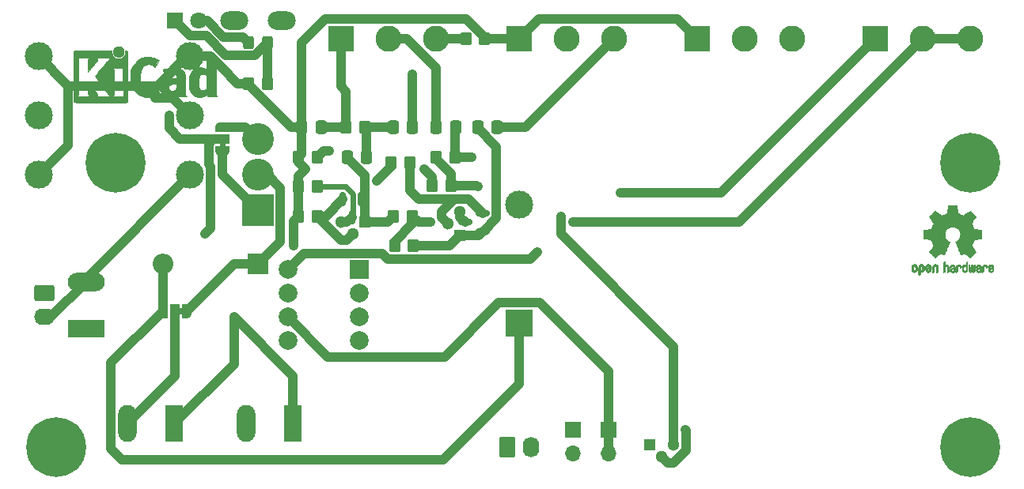
<source format=gbr>
%TF.GenerationSoftware,KiCad,Pcbnew,(6.0.0)*%
%TF.CreationDate,2023-02-02T14:05:36+00:00*%
%TF.ProjectId,GemToasterAmp,47656d54-6f61-4737-9465-72416d702e6b,rev?*%
%TF.SameCoordinates,Original*%
%TF.FileFunction,Copper,L1,Top*%
%TF.FilePolarity,Positive*%
%FSLAX46Y46*%
G04 Gerber Fmt 4.6, Leading zero omitted, Abs format (unit mm)*
G04 Created by KiCad (PCBNEW (6.0.0)) date 2023-02-02 14:05:36*
%MOMM*%
%LPD*%
G01*
G04 APERTURE LIST*
G04 Aperture macros list*
%AMRoundRect*
0 Rectangle with rounded corners*
0 $1 Rounding radius*
0 $2 $3 $4 $5 $6 $7 $8 $9 X,Y pos of 4 corners*
0 Add a 4 corners polygon primitive as box body*
4,1,4,$2,$3,$4,$5,$6,$7,$8,$9,$2,$3,0*
0 Add four circle primitives for the rounded corners*
1,1,$1+$1,$2,$3*
1,1,$1+$1,$4,$5*
1,1,$1+$1,$6,$7*
1,1,$1+$1,$8,$9*
0 Add four rect primitives between the rounded corners*
20,1,$1+$1,$2,$3,$4,$5,0*
20,1,$1+$1,$4,$5,$6,$7,0*
20,1,$1+$1,$6,$7,$8,$9,0*
20,1,$1+$1,$8,$9,$2,$3,0*%
%AMFreePoly0*
4,1,22,0.500000,-0.750000,0.000000,-0.750000,0.000000,-0.745033,-0.079941,-0.743568,-0.215256,-0.701293,-0.333266,-0.622738,-0.424486,-0.514219,-0.481581,-0.384460,-0.499164,-0.250000,-0.500000,-0.250000,-0.500000,0.250000,-0.499164,0.250000,-0.499963,0.256109,-0.478152,0.396186,-0.417904,0.524511,-0.324060,0.630769,-0.204165,0.706417,-0.067858,0.745374,0.000000,0.744959,0.000000,0.750000,
0.500000,0.750000,0.500000,-0.750000,0.500000,-0.750000,$1*%
%AMFreePoly1*
4,1,20,0.000000,0.744959,0.073905,0.744508,0.209726,0.703889,0.328688,0.626782,0.421226,0.519385,0.479903,0.390333,0.500000,0.250000,0.500000,-0.250000,0.499851,-0.262216,0.476331,-0.402017,0.414519,-0.529596,0.319384,-0.634700,0.198574,-0.708877,0.061801,-0.746166,0.000000,-0.745033,0.000000,-0.750000,-0.500000,-0.750000,-0.500000,0.750000,0.000000,0.750000,0.000000,0.744959,
0.000000,0.744959,$1*%
%AMFreePoly2*
4,1,22,0.550000,-0.750000,0.000000,-0.750000,0.000000,-0.745033,-0.079941,-0.743568,-0.215256,-0.701293,-0.333266,-0.622738,-0.424486,-0.514219,-0.481581,-0.384460,-0.499164,-0.250000,-0.500000,-0.250000,-0.500000,0.250000,-0.499164,0.250000,-0.499963,0.256109,-0.478152,0.396186,-0.417904,0.524511,-0.324060,0.630769,-0.204165,0.706417,-0.067858,0.745374,0.000000,0.744959,0.000000,0.750000,
0.550000,0.750000,0.550000,-0.750000,0.550000,-0.750000,$1*%
%AMFreePoly3*
4,1,20,0.000000,0.744959,0.073905,0.744508,0.209726,0.703889,0.328688,0.626782,0.421226,0.519385,0.479903,0.390333,0.500000,0.250000,0.500000,-0.250000,0.499851,-0.262216,0.476331,-0.402017,0.414519,-0.529596,0.319384,-0.634700,0.198574,-0.708877,0.061801,-0.746166,0.000000,-0.745033,0.000000,-0.750000,-0.550000,-0.750000,-0.550000,0.750000,0.000000,0.750000,0.000000,0.744959,
0.000000,0.744959,$1*%
G04 Aperture macros list end*
%TA.AperFunction,EtchedComponent*%
%ADD10C,0.010000*%
%TD*%
%TA.AperFunction,ComponentPad*%
%ADD11R,1.998980X1.998980*%
%TD*%
%TA.AperFunction,ComponentPad*%
%ADD12C,1.998980*%
%TD*%
%TA.AperFunction,ComponentPad*%
%ADD13R,2.794000X2.794000*%
%TD*%
%TA.AperFunction,ComponentPad*%
%ADD14C,2.794000*%
%TD*%
%TA.AperFunction,SMDPad,CuDef*%
%ADD15RoundRect,0.250000X0.350000X0.450000X-0.350000X0.450000X-0.350000X-0.450000X0.350000X-0.450000X0*%
%TD*%
%TA.AperFunction,SMDPad,CuDef*%
%ADD16RoundRect,0.250000X-0.350000X-0.450000X0.350000X-0.450000X0.350000X0.450000X-0.350000X0.450000X0*%
%TD*%
%TA.AperFunction,SMDPad,CuDef*%
%ADD17RoundRect,0.150000X0.587500X0.150000X-0.587500X0.150000X-0.587500X-0.150000X0.587500X-0.150000X0*%
%TD*%
%TA.AperFunction,ComponentPad*%
%ADD18R,1.300000X1.300000*%
%TD*%
%TA.AperFunction,ComponentPad*%
%ADD19C,1.300000*%
%TD*%
%TA.AperFunction,SMDPad,CuDef*%
%ADD20RoundRect,0.250000X-0.337500X-0.475000X0.337500X-0.475000X0.337500X0.475000X-0.337500X0.475000X0*%
%TD*%
%TA.AperFunction,ComponentPad*%
%ADD21C,0.800000*%
%TD*%
%TA.AperFunction,ComponentPad*%
%ADD22C,6.400000*%
%TD*%
%TA.AperFunction,SMDPad,CuDef*%
%ADD23RoundRect,0.150000X-0.150000X0.587500X-0.150000X-0.587500X0.150000X-0.587500X0.150000X0.587500X0*%
%TD*%
%TA.AperFunction,ComponentPad*%
%ADD24R,3.413760X3.413760*%
%TD*%
%TA.AperFunction,ComponentPad*%
%ADD25C,3.413760*%
%TD*%
%TA.AperFunction,ComponentPad*%
%ADD26O,3.000000X2.000000*%
%TD*%
%TA.AperFunction,SMDPad,CuDef*%
%ADD27FreePoly0,270.000000*%
%TD*%
%TA.AperFunction,SMDPad,CuDef*%
%ADD28FreePoly1,270.000000*%
%TD*%
%TA.AperFunction,SMDPad,CuDef*%
%ADD29FreePoly2,90.000000*%
%TD*%
%TA.AperFunction,SMDPad,CuDef*%
%ADD30R,1.500000X1.000000*%
%TD*%
%TA.AperFunction,SMDPad,CuDef*%
%ADD31FreePoly3,90.000000*%
%TD*%
%TA.AperFunction,SMDPad,CuDef*%
%ADD32FreePoly2,180.000000*%
%TD*%
%TA.AperFunction,SMDPad,CuDef*%
%ADD33R,1.000000X1.500000*%
%TD*%
%TA.AperFunction,SMDPad,CuDef*%
%ADD34FreePoly3,180.000000*%
%TD*%
%TA.AperFunction,ComponentPad*%
%ADD35R,1.800000X1.800000*%
%TD*%
%TA.AperFunction,ComponentPad*%
%ADD36C,1.800000*%
%TD*%
%TA.AperFunction,SMDPad,CuDef*%
%ADD37RoundRect,0.250000X0.325000X0.450000X-0.325000X0.450000X-0.325000X-0.450000X0.325000X-0.450000X0*%
%TD*%
%TA.AperFunction,SMDPad,CuDef*%
%ADD38RoundRect,0.250000X0.337500X0.475000X-0.337500X0.475000X-0.337500X-0.475000X0.337500X-0.475000X0*%
%TD*%
%TA.AperFunction,ComponentPad*%
%ADD39RoundRect,0.250000X-0.620000X-0.845000X0.620000X-0.845000X0.620000X0.845000X-0.620000X0.845000X0*%
%TD*%
%TA.AperFunction,ComponentPad*%
%ADD40O,1.740000X2.190000*%
%TD*%
%TA.AperFunction,ComponentPad*%
%ADD41R,1.700000X1.700000*%
%TD*%
%TA.AperFunction,ComponentPad*%
%ADD42O,1.700000X1.700000*%
%TD*%
%TA.AperFunction,ComponentPad*%
%ADD43RoundRect,0.250000X-0.845000X0.620000X-0.845000X-0.620000X0.845000X-0.620000X0.845000X0.620000X0*%
%TD*%
%TA.AperFunction,ComponentPad*%
%ADD44O,2.190000X1.740000*%
%TD*%
%TA.AperFunction,ComponentPad*%
%ADD45R,3.960000X1.980000*%
%TD*%
%TA.AperFunction,ComponentPad*%
%ADD46O,3.960000X1.980000*%
%TD*%
%TA.AperFunction,ComponentPad*%
%ADD47R,1.980000X3.960000*%
%TD*%
%TA.AperFunction,ComponentPad*%
%ADD48O,1.980000X3.960000*%
%TD*%
%TA.AperFunction,ComponentPad*%
%ADD49R,2.200000X2.200000*%
%TD*%
%TA.AperFunction,ComponentPad*%
%ADD50O,2.200000X2.200000*%
%TD*%
%TA.AperFunction,ComponentPad*%
%ADD51R,3.000000X3.000000*%
%TD*%
%TA.AperFunction,ComponentPad*%
%ADD52C,3.000000*%
%TD*%
%TA.AperFunction,ViaPad*%
%ADD53C,0.800000*%
%TD*%
%TA.AperFunction,Conductor*%
%ADD54C,1.000000*%
%TD*%
%TA.AperFunction,Conductor*%
%ADD55C,0.600000*%
%TD*%
G04 APERTURE END LIST*
D10*
%TO.C,REF\u002A\u002A*%
X120409257Y-43828689D02*
X120673780Y-43828725D01*
X120673780Y-43828725D02*
X120796912Y-43828730D01*
X120796912Y-43828730D02*
X122767811Y-43828730D01*
X122767811Y-43828730D02*
X122767811Y-43944910D01*
X122767811Y-43944910D02*
X122780211Y-44086291D01*
X122780211Y-44086291D02*
X122817636Y-44216684D01*
X122817636Y-44216684D02*
X122880423Y-44336862D01*
X122880423Y-44336862D02*
X122968906Y-44447602D01*
X122968906Y-44447602D02*
X122998843Y-44477511D01*
X122998843Y-44477511D02*
X123106534Y-44562348D01*
X123106534Y-44562348D02*
X123225275Y-44624221D01*
X123225275Y-44624221D02*
X123351540Y-44663159D01*
X123351540Y-44663159D02*
X123481803Y-44679190D01*
X123481803Y-44679190D02*
X123612535Y-44672342D01*
X123612535Y-44672342D02*
X123740212Y-44642643D01*
X123740212Y-44642643D02*
X123861305Y-44590120D01*
X123861305Y-44590120D02*
X123972288Y-44514803D01*
X123972288Y-44514803D02*
X124022132Y-44469363D01*
X124022132Y-44469363D02*
X124115017Y-44357952D01*
X124115017Y-44357952D02*
X124183127Y-44235435D01*
X124183127Y-44235435D02*
X124225871Y-44103215D01*
X124225871Y-44103215D02*
X124242653Y-43962692D01*
X124242653Y-43962692D02*
X124242876Y-43948867D01*
X124242876Y-43948867D02*
X124243756Y-43828734D01*
X124243756Y-43828734D02*
X124296557Y-43828732D01*
X124296557Y-43828732D02*
X124343396Y-43835089D01*
X124343396Y-43835089D02*
X124386183Y-43850556D01*
X124386183Y-43850556D02*
X124389011Y-43852154D01*
X124389011Y-43852154D02*
X124398675Y-43857168D01*
X124398675Y-43857168D02*
X124407549Y-43861073D01*
X124407549Y-43861073D02*
X124415665Y-43865007D01*
X124415665Y-43865007D02*
X124423057Y-43870106D01*
X124423057Y-43870106D02*
X124429755Y-43877508D01*
X124429755Y-43877508D02*
X124435792Y-43888351D01*
X124435792Y-43888351D02*
X124441199Y-43903772D01*
X124441199Y-43903772D02*
X124446010Y-43924909D01*
X124446010Y-43924909D02*
X124450255Y-43952899D01*
X124450255Y-43952899D02*
X124453968Y-43988879D01*
X124453968Y-43988879D02*
X124457179Y-44033987D01*
X124457179Y-44033987D02*
X124459922Y-44089360D01*
X124459922Y-44089360D02*
X124462228Y-44156137D01*
X124462228Y-44156137D02*
X124464129Y-44235453D01*
X124464129Y-44235453D02*
X124465658Y-44328447D01*
X124465658Y-44328447D02*
X124466846Y-44436257D01*
X124466846Y-44436257D02*
X124467726Y-44560019D01*
X124467726Y-44560019D02*
X124468330Y-44700871D01*
X124468330Y-44700871D02*
X124468689Y-44859950D01*
X124468689Y-44859950D02*
X124468835Y-45038395D01*
X124468835Y-45038395D02*
X124468802Y-45237342D01*
X124468802Y-45237342D02*
X124468620Y-45457929D01*
X124468620Y-45457929D02*
X124468323Y-45701293D01*
X124468323Y-45701293D02*
X124467941Y-45968572D01*
X124467941Y-45968572D02*
X124467508Y-46260903D01*
X124467508Y-46260903D02*
X124467055Y-46579424D01*
X124467055Y-46579424D02*
X124467002Y-46618230D01*
X124467002Y-46618230D02*
X124466596Y-46938782D01*
X124466596Y-46938782D02*
X124466251Y-47233012D01*
X124466251Y-47233012D02*
X124465931Y-47502056D01*
X124465931Y-47502056D02*
X124465600Y-47747052D01*
X124465600Y-47747052D02*
X124465221Y-47969137D01*
X124465221Y-47969137D02*
X124464757Y-48169447D01*
X124464757Y-48169447D02*
X124464172Y-48349119D01*
X124464172Y-48349119D02*
X124463430Y-48509290D01*
X124463430Y-48509290D02*
X124462494Y-48651098D01*
X124462494Y-48651098D02*
X124461327Y-48775679D01*
X124461327Y-48775679D02*
X124459893Y-48884170D01*
X124459893Y-48884170D02*
X124458156Y-48977707D01*
X124458156Y-48977707D02*
X124456078Y-49057429D01*
X124456078Y-49057429D02*
X124453624Y-49124472D01*
X124453624Y-49124472D02*
X124450756Y-49179973D01*
X124450756Y-49179973D02*
X124447439Y-49225068D01*
X124447439Y-49225068D02*
X124443636Y-49260895D01*
X124443636Y-49260895D02*
X124439310Y-49288591D01*
X124439310Y-49288591D02*
X124434425Y-49309293D01*
X124434425Y-49309293D02*
X124428945Y-49324137D01*
X124428945Y-49324137D02*
X124422832Y-49334260D01*
X124422832Y-49334260D02*
X124416050Y-49340800D01*
X124416050Y-49340800D02*
X124408563Y-49344893D01*
X124408563Y-49344893D02*
X124400334Y-49347676D01*
X124400334Y-49347676D02*
X124391327Y-49350287D01*
X124391327Y-49350287D02*
X124381505Y-49353862D01*
X124381505Y-49353862D02*
X124379106Y-49354950D01*
X124379106Y-49354950D02*
X124371565Y-49357396D01*
X124371565Y-49357396D02*
X124358944Y-49359642D01*
X124358944Y-49359642D02*
X124340141Y-49361698D01*
X124340141Y-49361698D02*
X124314053Y-49363572D01*
X124314053Y-49363572D02*
X124279578Y-49365271D01*
X124279578Y-49365271D02*
X124235615Y-49366803D01*
X124235615Y-49366803D02*
X124181061Y-49368177D01*
X124181061Y-49368177D02*
X124114815Y-49369400D01*
X124114815Y-49369400D02*
X124035774Y-49370481D01*
X124035774Y-49370481D02*
X123942837Y-49371427D01*
X123942837Y-49371427D02*
X123834901Y-49372247D01*
X123834901Y-49372247D02*
X123710864Y-49372947D01*
X123710864Y-49372947D02*
X123569624Y-49373538D01*
X123569624Y-49373538D02*
X123410079Y-49374025D01*
X123410079Y-49374025D02*
X123231128Y-49374419D01*
X123231128Y-49374419D02*
X123031668Y-49374725D01*
X123031668Y-49374725D02*
X122810596Y-49374953D01*
X122810596Y-49374953D02*
X122566812Y-49375110D01*
X122566812Y-49375110D02*
X122299213Y-49375205D01*
X122299213Y-49375205D02*
X122006697Y-49375245D01*
X122006697Y-49375245D02*
X121688161Y-49375238D01*
X121688161Y-49375238D02*
X121584979Y-49375228D01*
X121584979Y-49375228D02*
X121259377Y-49375176D01*
X121259377Y-49375176D02*
X120960119Y-49375091D01*
X120960119Y-49375091D02*
X120686091Y-49374963D01*
X120686091Y-49374963D02*
X120436176Y-49374785D01*
X120436176Y-49374785D02*
X120209260Y-49374548D01*
X120209260Y-49374548D02*
X120004227Y-49374242D01*
X120004227Y-49374242D02*
X119819962Y-49373860D01*
X119819962Y-49373860D02*
X119655350Y-49373392D01*
X119655350Y-49373392D02*
X119509275Y-49372830D01*
X119509275Y-49372830D02*
X119380624Y-49372165D01*
X119380624Y-49372165D02*
X119268279Y-49371388D01*
X119268279Y-49371388D02*
X119171126Y-49370491D01*
X119171126Y-49370491D02*
X119088050Y-49369465D01*
X119088050Y-49369465D02*
X119017936Y-49368301D01*
X119017936Y-49368301D02*
X118959668Y-49366991D01*
X118959668Y-49366991D02*
X118912131Y-49365525D01*
X118912131Y-49365525D02*
X118874210Y-49363896D01*
X118874210Y-49363896D02*
X118844790Y-49362093D01*
X118844790Y-49362093D02*
X118822755Y-49360110D01*
X118822755Y-49360110D02*
X118806990Y-49357936D01*
X118806990Y-49357936D02*
X118796380Y-49355563D01*
X118796380Y-49355563D02*
X118790596Y-49353391D01*
X118790596Y-49353391D02*
X118780316Y-49349056D01*
X118780316Y-49349056D02*
X118770878Y-49345859D01*
X118770878Y-49345859D02*
X118762245Y-49342665D01*
X118762245Y-49342665D02*
X118754381Y-49338338D01*
X118754381Y-49338338D02*
X118747252Y-49331744D01*
X118747252Y-49331744D02*
X118740821Y-49321747D01*
X118740821Y-49321747D02*
X118735053Y-49307212D01*
X118735053Y-49307212D02*
X118729911Y-49287003D01*
X118729911Y-49287003D02*
X118725360Y-49259985D01*
X118725360Y-49259985D02*
X118721365Y-49225023D01*
X118721365Y-49225023D02*
X118717889Y-49180981D01*
X118717889Y-49180981D02*
X118714898Y-49126724D01*
X118714898Y-49126724D02*
X118712354Y-49061117D01*
X118712354Y-49061117D02*
X118710223Y-48983024D01*
X118710223Y-48983024D02*
X118708468Y-48891310D01*
X118708468Y-48891310D02*
X118707055Y-48784840D01*
X118707055Y-48784840D02*
X118706685Y-48743973D01*
X118706685Y-48743973D02*
X119073116Y-48743973D01*
X119073116Y-48743973D02*
X120368266Y-48743973D01*
X120368266Y-48743973D02*
X120343345Y-48706217D01*
X120343345Y-48706217D02*
X120318553Y-48667417D01*
X120318553Y-48667417D02*
X120297560Y-48630469D01*
X120297560Y-48630469D02*
X120280065Y-48592788D01*
X120280065Y-48592788D02*
X120265770Y-48551788D01*
X120265770Y-48551788D02*
X120254377Y-48504883D01*
X120254377Y-48504883D02*
X120245587Y-48449487D01*
X120245587Y-48449487D02*
X120239102Y-48383016D01*
X120239102Y-48383016D02*
X120234623Y-48302883D01*
X120234623Y-48302883D02*
X120231850Y-48206502D01*
X120231850Y-48206502D02*
X120230487Y-48091289D01*
X120230487Y-48091289D02*
X120230233Y-47954657D01*
X120230233Y-47954657D02*
X120230791Y-47794020D01*
X120230791Y-47794020D02*
X120231107Y-47734382D01*
X120231107Y-47734382D02*
X120234675Y-47095041D01*
X120234675Y-47095041D02*
X120639702Y-47646449D01*
X120639702Y-47646449D02*
X120754446Y-47802876D01*
X120754446Y-47802876D02*
X120853857Y-47939088D01*
X120853857Y-47939088D02*
X120939010Y-48056890D01*
X120939010Y-48056890D02*
X121010978Y-48158084D01*
X121010978Y-48158084D02*
X121070834Y-48244477D01*
X121070834Y-48244477D02*
X121119652Y-48317874D01*
X121119652Y-48317874D02*
X121158505Y-48380077D01*
X121158505Y-48380077D02*
X121188466Y-48432893D01*
X121188466Y-48432893D02*
X121210609Y-48478125D01*
X121210609Y-48478125D02*
X121226007Y-48517578D01*
X121226007Y-48517578D02*
X121235734Y-48553058D01*
X121235734Y-48553058D02*
X121240863Y-48586368D01*
X121240863Y-48586368D02*
X121242468Y-48619313D01*
X121242468Y-48619313D02*
X121241621Y-48653697D01*
X121241621Y-48653697D02*
X121241405Y-48658019D01*
X121241405Y-48658019D02*
X121236946Y-48744031D01*
X121236946Y-48744031D02*
X122656308Y-48743973D01*
X122656308Y-48743973D02*
X122550735Y-48637522D01*
X122550735Y-48637522D02*
X122522087Y-48608406D01*
X122522087Y-48608406D02*
X122494910Y-48580076D01*
X122494910Y-48580076D02*
X122468011Y-48550968D01*
X122468011Y-48550968D02*
X122440197Y-48519520D01*
X122440197Y-48519520D02*
X122410275Y-48484169D01*
X122410275Y-48484169D02*
X122377054Y-48443354D01*
X122377054Y-48443354D02*
X122339339Y-48395511D01*
X122339339Y-48395511D02*
X122295940Y-48339079D01*
X122295940Y-48339079D02*
X122245662Y-48272494D01*
X122245662Y-48272494D02*
X122187312Y-48194195D01*
X122187312Y-48194195D02*
X122119700Y-48102619D01*
X122119700Y-48102619D02*
X122041631Y-47996204D01*
X122041631Y-47996204D02*
X121951912Y-47873387D01*
X121951912Y-47873387D02*
X121849352Y-47732605D01*
X121849352Y-47732605D02*
X121732758Y-47572297D01*
X121732758Y-47572297D02*
X121637191Y-47440798D01*
X121637191Y-47440798D02*
X121517251Y-47275596D01*
X121517251Y-47275596D02*
X121412620Y-47131152D01*
X121412620Y-47131152D02*
X121322352Y-47006094D01*
X121322352Y-47006094D02*
X121245497Y-46899052D01*
X121245497Y-46899052D02*
X121181109Y-46808654D01*
X121181109Y-46808654D02*
X121128239Y-46733529D01*
X121128239Y-46733529D02*
X121085940Y-46672304D01*
X121085940Y-46672304D02*
X121053264Y-46623610D01*
X121053264Y-46623610D02*
X121029262Y-46586074D01*
X121029262Y-46586074D02*
X121012987Y-46558325D01*
X121012987Y-46558325D02*
X121003492Y-46538992D01*
X121003492Y-46538992D02*
X120999827Y-46526703D01*
X120999827Y-46526703D02*
X121000929Y-46520242D01*
X121000929Y-46520242D02*
X121014276Y-46503048D01*
X121014276Y-46503048D02*
X121043134Y-46466655D01*
X121043134Y-46466655D02*
X121085760Y-46413224D01*
X121085760Y-46413224D02*
X121140415Y-46344919D01*
X121140415Y-46344919D02*
X121205356Y-46263903D01*
X121205356Y-46263903D02*
X121278842Y-46172340D01*
X121278842Y-46172340D02*
X121359132Y-46072392D01*
X121359132Y-46072392D02*
X121444485Y-45966224D01*
X121444485Y-45966224D02*
X121533160Y-45855997D01*
X121533160Y-45855997D02*
X121623414Y-45743876D01*
X121623414Y-45743876D02*
X121673056Y-45682244D01*
X121673056Y-45682244D02*
X122905627Y-45682244D01*
X122905627Y-45682244D02*
X122956854Y-45774919D01*
X122956854Y-45774919D02*
X123008081Y-45867595D01*
X123008081Y-45867595D02*
X123008081Y-48558622D01*
X123008081Y-48558622D02*
X122956854Y-48651298D01*
X122956854Y-48651298D02*
X122905627Y-48743973D01*
X122905627Y-48743973D02*
X123511604Y-48743973D01*
X123511604Y-48743973D02*
X123656266Y-48743931D01*
X123656266Y-48743931D02*
X123775756Y-48743741D01*
X123775756Y-48743741D02*
X123872358Y-48743308D01*
X123872358Y-48743308D02*
X123948358Y-48742536D01*
X123948358Y-48742536D02*
X124006043Y-48741330D01*
X124006043Y-48741330D02*
X124047699Y-48739594D01*
X124047699Y-48739594D02*
X124075611Y-48737232D01*
X124075611Y-48737232D02*
X124092065Y-48734150D01*
X124092065Y-48734150D02*
X124099348Y-48730251D01*
X124099348Y-48730251D02*
X124099745Y-48725440D01*
X124099745Y-48725440D02*
X124095542Y-48719622D01*
X124095542Y-48719622D02*
X124095499Y-48719574D01*
X124095499Y-48719574D02*
X124078187Y-48694532D01*
X124078187Y-48694532D02*
X124055264Y-48653815D01*
X124055264Y-48653815D02*
X124035019Y-48613168D01*
X124035019Y-48613168D02*
X123996621Y-48531162D01*
X123996621Y-48531162D02*
X123988789Y-45682244D01*
X123988789Y-45682244D02*
X122905627Y-45682244D01*
X122905627Y-45682244D02*
X121673056Y-45682244D01*
X121673056Y-45682244D02*
X121713507Y-45632024D01*
X121713507Y-45632024D02*
X121801698Y-45522604D01*
X121801698Y-45522604D02*
X121886246Y-45417778D01*
X121886246Y-45417778D02*
X121965408Y-45319711D01*
X121965408Y-45319711D02*
X122037444Y-45230566D01*
X122037444Y-45230566D02*
X122100613Y-45152505D01*
X122100613Y-45152505D02*
X122153173Y-45087692D01*
X122153173Y-45087692D02*
X122193383Y-45038290D01*
X122193383Y-45038290D02*
X122217000Y-45009487D01*
X122217000Y-45009487D02*
X122308710Y-44901778D01*
X122308710Y-44901778D02*
X122396940Y-44804580D01*
X122396940Y-44804580D02*
X122478597Y-44721076D01*
X122478597Y-44721076D02*
X122550590Y-44654448D01*
X122550590Y-44654448D02*
X122601681Y-44613599D01*
X122601681Y-44613599D02*
X122662093Y-44570135D01*
X122662093Y-44570135D02*
X121272702Y-44570135D01*
X121272702Y-44570135D02*
X121273092Y-44651666D01*
X121273092Y-44651666D02*
X121269209Y-44711606D01*
X121269209Y-44711606D02*
X121254610Y-44767177D01*
X121254610Y-44767177D02*
X121232012Y-44819855D01*
X121232012Y-44819855D02*
X121217322Y-44849615D01*
X121217322Y-44849615D02*
X121201528Y-44879103D01*
X121201528Y-44879103D02*
X121183186Y-44910276D01*
X121183186Y-44910276D02*
X121160855Y-44945093D01*
X121160855Y-44945093D02*
X121133091Y-44985510D01*
X121133091Y-44985510D02*
X121098451Y-45033486D01*
X121098451Y-45033486D02*
X121055493Y-45090978D01*
X121055493Y-45090978D02*
X121002773Y-45159943D01*
X121002773Y-45159943D02*
X120938849Y-45242339D01*
X120938849Y-45242339D02*
X120862279Y-45340124D01*
X120862279Y-45340124D02*
X120771619Y-45455255D01*
X120771619Y-45455255D02*
X120665426Y-45589690D01*
X120665426Y-45589690D02*
X120653432Y-45604859D01*
X120653432Y-45604859D02*
X120234675Y-46134412D01*
X120234675Y-46134412D02*
X120230622Y-45547922D01*
X120230622Y-45547922D02*
X120229805Y-45372251D01*
X120229805Y-45372251D02*
X120229979Y-45223532D01*
X120229979Y-45223532D02*
X120231151Y-45101275D01*
X120231151Y-45101275D02*
X120233331Y-45004989D01*
X120233331Y-45004989D02*
X120236526Y-44934183D01*
X120236526Y-44934183D02*
X120240744Y-44888369D01*
X120240744Y-44888369D02*
X120242162Y-44879679D01*
X120242162Y-44879679D02*
X120264409Y-44788135D01*
X120264409Y-44788135D02*
X120293557Y-44705608D01*
X120293557Y-44705608D02*
X120326818Y-44639253D01*
X120326818Y-44639253D02*
X120346800Y-44611110D01*
X120346800Y-44611110D02*
X120381278Y-44570135D01*
X120381278Y-44570135D02*
X119727086Y-44570135D01*
X119727086Y-44570135D02*
X119571031Y-44570269D01*
X119571031Y-44570269D02*
X119440533Y-44570703D01*
X119440533Y-44570703D02*
X119333690Y-44571489D01*
X119333690Y-44571489D02*
X119248602Y-44572676D01*
X119248602Y-44572676D02*
X119183365Y-44574317D01*
X119183365Y-44574317D02*
X119136079Y-44576461D01*
X119136079Y-44576461D02*
X119104843Y-44579159D01*
X119104843Y-44579159D02*
X119087754Y-44582462D01*
X119087754Y-44582462D02*
X119082912Y-44586421D01*
X119082912Y-44586421D02*
X119083247Y-44587298D01*
X119083247Y-44587298D02*
X119097115Y-44608231D01*
X119097115Y-44608231D02*
X119120268Y-44641412D01*
X119120268Y-44641412D02*
X119132246Y-44658193D01*
X119132246Y-44658193D02*
X119144631Y-44674940D01*
X119144631Y-44674940D02*
X119155763Y-44689915D01*
X119155763Y-44689915D02*
X119165712Y-44704594D01*
X119165712Y-44704594D02*
X119174549Y-44720449D01*
X119174549Y-44720449D02*
X119182343Y-44738955D01*
X119182343Y-44738955D02*
X119189165Y-44761585D01*
X119189165Y-44761585D02*
X119195084Y-44789813D01*
X119195084Y-44789813D02*
X119200171Y-44825113D01*
X119200171Y-44825113D02*
X119204496Y-44868958D01*
X119204496Y-44868958D02*
X119208129Y-44922822D01*
X119208129Y-44922822D02*
X119211140Y-44988180D01*
X119211140Y-44988180D02*
X119213599Y-45066504D01*
X119213599Y-45066504D02*
X119215577Y-45159268D01*
X119215577Y-45159268D02*
X119217142Y-45267947D01*
X119217142Y-45267947D02*
X119218366Y-45394013D01*
X119218366Y-45394013D02*
X119219319Y-45538942D01*
X119219319Y-45538942D02*
X119220070Y-45704206D01*
X119220070Y-45704206D02*
X119220689Y-45891279D01*
X119220689Y-45891279D02*
X119221248Y-46101635D01*
X119221248Y-46101635D02*
X119221815Y-46336748D01*
X119221815Y-46336748D02*
X119222345Y-46552741D01*
X119222345Y-46552741D02*
X119222845Y-46793535D01*
X119222845Y-46793535D02*
X119223105Y-47023274D01*
X119223105Y-47023274D02*
X119223132Y-47240493D01*
X119223132Y-47240493D02*
X119222933Y-47443722D01*
X119222933Y-47443722D02*
X119222514Y-47631496D01*
X119222514Y-47631496D02*
X119221882Y-47802345D01*
X119221882Y-47802345D02*
X119221044Y-47954803D01*
X119221044Y-47954803D02*
X119220008Y-48087403D01*
X119220008Y-48087403D02*
X119218780Y-48198676D01*
X119218780Y-48198676D02*
X119217367Y-48287156D01*
X119217367Y-48287156D02*
X119215775Y-48351375D01*
X119215775Y-48351375D02*
X119214013Y-48389865D01*
X119214013Y-48389865D02*
X119213679Y-48393933D01*
X119213679Y-48393933D02*
X119201534Y-48487248D01*
X119201534Y-48487248D02*
X119182573Y-48562190D01*
X119182573Y-48562190D02*
X119153698Y-48627594D01*
X119153698Y-48627594D02*
X119111810Y-48692293D01*
X119111810Y-48692293D02*
X119106571Y-48699352D01*
X119106571Y-48699352D02*
X119073116Y-48743973D01*
X119073116Y-48743973D02*
X118706685Y-48743973D01*
X118706685Y-48743973D02*
X118705946Y-48662479D01*
X118705946Y-48662479D02*
X118705107Y-48523090D01*
X118705107Y-48523090D02*
X118704502Y-48365539D01*
X118704502Y-48365539D02*
X118704095Y-48188691D01*
X118704095Y-48188691D02*
X118703850Y-47991410D01*
X118703850Y-47991410D02*
X118703733Y-47772560D01*
X118703733Y-47772560D02*
X118703705Y-47531007D01*
X118703705Y-47531007D02*
X118703733Y-47265615D01*
X118703733Y-47265615D02*
X118703780Y-46975249D01*
X118703780Y-46975249D02*
X118703810Y-46658773D01*
X118703810Y-46658773D02*
X118703811Y-46595946D01*
X118703811Y-46595946D02*
X118703828Y-46276137D01*
X118703828Y-46276137D02*
X118703888Y-45982661D01*
X118703888Y-45982661D02*
X118703998Y-45714390D01*
X118703998Y-45714390D02*
X118704167Y-45470198D01*
X118704167Y-45470198D02*
X118704403Y-45248957D01*
X118704403Y-45248957D02*
X118704716Y-45049540D01*
X118704716Y-45049540D02*
X118705115Y-44870820D01*
X118705115Y-44870820D02*
X118705607Y-44711671D01*
X118705607Y-44711671D02*
X118706203Y-44570966D01*
X118706203Y-44570966D02*
X118706910Y-44447576D01*
X118706910Y-44447576D02*
X118707737Y-44340376D01*
X118707737Y-44340376D02*
X118708693Y-44248238D01*
X118708693Y-44248238D02*
X118709787Y-44170035D01*
X118709787Y-44170035D02*
X118711027Y-44104641D01*
X118711027Y-44104641D02*
X118712422Y-44050928D01*
X118712422Y-44050928D02*
X118713982Y-44007769D01*
X118713982Y-44007769D02*
X118715714Y-43974037D01*
X118715714Y-43974037D02*
X118717628Y-43948605D01*
X118717628Y-43948605D02*
X118719732Y-43930347D01*
X118719732Y-43930347D02*
X118722034Y-43918134D01*
X118722034Y-43918134D02*
X118724545Y-43910841D01*
X118724545Y-43910841D02*
X118724637Y-43910659D01*
X118724637Y-43910659D02*
X118729808Y-43899518D01*
X118729808Y-43899518D02*
X118734115Y-43889431D01*
X118734115Y-43889431D02*
X118738879Y-43880346D01*
X118738879Y-43880346D02*
X118745422Y-43872212D01*
X118745422Y-43872212D02*
X118755065Y-43864976D01*
X118755065Y-43864976D02*
X118769129Y-43858586D01*
X118769129Y-43858586D02*
X118788937Y-43852989D01*
X118788937Y-43852989D02*
X118815809Y-43848133D01*
X118815809Y-43848133D02*
X118851067Y-43843966D01*
X118851067Y-43843966D02*
X118896032Y-43840436D01*
X118896032Y-43840436D02*
X118952026Y-43837491D01*
X118952026Y-43837491D02*
X119020371Y-43835077D01*
X119020371Y-43835077D02*
X119102386Y-43833144D01*
X119102386Y-43833144D02*
X119199395Y-43831638D01*
X119199395Y-43831638D02*
X119312718Y-43830508D01*
X119312718Y-43830508D02*
X119443677Y-43829702D01*
X119443677Y-43829702D02*
X119593593Y-43829166D01*
X119593593Y-43829166D02*
X119763787Y-43828849D01*
X119763787Y-43828849D02*
X119955582Y-43828699D01*
X119955582Y-43828699D02*
X120170298Y-43828663D01*
X120170298Y-43828663D02*
X120409257Y-43828689D01*
X120409257Y-43828689D02*
X120409257Y-43828689D01*
G36*
X118705107Y-48523090D02*
G01*
X118704502Y-48365539D01*
X118704095Y-48188691D01*
X118703850Y-47991410D01*
X118703733Y-47772560D01*
X118703705Y-47531007D01*
X118703733Y-47265615D01*
X118703780Y-46975249D01*
X118703810Y-46658773D01*
X118703811Y-46595946D01*
X118703828Y-46276137D01*
X118703888Y-45982661D01*
X118703998Y-45714390D01*
X118704167Y-45470198D01*
X118704403Y-45248957D01*
X118704716Y-45049540D01*
X118705115Y-44870820D01*
X118705607Y-44711671D01*
X118706203Y-44570966D01*
X118706910Y-44447576D01*
X118707737Y-44340376D01*
X118708693Y-44248238D01*
X118709787Y-44170035D01*
X118711027Y-44104641D01*
X118712422Y-44050928D01*
X118713982Y-44007769D01*
X118715714Y-43974037D01*
X118717628Y-43948605D01*
X118719732Y-43930347D01*
X118722034Y-43918134D01*
X118724545Y-43910841D01*
X118724637Y-43910659D01*
X118729808Y-43899518D01*
X118734115Y-43889431D01*
X118738879Y-43880346D01*
X118745422Y-43872212D01*
X118755065Y-43864976D01*
X118769129Y-43858586D01*
X118788937Y-43852989D01*
X118815809Y-43848133D01*
X118851067Y-43843966D01*
X118896032Y-43840436D01*
X118952026Y-43837491D01*
X119020371Y-43835077D01*
X119102386Y-43833144D01*
X119199395Y-43831638D01*
X119312718Y-43830508D01*
X119443677Y-43829702D01*
X119593593Y-43829166D01*
X119763787Y-43828849D01*
X119955582Y-43828699D01*
X120170298Y-43828663D01*
X120409257Y-43828689D01*
X120673780Y-43828725D01*
X120796912Y-43828730D01*
X122767811Y-43828730D01*
X122767811Y-43944910D01*
X122780211Y-44086291D01*
X122817636Y-44216684D01*
X122880423Y-44336862D01*
X122968906Y-44447602D01*
X122998843Y-44477511D01*
X123106534Y-44562348D01*
X123225275Y-44624221D01*
X123351540Y-44663159D01*
X123481803Y-44679190D01*
X123612535Y-44672342D01*
X123740212Y-44642643D01*
X123861305Y-44590120D01*
X123972288Y-44514803D01*
X124022132Y-44469363D01*
X124115017Y-44357952D01*
X124183127Y-44235435D01*
X124225871Y-44103215D01*
X124242653Y-43962692D01*
X124242876Y-43948867D01*
X124243756Y-43828734D01*
X124296557Y-43828732D01*
X124343396Y-43835089D01*
X124386183Y-43850556D01*
X124389011Y-43852154D01*
X124398675Y-43857168D01*
X124407549Y-43861073D01*
X124415665Y-43865007D01*
X124423057Y-43870106D01*
X124429755Y-43877508D01*
X124435792Y-43888351D01*
X124441199Y-43903772D01*
X124446010Y-43924909D01*
X124450255Y-43952899D01*
X124453968Y-43988879D01*
X124457179Y-44033987D01*
X124459922Y-44089360D01*
X124462228Y-44156137D01*
X124464129Y-44235453D01*
X124465658Y-44328447D01*
X124466846Y-44436257D01*
X124467726Y-44560019D01*
X124468330Y-44700871D01*
X124468689Y-44859950D01*
X124468835Y-45038395D01*
X124468802Y-45237342D01*
X124468620Y-45457929D01*
X124468323Y-45701293D01*
X124467941Y-45968572D01*
X124467508Y-46260903D01*
X124467055Y-46579424D01*
X124467002Y-46618230D01*
X124466596Y-46938782D01*
X124466251Y-47233012D01*
X124465931Y-47502056D01*
X124465600Y-47747052D01*
X124465221Y-47969137D01*
X124464757Y-48169447D01*
X124464172Y-48349119D01*
X124463430Y-48509290D01*
X124462494Y-48651098D01*
X124461327Y-48775679D01*
X124459893Y-48884170D01*
X124458156Y-48977707D01*
X124456078Y-49057429D01*
X124453624Y-49124472D01*
X124450756Y-49179973D01*
X124447439Y-49225068D01*
X124443636Y-49260895D01*
X124439310Y-49288591D01*
X124434425Y-49309293D01*
X124428945Y-49324137D01*
X124422832Y-49334260D01*
X124416050Y-49340800D01*
X124408563Y-49344893D01*
X124400334Y-49347676D01*
X124391327Y-49350287D01*
X124381505Y-49353862D01*
X124379106Y-49354950D01*
X124371565Y-49357396D01*
X124358944Y-49359642D01*
X124340141Y-49361698D01*
X124314053Y-49363572D01*
X124279578Y-49365271D01*
X124235615Y-49366803D01*
X124181061Y-49368177D01*
X124114815Y-49369400D01*
X124035774Y-49370481D01*
X123942837Y-49371427D01*
X123834901Y-49372247D01*
X123710864Y-49372947D01*
X123569624Y-49373538D01*
X123410079Y-49374025D01*
X123231128Y-49374419D01*
X123031668Y-49374725D01*
X122810596Y-49374953D01*
X122566812Y-49375110D01*
X122299213Y-49375205D01*
X122006697Y-49375245D01*
X121688161Y-49375238D01*
X121584979Y-49375228D01*
X121259377Y-49375176D01*
X120960119Y-49375091D01*
X120686091Y-49374963D01*
X120436176Y-49374785D01*
X120209260Y-49374548D01*
X120004227Y-49374242D01*
X119819962Y-49373860D01*
X119655350Y-49373392D01*
X119509275Y-49372830D01*
X119380624Y-49372165D01*
X119268279Y-49371388D01*
X119171126Y-49370491D01*
X119088050Y-49369465D01*
X119017936Y-49368301D01*
X118959668Y-49366991D01*
X118912131Y-49365525D01*
X118874210Y-49363896D01*
X118844790Y-49362093D01*
X118822755Y-49360110D01*
X118806990Y-49357936D01*
X118796380Y-49355563D01*
X118790596Y-49353391D01*
X118780316Y-49349056D01*
X118770878Y-49345859D01*
X118762245Y-49342665D01*
X118754381Y-49338338D01*
X118747252Y-49331744D01*
X118740821Y-49321747D01*
X118735053Y-49307212D01*
X118729911Y-49287003D01*
X118725360Y-49259985D01*
X118721365Y-49225023D01*
X118717889Y-49180981D01*
X118714898Y-49126724D01*
X118712354Y-49061117D01*
X118710223Y-48983024D01*
X118708468Y-48891310D01*
X118707055Y-48784840D01*
X118706685Y-48743973D01*
X119073116Y-48743973D01*
X120368266Y-48743973D01*
X120343345Y-48706217D01*
X120318553Y-48667417D01*
X120297560Y-48630469D01*
X120280065Y-48592788D01*
X120265770Y-48551788D01*
X120254377Y-48504883D01*
X120245587Y-48449487D01*
X120239102Y-48383016D01*
X120234623Y-48302883D01*
X120231850Y-48206502D01*
X120230487Y-48091289D01*
X120230233Y-47954657D01*
X120230791Y-47794020D01*
X120231107Y-47734382D01*
X120234675Y-47095041D01*
X120639702Y-47646449D01*
X120754446Y-47802876D01*
X120853857Y-47939088D01*
X120939010Y-48056890D01*
X121010978Y-48158084D01*
X121070834Y-48244477D01*
X121119652Y-48317874D01*
X121158505Y-48380077D01*
X121188466Y-48432893D01*
X121210609Y-48478125D01*
X121226007Y-48517578D01*
X121235734Y-48553058D01*
X121240863Y-48586368D01*
X121242468Y-48619313D01*
X121241621Y-48653697D01*
X121241405Y-48658019D01*
X121236946Y-48744031D01*
X122656308Y-48743973D01*
X122550735Y-48637522D01*
X122522087Y-48608406D01*
X122494910Y-48580076D01*
X122468011Y-48550968D01*
X122440197Y-48519520D01*
X122410275Y-48484169D01*
X122377054Y-48443354D01*
X122339339Y-48395511D01*
X122295940Y-48339079D01*
X122245662Y-48272494D01*
X122187312Y-48194195D01*
X122119700Y-48102619D01*
X122041631Y-47996204D01*
X121951912Y-47873387D01*
X121849352Y-47732605D01*
X121732758Y-47572297D01*
X121637191Y-47440798D01*
X121517251Y-47275596D01*
X121412620Y-47131152D01*
X121322352Y-47006094D01*
X121245497Y-46899052D01*
X121181109Y-46808654D01*
X121128239Y-46733529D01*
X121085940Y-46672304D01*
X121053264Y-46623610D01*
X121029262Y-46586074D01*
X121012987Y-46558325D01*
X121003492Y-46538992D01*
X120999827Y-46526703D01*
X121000929Y-46520242D01*
X121014276Y-46503048D01*
X121043134Y-46466655D01*
X121085760Y-46413224D01*
X121140415Y-46344919D01*
X121205356Y-46263903D01*
X121278842Y-46172340D01*
X121359132Y-46072392D01*
X121444485Y-45966224D01*
X121533160Y-45855997D01*
X121623414Y-45743876D01*
X121673056Y-45682244D01*
X122905627Y-45682244D01*
X122956854Y-45774919D01*
X123008081Y-45867595D01*
X123008081Y-48558622D01*
X122956854Y-48651298D01*
X122905627Y-48743973D01*
X123511604Y-48743973D01*
X123656266Y-48743931D01*
X123775756Y-48743741D01*
X123872358Y-48743308D01*
X123948358Y-48742536D01*
X124006043Y-48741330D01*
X124047699Y-48739594D01*
X124075611Y-48737232D01*
X124092065Y-48734150D01*
X124099348Y-48730251D01*
X124099745Y-48725440D01*
X124095542Y-48719622D01*
X124095499Y-48719574D01*
X124078187Y-48694532D01*
X124055264Y-48653815D01*
X124035019Y-48613168D01*
X123996621Y-48531162D01*
X123988789Y-45682244D01*
X122905627Y-45682244D01*
X121673056Y-45682244D01*
X121713507Y-45632024D01*
X121801698Y-45522604D01*
X121886246Y-45417778D01*
X121965408Y-45319711D01*
X122037444Y-45230566D01*
X122100613Y-45152505D01*
X122153173Y-45087692D01*
X122193383Y-45038290D01*
X122217000Y-45009487D01*
X122308710Y-44901778D01*
X122396940Y-44804580D01*
X122478597Y-44721076D01*
X122550590Y-44654448D01*
X122601681Y-44613599D01*
X122662093Y-44570135D01*
X121272702Y-44570135D01*
X121273092Y-44651666D01*
X121269209Y-44711606D01*
X121254610Y-44767177D01*
X121232012Y-44819855D01*
X121217322Y-44849615D01*
X121201528Y-44879103D01*
X121183186Y-44910276D01*
X121160855Y-44945093D01*
X121133091Y-44985510D01*
X121098451Y-45033486D01*
X121055493Y-45090978D01*
X121002773Y-45159943D01*
X120938849Y-45242339D01*
X120862279Y-45340124D01*
X120771619Y-45455255D01*
X120665426Y-45589690D01*
X120653432Y-45604859D01*
X120234675Y-46134412D01*
X120230622Y-45547922D01*
X120229805Y-45372251D01*
X120229979Y-45223532D01*
X120231151Y-45101275D01*
X120233331Y-45004989D01*
X120236526Y-44934183D01*
X120240744Y-44888369D01*
X120242162Y-44879679D01*
X120264409Y-44788135D01*
X120293557Y-44705608D01*
X120326818Y-44639253D01*
X120346800Y-44611110D01*
X120381278Y-44570135D01*
X119727086Y-44570135D01*
X119571031Y-44570269D01*
X119440533Y-44570703D01*
X119333690Y-44571489D01*
X119248602Y-44572676D01*
X119183365Y-44574317D01*
X119136079Y-44576461D01*
X119104843Y-44579159D01*
X119087754Y-44582462D01*
X119082912Y-44586421D01*
X119083247Y-44587298D01*
X119097115Y-44608231D01*
X119120268Y-44641412D01*
X119132246Y-44658193D01*
X119144631Y-44674940D01*
X119155763Y-44689915D01*
X119165712Y-44704594D01*
X119174549Y-44720449D01*
X119182343Y-44738955D01*
X119189165Y-44761585D01*
X119195084Y-44789813D01*
X119200171Y-44825113D01*
X119204496Y-44868958D01*
X119208129Y-44922822D01*
X119211140Y-44988180D01*
X119213599Y-45066504D01*
X119215577Y-45159268D01*
X119217142Y-45267947D01*
X119218366Y-45394013D01*
X119219319Y-45538942D01*
X119220070Y-45704206D01*
X119220689Y-45891279D01*
X119221248Y-46101635D01*
X119221815Y-46336748D01*
X119222345Y-46552741D01*
X119222845Y-46793535D01*
X119223105Y-47023274D01*
X119223132Y-47240493D01*
X119222933Y-47443722D01*
X119222514Y-47631496D01*
X119221882Y-47802345D01*
X119221044Y-47954803D01*
X119220008Y-48087403D01*
X119218780Y-48198676D01*
X119217367Y-48287156D01*
X119215775Y-48351375D01*
X119214013Y-48389865D01*
X119213679Y-48393933D01*
X119201534Y-48487248D01*
X119182573Y-48562190D01*
X119153698Y-48627594D01*
X119111810Y-48692293D01*
X119106571Y-48699352D01*
X119073116Y-48743973D01*
X118706685Y-48743973D01*
X118705946Y-48662479D01*
X118705107Y-48523090D01*
G37*
X118705107Y-48523090D02*
X118704502Y-48365539D01*
X118704095Y-48188691D01*
X118703850Y-47991410D01*
X118703733Y-47772560D01*
X118703705Y-47531007D01*
X118703733Y-47265615D01*
X118703780Y-46975249D01*
X118703810Y-46658773D01*
X118703811Y-46595946D01*
X118703828Y-46276137D01*
X118703888Y-45982661D01*
X118703998Y-45714390D01*
X118704167Y-45470198D01*
X118704403Y-45248957D01*
X118704716Y-45049540D01*
X118705115Y-44870820D01*
X118705607Y-44711671D01*
X118706203Y-44570966D01*
X118706910Y-44447576D01*
X118707737Y-44340376D01*
X118708693Y-44248238D01*
X118709787Y-44170035D01*
X118711027Y-44104641D01*
X118712422Y-44050928D01*
X118713982Y-44007769D01*
X118715714Y-43974037D01*
X118717628Y-43948605D01*
X118719732Y-43930347D01*
X118722034Y-43918134D01*
X118724545Y-43910841D01*
X118724637Y-43910659D01*
X118729808Y-43899518D01*
X118734115Y-43889431D01*
X118738879Y-43880346D01*
X118745422Y-43872212D01*
X118755065Y-43864976D01*
X118769129Y-43858586D01*
X118788937Y-43852989D01*
X118815809Y-43848133D01*
X118851067Y-43843966D01*
X118896032Y-43840436D01*
X118952026Y-43837491D01*
X119020371Y-43835077D01*
X119102386Y-43833144D01*
X119199395Y-43831638D01*
X119312718Y-43830508D01*
X119443677Y-43829702D01*
X119593593Y-43829166D01*
X119763787Y-43828849D01*
X119955582Y-43828699D01*
X120170298Y-43828663D01*
X120409257Y-43828689D01*
X120673780Y-43828725D01*
X120796912Y-43828730D01*
X122767811Y-43828730D01*
X122767811Y-43944910D01*
X122780211Y-44086291D01*
X122817636Y-44216684D01*
X122880423Y-44336862D01*
X122968906Y-44447602D01*
X122998843Y-44477511D01*
X123106534Y-44562348D01*
X123225275Y-44624221D01*
X123351540Y-44663159D01*
X123481803Y-44679190D01*
X123612535Y-44672342D01*
X123740212Y-44642643D01*
X123861305Y-44590120D01*
X123972288Y-44514803D01*
X124022132Y-44469363D01*
X124115017Y-44357952D01*
X124183127Y-44235435D01*
X124225871Y-44103215D01*
X124242653Y-43962692D01*
X124242876Y-43948867D01*
X124243756Y-43828734D01*
X124296557Y-43828732D01*
X124343396Y-43835089D01*
X124386183Y-43850556D01*
X124389011Y-43852154D01*
X124398675Y-43857168D01*
X124407549Y-43861073D01*
X124415665Y-43865007D01*
X124423057Y-43870106D01*
X124429755Y-43877508D01*
X124435792Y-43888351D01*
X124441199Y-43903772D01*
X124446010Y-43924909D01*
X124450255Y-43952899D01*
X124453968Y-43988879D01*
X124457179Y-44033987D01*
X124459922Y-44089360D01*
X124462228Y-44156137D01*
X124464129Y-44235453D01*
X124465658Y-44328447D01*
X124466846Y-44436257D01*
X124467726Y-44560019D01*
X124468330Y-44700871D01*
X124468689Y-44859950D01*
X124468835Y-45038395D01*
X124468802Y-45237342D01*
X124468620Y-45457929D01*
X124468323Y-45701293D01*
X124467941Y-45968572D01*
X124467508Y-46260903D01*
X124467055Y-46579424D01*
X124467002Y-46618230D01*
X124466596Y-46938782D01*
X124466251Y-47233012D01*
X124465931Y-47502056D01*
X124465600Y-47747052D01*
X124465221Y-47969137D01*
X124464757Y-48169447D01*
X124464172Y-48349119D01*
X124463430Y-48509290D01*
X124462494Y-48651098D01*
X124461327Y-48775679D01*
X124459893Y-48884170D01*
X124458156Y-48977707D01*
X124456078Y-49057429D01*
X124453624Y-49124472D01*
X124450756Y-49179973D01*
X124447439Y-49225068D01*
X124443636Y-49260895D01*
X124439310Y-49288591D01*
X124434425Y-49309293D01*
X124428945Y-49324137D01*
X124422832Y-49334260D01*
X124416050Y-49340800D01*
X124408563Y-49344893D01*
X124400334Y-49347676D01*
X124391327Y-49350287D01*
X124381505Y-49353862D01*
X124379106Y-49354950D01*
X124371565Y-49357396D01*
X124358944Y-49359642D01*
X124340141Y-49361698D01*
X124314053Y-49363572D01*
X124279578Y-49365271D01*
X124235615Y-49366803D01*
X124181061Y-49368177D01*
X124114815Y-49369400D01*
X124035774Y-49370481D01*
X123942837Y-49371427D01*
X123834901Y-49372247D01*
X123710864Y-49372947D01*
X123569624Y-49373538D01*
X123410079Y-49374025D01*
X123231128Y-49374419D01*
X123031668Y-49374725D01*
X122810596Y-49374953D01*
X122566812Y-49375110D01*
X122299213Y-49375205D01*
X122006697Y-49375245D01*
X121688161Y-49375238D01*
X121584979Y-49375228D01*
X121259377Y-49375176D01*
X120960119Y-49375091D01*
X120686091Y-49374963D01*
X120436176Y-49374785D01*
X120209260Y-49374548D01*
X120004227Y-49374242D01*
X119819962Y-49373860D01*
X119655350Y-49373392D01*
X119509275Y-49372830D01*
X119380624Y-49372165D01*
X119268279Y-49371388D01*
X119171126Y-49370491D01*
X119088050Y-49369465D01*
X119017936Y-49368301D01*
X118959668Y-49366991D01*
X118912131Y-49365525D01*
X118874210Y-49363896D01*
X118844790Y-49362093D01*
X118822755Y-49360110D01*
X118806990Y-49357936D01*
X118796380Y-49355563D01*
X118790596Y-49353391D01*
X118780316Y-49349056D01*
X118770878Y-49345859D01*
X118762245Y-49342665D01*
X118754381Y-49338338D01*
X118747252Y-49331744D01*
X118740821Y-49321747D01*
X118735053Y-49307212D01*
X118729911Y-49287003D01*
X118725360Y-49259985D01*
X118721365Y-49225023D01*
X118717889Y-49180981D01*
X118714898Y-49126724D01*
X118712354Y-49061117D01*
X118710223Y-48983024D01*
X118708468Y-48891310D01*
X118707055Y-48784840D01*
X118706685Y-48743973D01*
X119073116Y-48743973D01*
X120368266Y-48743973D01*
X120343345Y-48706217D01*
X120318553Y-48667417D01*
X120297560Y-48630469D01*
X120280065Y-48592788D01*
X120265770Y-48551788D01*
X120254377Y-48504883D01*
X120245587Y-48449487D01*
X120239102Y-48383016D01*
X120234623Y-48302883D01*
X120231850Y-48206502D01*
X120230487Y-48091289D01*
X120230233Y-47954657D01*
X120230791Y-47794020D01*
X120231107Y-47734382D01*
X120234675Y-47095041D01*
X120639702Y-47646449D01*
X120754446Y-47802876D01*
X120853857Y-47939088D01*
X120939010Y-48056890D01*
X121010978Y-48158084D01*
X121070834Y-48244477D01*
X121119652Y-48317874D01*
X121158505Y-48380077D01*
X121188466Y-48432893D01*
X121210609Y-48478125D01*
X121226007Y-48517578D01*
X121235734Y-48553058D01*
X121240863Y-48586368D01*
X121242468Y-48619313D01*
X121241621Y-48653697D01*
X121241405Y-48658019D01*
X121236946Y-48744031D01*
X122656308Y-48743973D01*
X122550735Y-48637522D01*
X122522087Y-48608406D01*
X122494910Y-48580076D01*
X122468011Y-48550968D01*
X122440197Y-48519520D01*
X122410275Y-48484169D01*
X122377054Y-48443354D01*
X122339339Y-48395511D01*
X122295940Y-48339079D01*
X122245662Y-48272494D01*
X122187312Y-48194195D01*
X122119700Y-48102619D01*
X122041631Y-47996204D01*
X121951912Y-47873387D01*
X121849352Y-47732605D01*
X121732758Y-47572297D01*
X121637191Y-47440798D01*
X121517251Y-47275596D01*
X121412620Y-47131152D01*
X121322352Y-47006094D01*
X121245497Y-46899052D01*
X121181109Y-46808654D01*
X121128239Y-46733529D01*
X121085940Y-46672304D01*
X121053264Y-46623610D01*
X121029262Y-46586074D01*
X121012987Y-46558325D01*
X121003492Y-46538992D01*
X120999827Y-46526703D01*
X121000929Y-46520242D01*
X121014276Y-46503048D01*
X121043134Y-46466655D01*
X121085760Y-46413224D01*
X121140415Y-46344919D01*
X121205356Y-46263903D01*
X121278842Y-46172340D01*
X121359132Y-46072392D01*
X121444485Y-45966224D01*
X121533160Y-45855997D01*
X121623414Y-45743876D01*
X121673056Y-45682244D01*
X122905627Y-45682244D01*
X122956854Y-45774919D01*
X123008081Y-45867595D01*
X123008081Y-48558622D01*
X122956854Y-48651298D01*
X122905627Y-48743973D01*
X123511604Y-48743973D01*
X123656266Y-48743931D01*
X123775756Y-48743741D01*
X123872358Y-48743308D01*
X123948358Y-48742536D01*
X124006043Y-48741330D01*
X124047699Y-48739594D01*
X124075611Y-48737232D01*
X124092065Y-48734150D01*
X124099348Y-48730251D01*
X124099745Y-48725440D01*
X124095542Y-48719622D01*
X124095499Y-48719574D01*
X124078187Y-48694532D01*
X124055264Y-48653815D01*
X124035019Y-48613168D01*
X123996621Y-48531162D01*
X123988789Y-45682244D01*
X122905627Y-45682244D01*
X121673056Y-45682244D01*
X121713507Y-45632024D01*
X121801698Y-45522604D01*
X121886246Y-45417778D01*
X121965408Y-45319711D01*
X122037444Y-45230566D01*
X122100613Y-45152505D01*
X122153173Y-45087692D01*
X122193383Y-45038290D01*
X122217000Y-45009487D01*
X122308710Y-44901778D01*
X122396940Y-44804580D01*
X122478597Y-44721076D01*
X122550590Y-44654448D01*
X122601681Y-44613599D01*
X122662093Y-44570135D01*
X121272702Y-44570135D01*
X121273092Y-44651666D01*
X121269209Y-44711606D01*
X121254610Y-44767177D01*
X121232012Y-44819855D01*
X121217322Y-44849615D01*
X121201528Y-44879103D01*
X121183186Y-44910276D01*
X121160855Y-44945093D01*
X121133091Y-44985510D01*
X121098451Y-45033486D01*
X121055493Y-45090978D01*
X121002773Y-45159943D01*
X120938849Y-45242339D01*
X120862279Y-45340124D01*
X120771619Y-45455255D01*
X120665426Y-45589690D01*
X120653432Y-45604859D01*
X120234675Y-46134412D01*
X120230622Y-45547922D01*
X120229805Y-45372251D01*
X120229979Y-45223532D01*
X120231151Y-45101275D01*
X120233331Y-45004989D01*
X120236526Y-44934183D01*
X120240744Y-44888369D01*
X120242162Y-44879679D01*
X120264409Y-44788135D01*
X120293557Y-44705608D01*
X120326818Y-44639253D01*
X120346800Y-44611110D01*
X120381278Y-44570135D01*
X119727086Y-44570135D01*
X119571031Y-44570269D01*
X119440533Y-44570703D01*
X119333690Y-44571489D01*
X119248602Y-44572676D01*
X119183365Y-44574317D01*
X119136079Y-44576461D01*
X119104843Y-44579159D01*
X119087754Y-44582462D01*
X119082912Y-44586421D01*
X119083247Y-44587298D01*
X119097115Y-44608231D01*
X119120268Y-44641412D01*
X119132246Y-44658193D01*
X119144631Y-44674940D01*
X119155763Y-44689915D01*
X119165712Y-44704594D01*
X119174549Y-44720449D01*
X119182343Y-44738955D01*
X119189165Y-44761585D01*
X119195084Y-44789813D01*
X119200171Y-44825113D01*
X119204496Y-44868958D01*
X119208129Y-44922822D01*
X119211140Y-44988180D01*
X119213599Y-45066504D01*
X119215577Y-45159268D01*
X119217142Y-45267947D01*
X119218366Y-45394013D01*
X119219319Y-45538942D01*
X119220070Y-45704206D01*
X119220689Y-45891279D01*
X119221248Y-46101635D01*
X119221815Y-46336748D01*
X119222345Y-46552741D01*
X119222845Y-46793535D01*
X119223105Y-47023274D01*
X119223132Y-47240493D01*
X119222933Y-47443722D01*
X119222514Y-47631496D01*
X119221882Y-47802345D01*
X119221044Y-47954803D01*
X119220008Y-48087403D01*
X119218780Y-48198676D01*
X119217367Y-48287156D01*
X119215775Y-48351375D01*
X119214013Y-48389865D01*
X119213679Y-48393933D01*
X119201534Y-48487248D01*
X119182573Y-48562190D01*
X119153698Y-48627594D01*
X119111810Y-48692293D01*
X119106571Y-48699352D01*
X119073116Y-48743973D01*
X118706685Y-48743973D01*
X118705946Y-48662479D01*
X118705107Y-48523090D01*
X126804962Y-44515499D02*
X126953014Y-44531707D01*
X126953014Y-44531707D02*
X127096452Y-44560718D01*
X127096452Y-44560718D02*
X127241110Y-44604045D01*
X127241110Y-44604045D02*
X127392824Y-44663201D01*
X127392824Y-44663201D02*
X127557428Y-44739700D01*
X127557428Y-44739700D02*
X127587071Y-44754517D01*
X127587071Y-44754517D02*
X127655098Y-44788031D01*
X127655098Y-44788031D02*
X127719256Y-44818208D01*
X127719256Y-44818208D02*
X127773215Y-44842166D01*
X127773215Y-44842166D02*
X127810640Y-44857024D01*
X127810640Y-44857024D02*
X127816389Y-44858895D01*
X127816389Y-44858895D02*
X127871486Y-44875402D01*
X127871486Y-44875402D02*
X127624851Y-45234201D01*
X127624851Y-45234201D02*
X127564552Y-45321893D01*
X127564552Y-45321893D02*
X127509422Y-45402012D01*
X127509422Y-45402012D02*
X127461336Y-45471836D01*
X127461336Y-45471836D02*
X127422168Y-45528647D01*
X127422168Y-45528647D02*
X127393794Y-45569723D01*
X127393794Y-45569723D02*
X127378087Y-45592346D01*
X127378087Y-45592346D02*
X127375536Y-45595928D01*
X127375536Y-45595928D02*
X127365171Y-45588438D01*
X127365171Y-45588438D02*
X127339660Y-45565918D01*
X127339660Y-45565918D02*
X127303563Y-45532461D01*
X127303563Y-45532461D02*
X127283642Y-45513550D01*
X127283642Y-45513550D02*
X127170773Y-45423778D01*
X127170773Y-45423778D02*
X127044014Y-45355561D01*
X127044014Y-45355561D02*
X126934783Y-45318195D01*
X126934783Y-45318195D02*
X126869214Y-45306460D01*
X126869214Y-45306460D02*
X126787116Y-45299308D01*
X126787116Y-45299308D02*
X126698144Y-45296874D01*
X126698144Y-45296874D02*
X126611956Y-45299288D01*
X126611956Y-45299288D02*
X126538205Y-45306683D01*
X126538205Y-45306683D02*
X126508776Y-45312347D01*
X126508776Y-45312347D02*
X126376133Y-45357982D01*
X126376133Y-45357982D02*
X126256606Y-45427663D01*
X126256606Y-45427663D02*
X126150283Y-45521260D01*
X126150283Y-45521260D02*
X126057253Y-45638649D01*
X126057253Y-45638649D02*
X125977605Y-45779700D01*
X125977605Y-45779700D02*
X125911426Y-45944286D01*
X125911426Y-45944286D02*
X125858806Y-46132280D01*
X125858806Y-46132280D02*
X125827533Y-46293217D01*
X125827533Y-46293217D02*
X125819374Y-46364263D01*
X125819374Y-46364263D02*
X125813815Y-46456046D01*
X125813815Y-46456046D02*
X125810802Y-46561968D01*
X125810802Y-46561968D02*
X125810281Y-46675434D01*
X125810281Y-46675434D02*
X125812200Y-46789849D01*
X125812200Y-46789849D02*
X125816503Y-46898617D01*
X125816503Y-46898617D02*
X125823137Y-46995143D01*
X125823137Y-46995143D02*
X125832049Y-47072831D01*
X125832049Y-47072831D02*
X125833979Y-47084817D01*
X125833979Y-47084817D02*
X125876499Y-47277892D01*
X125876499Y-47277892D02*
X125934433Y-47448773D01*
X125934433Y-47448773D02*
X126008133Y-47598224D01*
X126008133Y-47598224D02*
X126097951Y-47727011D01*
X126097951Y-47727011D02*
X126161707Y-47796639D01*
X126161707Y-47796639D02*
X126276286Y-47891173D01*
X126276286Y-47891173D02*
X126401942Y-47961246D01*
X126401942Y-47961246D02*
X126536557Y-48006477D01*
X126536557Y-48006477D02*
X126678011Y-48026484D01*
X126678011Y-48026484D02*
X126824183Y-48020885D01*
X126824183Y-48020885D02*
X126972955Y-47989300D01*
X126972955Y-47989300D02*
X127060911Y-47958394D01*
X127060911Y-47958394D02*
X127182629Y-47896506D01*
X127182629Y-47896506D02*
X127308080Y-47807729D01*
X127308080Y-47807729D02*
X127378353Y-47747694D01*
X127378353Y-47747694D02*
X127417811Y-47712947D01*
X127417811Y-47712947D02*
X127448812Y-47687454D01*
X127448812Y-47687454D02*
X127466458Y-47675170D01*
X127466458Y-47675170D02*
X127468648Y-47674795D01*
X127468648Y-47674795D02*
X127476524Y-47687347D01*
X127476524Y-47687347D02*
X127496932Y-47720516D01*
X127496932Y-47720516D02*
X127528132Y-47771458D01*
X127528132Y-47771458D02*
X127568386Y-47837331D01*
X127568386Y-47837331D02*
X127615957Y-47915289D01*
X127615957Y-47915289D02*
X127669104Y-48002490D01*
X127669104Y-48002490D02*
X127698687Y-48051067D01*
X127698687Y-48051067D02*
X127924648Y-48422215D01*
X127924648Y-48422215D02*
X127642527Y-48561639D01*
X127642527Y-48561639D02*
X127540522Y-48611719D01*
X127540522Y-48611719D02*
X127457889Y-48651210D01*
X127457889Y-48651210D02*
X127389578Y-48682073D01*
X127389578Y-48682073D02*
X127330537Y-48706268D01*
X127330537Y-48706268D02*
X127275714Y-48725758D01*
X127275714Y-48725758D02*
X127220060Y-48742503D01*
X127220060Y-48742503D02*
X127158523Y-48758465D01*
X127158523Y-48758465D02*
X127099540Y-48772482D01*
X127099540Y-48772482D02*
X127047115Y-48783329D01*
X127047115Y-48783329D02*
X126992288Y-48791526D01*
X126992288Y-48791526D02*
X126929572Y-48797528D01*
X126929572Y-48797528D02*
X126853477Y-48801790D01*
X126853477Y-48801790D02*
X126758516Y-48804767D01*
X126758516Y-48804767D02*
X126694513Y-48806052D01*
X126694513Y-48806052D02*
X126603192Y-48806930D01*
X126603192Y-48806930D02*
X126515627Y-48806487D01*
X126515627Y-48806487D02*
X126437612Y-48804852D01*
X126437612Y-48804852D02*
X126374942Y-48802149D01*
X126374942Y-48802149D02*
X126333413Y-48798505D01*
X126333413Y-48798505D02*
X126330952Y-48798142D01*
X126330952Y-48798142D02*
X126115303Y-48751487D01*
X126115303Y-48751487D02*
X125912793Y-48680729D01*
X125912793Y-48680729D02*
X125723495Y-48585914D01*
X125723495Y-48585914D02*
X125547479Y-48467089D01*
X125547479Y-48467089D02*
X125384816Y-48324300D01*
X125384816Y-48324300D02*
X125235578Y-48157594D01*
X125235578Y-48157594D02*
X125127496Y-48009433D01*
X125127496Y-48009433D02*
X125012434Y-47815502D01*
X125012434Y-47815502D02*
X124919423Y-47610699D01*
X124919423Y-47610699D02*
X124848013Y-47393383D01*
X124848013Y-47393383D02*
X124797756Y-47161912D01*
X124797756Y-47161912D02*
X124768201Y-46914643D01*
X124768201Y-46914643D02*
X124758889Y-46663559D01*
X124758889Y-46663559D02*
X124766548Y-46420670D01*
X124766548Y-46420670D02*
X124790613Y-46196570D01*
X124790613Y-46196570D02*
X124831852Y-45987477D01*
X124831852Y-45987477D02*
X124891027Y-45789613D01*
X124891027Y-45789613D02*
X124968904Y-45599196D01*
X124968904Y-45599196D02*
X124978203Y-45579468D01*
X124978203Y-45579468D02*
X125080648Y-45395059D01*
X125080648Y-45395059D02*
X125206472Y-45219576D01*
X125206472Y-45219576D02*
X125352112Y-45056650D01*
X125352112Y-45056650D02*
X125514001Y-44909914D01*
X125514001Y-44909914D02*
X125688576Y-44783001D01*
X125688576Y-44783001D02*
X125851244Y-44689905D01*
X125851244Y-44689905D02*
X126015573Y-44616991D01*
X126015573Y-44616991D02*
X126180251Y-44564174D01*
X126180251Y-44564174D02*
X126351652Y-44530015D01*
X126351652Y-44530015D02*
X126536153Y-44513078D01*
X126536153Y-44513078D02*
X126646459Y-44510580D01*
X126646459Y-44510580D02*
X126804962Y-44515499D01*
X126804962Y-44515499D02*
X126804962Y-44515499D01*
G36*
X126804962Y-44515499D02*
G01*
X126953014Y-44531707D01*
X127096452Y-44560718D01*
X127241110Y-44604045D01*
X127392824Y-44663201D01*
X127557428Y-44739700D01*
X127587071Y-44754517D01*
X127655098Y-44788031D01*
X127719256Y-44818208D01*
X127773215Y-44842166D01*
X127810640Y-44857024D01*
X127816389Y-44858895D01*
X127871486Y-44875402D01*
X127624851Y-45234201D01*
X127564552Y-45321893D01*
X127509422Y-45402012D01*
X127461336Y-45471836D01*
X127422168Y-45528647D01*
X127393794Y-45569723D01*
X127378087Y-45592346D01*
X127375536Y-45595928D01*
X127365171Y-45588438D01*
X127339660Y-45565918D01*
X127303563Y-45532461D01*
X127283642Y-45513550D01*
X127170773Y-45423778D01*
X127044014Y-45355561D01*
X126934783Y-45318195D01*
X126869214Y-45306460D01*
X126787116Y-45299308D01*
X126698144Y-45296874D01*
X126611956Y-45299288D01*
X126538205Y-45306683D01*
X126508776Y-45312347D01*
X126376133Y-45357982D01*
X126256606Y-45427663D01*
X126150283Y-45521260D01*
X126057253Y-45638649D01*
X125977605Y-45779700D01*
X125911426Y-45944286D01*
X125858806Y-46132280D01*
X125827533Y-46293217D01*
X125819374Y-46364263D01*
X125813815Y-46456046D01*
X125810802Y-46561968D01*
X125810281Y-46675434D01*
X125812200Y-46789849D01*
X125816503Y-46898617D01*
X125823137Y-46995143D01*
X125832049Y-47072831D01*
X125833979Y-47084817D01*
X125876499Y-47277892D01*
X125934433Y-47448773D01*
X126008133Y-47598224D01*
X126097951Y-47727011D01*
X126161707Y-47796639D01*
X126276286Y-47891173D01*
X126401942Y-47961246D01*
X126536557Y-48006477D01*
X126678011Y-48026484D01*
X126824183Y-48020885D01*
X126972955Y-47989300D01*
X127060911Y-47958394D01*
X127182629Y-47896506D01*
X127308080Y-47807729D01*
X127378353Y-47747694D01*
X127417811Y-47712947D01*
X127448812Y-47687454D01*
X127466458Y-47675170D01*
X127468648Y-47674795D01*
X127476524Y-47687347D01*
X127496932Y-47720516D01*
X127528132Y-47771458D01*
X127568386Y-47837331D01*
X127615957Y-47915289D01*
X127669104Y-48002490D01*
X127698687Y-48051067D01*
X127924648Y-48422215D01*
X127642527Y-48561639D01*
X127540522Y-48611719D01*
X127457889Y-48651210D01*
X127389578Y-48682073D01*
X127330537Y-48706268D01*
X127275714Y-48725758D01*
X127220060Y-48742503D01*
X127158523Y-48758465D01*
X127099540Y-48772482D01*
X127047115Y-48783329D01*
X126992288Y-48791526D01*
X126929572Y-48797528D01*
X126853477Y-48801790D01*
X126758516Y-48804767D01*
X126694513Y-48806052D01*
X126603192Y-48806930D01*
X126515627Y-48806487D01*
X126437612Y-48804852D01*
X126374942Y-48802149D01*
X126333413Y-48798505D01*
X126330952Y-48798142D01*
X126115303Y-48751487D01*
X125912793Y-48680729D01*
X125723495Y-48585914D01*
X125547479Y-48467089D01*
X125384816Y-48324300D01*
X125235578Y-48157594D01*
X125127496Y-48009433D01*
X125012434Y-47815502D01*
X124919423Y-47610699D01*
X124848013Y-47393383D01*
X124797756Y-47161912D01*
X124768201Y-46914643D01*
X124758889Y-46663559D01*
X124766548Y-46420670D01*
X124790613Y-46196570D01*
X124831852Y-45987477D01*
X124891027Y-45789613D01*
X124968904Y-45599196D01*
X124978203Y-45579468D01*
X125080648Y-45395059D01*
X125206472Y-45219576D01*
X125352112Y-45056650D01*
X125514001Y-44909914D01*
X125688576Y-44783001D01*
X125851244Y-44689905D01*
X126015573Y-44616991D01*
X126180251Y-44564174D01*
X126351652Y-44530015D01*
X126536153Y-44513078D01*
X126646459Y-44510580D01*
X126804962Y-44515499D01*
G37*
X126804962Y-44515499D02*
X126953014Y-44531707D01*
X127096452Y-44560718D01*
X127241110Y-44604045D01*
X127392824Y-44663201D01*
X127557428Y-44739700D01*
X127587071Y-44754517D01*
X127655098Y-44788031D01*
X127719256Y-44818208D01*
X127773215Y-44842166D01*
X127810640Y-44857024D01*
X127816389Y-44858895D01*
X127871486Y-44875402D01*
X127624851Y-45234201D01*
X127564552Y-45321893D01*
X127509422Y-45402012D01*
X127461336Y-45471836D01*
X127422168Y-45528647D01*
X127393794Y-45569723D01*
X127378087Y-45592346D01*
X127375536Y-45595928D01*
X127365171Y-45588438D01*
X127339660Y-45565918D01*
X127303563Y-45532461D01*
X127283642Y-45513550D01*
X127170773Y-45423778D01*
X127044014Y-45355561D01*
X126934783Y-45318195D01*
X126869214Y-45306460D01*
X126787116Y-45299308D01*
X126698144Y-45296874D01*
X126611956Y-45299288D01*
X126538205Y-45306683D01*
X126508776Y-45312347D01*
X126376133Y-45357982D01*
X126256606Y-45427663D01*
X126150283Y-45521260D01*
X126057253Y-45638649D01*
X125977605Y-45779700D01*
X125911426Y-45944286D01*
X125858806Y-46132280D01*
X125827533Y-46293217D01*
X125819374Y-46364263D01*
X125813815Y-46456046D01*
X125810802Y-46561968D01*
X125810281Y-46675434D01*
X125812200Y-46789849D01*
X125816503Y-46898617D01*
X125823137Y-46995143D01*
X125832049Y-47072831D01*
X125833979Y-47084817D01*
X125876499Y-47277892D01*
X125934433Y-47448773D01*
X126008133Y-47598224D01*
X126097951Y-47727011D01*
X126161707Y-47796639D01*
X126276286Y-47891173D01*
X126401942Y-47961246D01*
X126536557Y-48006477D01*
X126678011Y-48026484D01*
X126824183Y-48020885D01*
X126972955Y-47989300D01*
X127060911Y-47958394D01*
X127182629Y-47896506D01*
X127308080Y-47807729D01*
X127378353Y-47747694D01*
X127417811Y-47712947D01*
X127448812Y-47687454D01*
X127466458Y-47675170D01*
X127468648Y-47674795D01*
X127476524Y-47687347D01*
X127496932Y-47720516D01*
X127528132Y-47771458D01*
X127568386Y-47837331D01*
X127615957Y-47915289D01*
X127669104Y-48002490D01*
X127698687Y-48051067D01*
X127924648Y-48422215D01*
X127642527Y-48561639D01*
X127540522Y-48611719D01*
X127457889Y-48651210D01*
X127389578Y-48682073D01*
X127330537Y-48706268D01*
X127275714Y-48725758D01*
X127220060Y-48742503D01*
X127158523Y-48758465D01*
X127099540Y-48772482D01*
X127047115Y-48783329D01*
X126992288Y-48791526D01*
X126929572Y-48797528D01*
X126853477Y-48801790D01*
X126758516Y-48804767D01*
X126694513Y-48806052D01*
X126603192Y-48806930D01*
X126515627Y-48806487D01*
X126437612Y-48804852D01*
X126374942Y-48802149D01*
X126333413Y-48798505D01*
X126330952Y-48798142D01*
X126115303Y-48751487D01*
X125912793Y-48680729D01*
X125723495Y-48585914D01*
X125547479Y-48467089D01*
X125384816Y-48324300D01*
X125235578Y-48157594D01*
X125127496Y-48009433D01*
X125012434Y-47815502D01*
X124919423Y-47610699D01*
X124848013Y-47393383D01*
X124797756Y-47161912D01*
X124768201Y-46914643D01*
X124758889Y-46663559D01*
X124766548Y-46420670D01*
X124790613Y-46196570D01*
X124831852Y-45987477D01*
X124891027Y-45789613D01*
X124968904Y-45599196D01*
X124978203Y-45579468D01*
X125080648Y-45395059D01*
X125206472Y-45219576D01*
X125352112Y-45056650D01*
X125514001Y-44909914D01*
X125688576Y-44783001D01*
X125851244Y-44689905D01*
X126015573Y-44616991D01*
X126180251Y-44564174D01*
X126351652Y-44530015D01*
X126536153Y-44513078D01*
X126646459Y-44510580D01*
X126804962Y-44515499D01*
X129532505Y-45619229D02*
X129600531Y-45624378D01*
X129600531Y-45624378D02*
X129795163Y-45650273D01*
X129795163Y-45650273D02*
X129967529Y-45691575D01*
X129967529Y-45691575D02*
X130118470Y-45748853D01*
X130118470Y-45748853D02*
X130248825Y-45822674D01*
X130248825Y-45822674D02*
X130359434Y-45913608D01*
X130359434Y-45913608D02*
X130451135Y-46022222D01*
X130451135Y-46022222D02*
X130524770Y-46149085D01*
X130524770Y-46149085D02*
X130578539Y-46286352D01*
X130578539Y-46286352D02*
X130592187Y-46330137D01*
X130592187Y-46330137D02*
X130604073Y-46371141D01*
X130604073Y-46371141D02*
X130614334Y-46411569D01*
X130614334Y-46411569D02*
X130623113Y-46453630D01*
X130623113Y-46453630D02*
X130630548Y-46499531D01*
X130630548Y-46499531D02*
X130636780Y-46551480D01*
X130636780Y-46551480D02*
X130641950Y-46611685D01*
X130641950Y-46611685D02*
X130646196Y-46682352D01*
X130646196Y-46682352D02*
X130649660Y-46765689D01*
X130649660Y-46765689D02*
X130652481Y-46863905D01*
X130652481Y-46863905D02*
X130654800Y-46979205D01*
X130654800Y-46979205D02*
X130656757Y-47113799D01*
X130656757Y-47113799D02*
X130658491Y-47269893D01*
X130658491Y-47269893D02*
X130660143Y-47449695D01*
X130660143Y-47449695D02*
X130661324Y-47590676D01*
X130661324Y-47590676D02*
X130669270Y-48558622D01*
X130669270Y-48558622D02*
X130720756Y-48651770D01*
X130720756Y-48651770D02*
X130745137Y-48696645D01*
X130745137Y-48696645D02*
X130763280Y-48731501D01*
X130763280Y-48731501D02*
X130771935Y-48750054D01*
X130771935Y-48750054D02*
X130772243Y-48751311D01*
X130772243Y-48751311D02*
X130759014Y-48752749D01*
X130759014Y-48752749D02*
X130721326Y-48754074D01*
X130721326Y-48754074D02*
X130662183Y-48755249D01*
X130662183Y-48755249D02*
X130584586Y-48756237D01*
X130584586Y-48756237D02*
X130491536Y-48756999D01*
X130491536Y-48756999D02*
X130386035Y-48757500D01*
X130386035Y-48757500D02*
X130271084Y-48757701D01*
X130271084Y-48757701D02*
X130257378Y-48757703D01*
X130257378Y-48757703D02*
X129742513Y-48757703D01*
X129742513Y-48757703D02*
X129742513Y-48641000D01*
X129742513Y-48641000D02*
X129741635Y-48588260D01*
X129741635Y-48588260D02*
X129739292Y-48547926D01*
X129739292Y-48547926D02*
X129735921Y-48526300D01*
X129735921Y-48526300D02*
X129734431Y-48524298D01*
X129734431Y-48524298D02*
X129720804Y-48532683D01*
X129720804Y-48532683D02*
X129692757Y-48554692D01*
X129692757Y-48554692D02*
X129656303Y-48585601D01*
X129656303Y-48585601D02*
X129655485Y-48586316D01*
X129655485Y-48586316D02*
X129588962Y-48635843D01*
X129588962Y-48635843D02*
X129504948Y-48685575D01*
X129504948Y-48685575D02*
X129412937Y-48730626D01*
X129412937Y-48730626D02*
X129322421Y-48766110D01*
X129322421Y-48766110D02*
X129282567Y-48778236D01*
X129282567Y-48778236D02*
X129203255Y-48793637D01*
X129203255Y-48793637D02*
X129105935Y-48803465D01*
X129105935Y-48803465D02*
X128999516Y-48807580D01*
X128999516Y-48807580D02*
X128892907Y-48805841D01*
X128892907Y-48805841D02*
X128795017Y-48798108D01*
X128795017Y-48798108D02*
X128726513Y-48786981D01*
X128726513Y-48786981D02*
X128558520Y-48737648D01*
X128558520Y-48737648D02*
X128407281Y-48667342D01*
X128407281Y-48667342D02*
X128273782Y-48576933D01*
X128273782Y-48576933D02*
X128159006Y-48467295D01*
X128159006Y-48467295D02*
X128063937Y-48339299D01*
X128063937Y-48339299D02*
X127989560Y-48193818D01*
X127989560Y-48193818D02*
X127957474Y-48105541D01*
X127957474Y-48105541D02*
X127937365Y-48019739D01*
X127937365Y-48019739D02*
X127924038Y-47916736D01*
X127924038Y-47916736D02*
X127917872Y-47806034D01*
X127917872Y-47806034D02*
X127918074Y-47789925D01*
X127918074Y-47789925D02*
X128846648Y-47789925D01*
X128846648Y-47789925D02*
X128854348Y-47872184D01*
X128854348Y-47872184D02*
X128879989Y-47940546D01*
X128879989Y-47940546D02*
X128927378Y-48003970D01*
X128927378Y-48003970D02*
X128945579Y-48022567D01*
X128945579Y-48022567D02*
X129010282Y-48072846D01*
X129010282Y-48072846D02*
X129085066Y-48105056D01*
X129085066Y-48105056D02*
X129174662Y-48120648D01*
X129174662Y-48120648D02*
X129269012Y-48121796D01*
X129269012Y-48121796D02*
X129358501Y-48114216D01*
X129358501Y-48114216D02*
X129427018Y-48099389D01*
X129427018Y-48099389D02*
X129456775Y-48088253D01*
X129456775Y-48088253D02*
X129510408Y-48057904D01*
X129510408Y-48057904D02*
X129567235Y-48015221D01*
X129567235Y-48015221D02*
X129619082Y-47967317D01*
X129619082Y-47967317D02*
X129657778Y-47921301D01*
X129657778Y-47921301D02*
X129668054Y-47904421D01*
X129668054Y-47904421D02*
X129676042Y-47880782D01*
X129676042Y-47880782D02*
X129681721Y-47843168D01*
X129681721Y-47843168D02*
X129685356Y-47787985D01*
X129685356Y-47787985D02*
X129687211Y-47711640D01*
X129687211Y-47711640D02*
X129687594Y-47638981D01*
X129687594Y-47638981D02*
X129687335Y-47554270D01*
X129687335Y-47554270D02*
X129686287Y-47493018D01*
X129686287Y-47493018D02*
X129684045Y-47451227D01*
X129684045Y-47451227D02*
X129680206Y-47424899D01*
X129680206Y-47424899D02*
X129674365Y-47410035D01*
X129674365Y-47410035D02*
X129666118Y-47402639D01*
X129666118Y-47402639D02*
X129663567Y-47401461D01*
X129663567Y-47401461D02*
X129641400Y-47397833D01*
X129641400Y-47397833D02*
X129597680Y-47394866D01*
X129597680Y-47394866D02*
X129538311Y-47392827D01*
X129538311Y-47392827D02*
X129469196Y-47391983D01*
X129469196Y-47391983D02*
X129454189Y-47391982D01*
X129454189Y-47391982D02*
X129361805Y-47393457D01*
X129361805Y-47393457D02*
X129290432Y-47397842D01*
X129290432Y-47397842D02*
X129233719Y-47405738D01*
X129233719Y-47405738D02*
X129186872Y-47417270D01*
X129186872Y-47417270D02*
X129070669Y-47461215D01*
X129070669Y-47461215D02*
X128979543Y-47515243D01*
X128979543Y-47515243D02*
X128912705Y-47580219D01*
X128912705Y-47580219D02*
X128869365Y-47657005D01*
X128869365Y-47657005D02*
X128848734Y-47746467D01*
X128848734Y-47746467D02*
X128846648Y-47789925D01*
X128846648Y-47789925D02*
X127918074Y-47789925D01*
X127918074Y-47789925D02*
X127919244Y-47697133D01*
X127919244Y-47697133D02*
X127928532Y-47599536D01*
X127928532Y-47599536D02*
X127935777Y-47560105D01*
X127935777Y-47560105D02*
X127982039Y-47413701D01*
X127982039Y-47413701D02*
X128052384Y-47278995D01*
X128052384Y-47278995D02*
X128145484Y-47157280D01*
X128145484Y-47157280D02*
X128260012Y-47049847D01*
X128260012Y-47049847D02*
X128394640Y-46957988D01*
X128394640Y-46957988D02*
X128548040Y-46882996D01*
X128548040Y-46882996D02*
X128678459Y-46837458D01*
X128678459Y-46837458D02*
X128765623Y-46813533D01*
X128765623Y-46813533D02*
X128848996Y-46794943D01*
X128848996Y-46794943D02*
X128933976Y-46781084D01*
X128933976Y-46781084D02*
X129025965Y-46771351D01*
X129025965Y-46771351D02*
X129130362Y-46765141D01*
X129130362Y-46765141D02*
X129252568Y-46761851D01*
X129252568Y-46761851D02*
X129363055Y-46760924D01*
X129363055Y-46760924D02*
X129690677Y-46760027D01*
X129690677Y-46760027D02*
X129684401Y-46661547D01*
X129684401Y-46661547D02*
X129666579Y-46554695D01*
X129666579Y-46554695D02*
X129628667Y-46462852D01*
X129628667Y-46462852D02*
X129572280Y-46388310D01*
X129572280Y-46388310D02*
X129499031Y-46333364D01*
X129499031Y-46333364D02*
X129434535Y-46306552D01*
X129434535Y-46306552D02*
X129342123Y-46289654D01*
X129342123Y-46289654D02*
X129232111Y-46287227D01*
X129232111Y-46287227D02*
X129109656Y-46298378D01*
X129109656Y-46298378D02*
X128979914Y-46322210D01*
X128979914Y-46322210D02*
X128848042Y-46357830D01*
X128848042Y-46357830D02*
X128719198Y-46404343D01*
X128719198Y-46404343D02*
X128625566Y-46446883D01*
X128625566Y-46446883D02*
X128580517Y-46468728D01*
X128580517Y-46468728D02*
X128546156Y-46483984D01*
X128546156Y-46483984D02*
X128528681Y-46489937D01*
X128528681Y-46489937D02*
X128527733Y-46489746D01*
X128527733Y-46489746D02*
X128521703Y-46476412D01*
X128521703Y-46476412D02*
X128506645Y-46441068D01*
X128506645Y-46441068D02*
X128483977Y-46387101D01*
X128483977Y-46387101D02*
X128455115Y-46317896D01*
X128455115Y-46317896D02*
X128421477Y-46236840D01*
X128421477Y-46236840D02*
X128387284Y-46154118D01*
X128387284Y-46154118D02*
X128250586Y-45822803D01*
X128250586Y-45822803D02*
X128347820Y-45806833D01*
X128347820Y-45806833D02*
X128389964Y-45798820D01*
X128389964Y-45798820D02*
X128453319Y-45785361D01*
X128453319Y-45785361D02*
X128532457Y-45767679D01*
X128532457Y-45767679D02*
X128621951Y-45746996D01*
X128621951Y-45746996D02*
X128716373Y-45724532D01*
X128716373Y-45724532D02*
X128753973Y-45715403D01*
X128753973Y-45715403D02*
X128916637Y-45677674D01*
X128916637Y-45677674D02*
X129059050Y-45649388D01*
X129059050Y-45649388D02*
X129186527Y-45629972D01*
X129186527Y-45629972D02*
X129304384Y-45618854D01*
X129304384Y-45618854D02*
X129417938Y-45615464D01*
X129417938Y-45615464D02*
X129532505Y-45619229D01*
X129532505Y-45619229D02*
X129532505Y-45619229D01*
G36*
X127928532Y-47599536D02*
G01*
X127935777Y-47560105D01*
X127982039Y-47413701D01*
X128052384Y-47278995D01*
X128145484Y-47157280D01*
X128260012Y-47049847D01*
X128394640Y-46957988D01*
X128548040Y-46882996D01*
X128678459Y-46837458D01*
X128765623Y-46813533D01*
X128848996Y-46794943D01*
X128933976Y-46781084D01*
X129025965Y-46771351D01*
X129130362Y-46765141D01*
X129252568Y-46761851D01*
X129363055Y-46760924D01*
X129690677Y-46760027D01*
X129684401Y-46661547D01*
X129666579Y-46554695D01*
X129628667Y-46462852D01*
X129572280Y-46388310D01*
X129499031Y-46333364D01*
X129434535Y-46306552D01*
X129342123Y-46289654D01*
X129232111Y-46287227D01*
X129109656Y-46298378D01*
X128979914Y-46322210D01*
X128848042Y-46357830D01*
X128719198Y-46404343D01*
X128625566Y-46446883D01*
X128580517Y-46468728D01*
X128546156Y-46483984D01*
X128528681Y-46489937D01*
X128527733Y-46489746D01*
X128521703Y-46476412D01*
X128506645Y-46441068D01*
X128483977Y-46387101D01*
X128455115Y-46317896D01*
X128421477Y-46236840D01*
X128387284Y-46154118D01*
X128250586Y-45822803D01*
X128347820Y-45806833D01*
X128389964Y-45798820D01*
X128453319Y-45785361D01*
X128532457Y-45767679D01*
X128621951Y-45746996D01*
X128716373Y-45724532D01*
X128753973Y-45715403D01*
X128916637Y-45677674D01*
X129059050Y-45649388D01*
X129186527Y-45629972D01*
X129304384Y-45618854D01*
X129417938Y-45615464D01*
X129532505Y-45619229D01*
X129600531Y-45624378D01*
X129795163Y-45650273D01*
X129967529Y-45691575D01*
X130118470Y-45748853D01*
X130248825Y-45822674D01*
X130359434Y-45913608D01*
X130451135Y-46022222D01*
X130524770Y-46149085D01*
X130578539Y-46286352D01*
X130592187Y-46330137D01*
X130604073Y-46371141D01*
X130614334Y-46411569D01*
X130623113Y-46453630D01*
X130630548Y-46499531D01*
X130636780Y-46551480D01*
X130641950Y-46611685D01*
X130646196Y-46682352D01*
X130649660Y-46765689D01*
X130652481Y-46863905D01*
X130654800Y-46979205D01*
X130656757Y-47113799D01*
X130658491Y-47269893D01*
X130660143Y-47449695D01*
X130661324Y-47590676D01*
X130669270Y-48558622D01*
X130720756Y-48651770D01*
X130745137Y-48696645D01*
X130763280Y-48731501D01*
X130771935Y-48750054D01*
X130772243Y-48751311D01*
X130759014Y-48752749D01*
X130721326Y-48754074D01*
X130662183Y-48755249D01*
X130584586Y-48756237D01*
X130491536Y-48756999D01*
X130386035Y-48757500D01*
X130271084Y-48757701D01*
X130257378Y-48757703D01*
X129742513Y-48757703D01*
X129742513Y-48641000D01*
X129741635Y-48588260D01*
X129739292Y-48547926D01*
X129735921Y-48526300D01*
X129734431Y-48524298D01*
X129720804Y-48532683D01*
X129692757Y-48554692D01*
X129656303Y-48585601D01*
X129655485Y-48586316D01*
X129588962Y-48635843D01*
X129504948Y-48685575D01*
X129412937Y-48730626D01*
X129322421Y-48766110D01*
X129282567Y-48778236D01*
X129203255Y-48793637D01*
X129105935Y-48803465D01*
X128999516Y-48807580D01*
X128892907Y-48805841D01*
X128795017Y-48798108D01*
X128726513Y-48786981D01*
X128558520Y-48737648D01*
X128407281Y-48667342D01*
X128273782Y-48576933D01*
X128159006Y-48467295D01*
X128063937Y-48339299D01*
X127989560Y-48193818D01*
X127957474Y-48105541D01*
X127937365Y-48019739D01*
X127924038Y-47916736D01*
X127917872Y-47806034D01*
X127918074Y-47789925D01*
X128846648Y-47789925D01*
X128854348Y-47872184D01*
X128879989Y-47940546D01*
X128927378Y-48003970D01*
X128945579Y-48022567D01*
X129010282Y-48072846D01*
X129085066Y-48105056D01*
X129174662Y-48120648D01*
X129269012Y-48121796D01*
X129358501Y-48114216D01*
X129427018Y-48099389D01*
X129456775Y-48088253D01*
X129510408Y-48057904D01*
X129567235Y-48015221D01*
X129619082Y-47967317D01*
X129657778Y-47921301D01*
X129668054Y-47904421D01*
X129676042Y-47880782D01*
X129681721Y-47843168D01*
X129685356Y-47787985D01*
X129687211Y-47711640D01*
X129687594Y-47638981D01*
X129687335Y-47554270D01*
X129686287Y-47493018D01*
X129684045Y-47451227D01*
X129680206Y-47424899D01*
X129674365Y-47410035D01*
X129666118Y-47402639D01*
X129663567Y-47401461D01*
X129641400Y-47397833D01*
X129597680Y-47394866D01*
X129538311Y-47392827D01*
X129469196Y-47391983D01*
X129454189Y-47391982D01*
X129361805Y-47393457D01*
X129290432Y-47397842D01*
X129233719Y-47405738D01*
X129186872Y-47417270D01*
X129070669Y-47461215D01*
X128979543Y-47515243D01*
X128912705Y-47580219D01*
X128869365Y-47657005D01*
X128848734Y-47746467D01*
X128846648Y-47789925D01*
X127918074Y-47789925D01*
X127919244Y-47697133D01*
X127928532Y-47599536D01*
G37*
X127928532Y-47599536D02*
X127935777Y-47560105D01*
X127982039Y-47413701D01*
X128052384Y-47278995D01*
X128145484Y-47157280D01*
X128260012Y-47049847D01*
X128394640Y-46957988D01*
X128548040Y-46882996D01*
X128678459Y-46837458D01*
X128765623Y-46813533D01*
X128848996Y-46794943D01*
X128933976Y-46781084D01*
X129025965Y-46771351D01*
X129130362Y-46765141D01*
X129252568Y-46761851D01*
X129363055Y-46760924D01*
X129690677Y-46760027D01*
X129684401Y-46661547D01*
X129666579Y-46554695D01*
X129628667Y-46462852D01*
X129572280Y-46388310D01*
X129499031Y-46333364D01*
X129434535Y-46306552D01*
X129342123Y-46289654D01*
X129232111Y-46287227D01*
X129109656Y-46298378D01*
X128979914Y-46322210D01*
X128848042Y-46357830D01*
X128719198Y-46404343D01*
X128625566Y-46446883D01*
X128580517Y-46468728D01*
X128546156Y-46483984D01*
X128528681Y-46489937D01*
X128527733Y-46489746D01*
X128521703Y-46476412D01*
X128506645Y-46441068D01*
X128483977Y-46387101D01*
X128455115Y-46317896D01*
X128421477Y-46236840D01*
X128387284Y-46154118D01*
X128250586Y-45822803D01*
X128347820Y-45806833D01*
X128389964Y-45798820D01*
X128453319Y-45785361D01*
X128532457Y-45767679D01*
X128621951Y-45746996D01*
X128716373Y-45724532D01*
X128753973Y-45715403D01*
X128916637Y-45677674D01*
X129059050Y-45649388D01*
X129186527Y-45629972D01*
X129304384Y-45618854D01*
X129417938Y-45615464D01*
X129532505Y-45619229D01*
X129600531Y-45624378D01*
X129795163Y-45650273D01*
X129967529Y-45691575D01*
X130118470Y-45748853D01*
X130248825Y-45822674D01*
X130359434Y-45913608D01*
X130451135Y-46022222D01*
X130524770Y-46149085D01*
X130578539Y-46286352D01*
X130592187Y-46330137D01*
X130604073Y-46371141D01*
X130614334Y-46411569D01*
X130623113Y-46453630D01*
X130630548Y-46499531D01*
X130636780Y-46551480D01*
X130641950Y-46611685D01*
X130646196Y-46682352D01*
X130649660Y-46765689D01*
X130652481Y-46863905D01*
X130654800Y-46979205D01*
X130656757Y-47113799D01*
X130658491Y-47269893D01*
X130660143Y-47449695D01*
X130661324Y-47590676D01*
X130669270Y-48558622D01*
X130720756Y-48651770D01*
X130745137Y-48696645D01*
X130763280Y-48731501D01*
X130771935Y-48750054D01*
X130772243Y-48751311D01*
X130759014Y-48752749D01*
X130721326Y-48754074D01*
X130662183Y-48755249D01*
X130584586Y-48756237D01*
X130491536Y-48756999D01*
X130386035Y-48757500D01*
X130271084Y-48757701D01*
X130257378Y-48757703D01*
X129742513Y-48757703D01*
X129742513Y-48641000D01*
X129741635Y-48588260D01*
X129739292Y-48547926D01*
X129735921Y-48526300D01*
X129734431Y-48524298D01*
X129720804Y-48532683D01*
X129692757Y-48554692D01*
X129656303Y-48585601D01*
X129655485Y-48586316D01*
X129588962Y-48635843D01*
X129504948Y-48685575D01*
X129412937Y-48730626D01*
X129322421Y-48766110D01*
X129282567Y-48778236D01*
X129203255Y-48793637D01*
X129105935Y-48803465D01*
X128999516Y-48807580D01*
X128892907Y-48805841D01*
X128795017Y-48798108D01*
X128726513Y-48786981D01*
X128558520Y-48737648D01*
X128407281Y-48667342D01*
X128273782Y-48576933D01*
X128159006Y-48467295D01*
X128063937Y-48339299D01*
X127989560Y-48193818D01*
X127957474Y-48105541D01*
X127937365Y-48019739D01*
X127924038Y-47916736D01*
X127917872Y-47806034D01*
X127918074Y-47789925D01*
X128846648Y-47789925D01*
X128854348Y-47872184D01*
X128879989Y-47940546D01*
X128927378Y-48003970D01*
X128945579Y-48022567D01*
X129010282Y-48072846D01*
X129085066Y-48105056D01*
X129174662Y-48120648D01*
X129269012Y-48121796D01*
X129358501Y-48114216D01*
X129427018Y-48099389D01*
X129456775Y-48088253D01*
X129510408Y-48057904D01*
X129567235Y-48015221D01*
X129619082Y-47967317D01*
X129657778Y-47921301D01*
X129668054Y-47904421D01*
X129676042Y-47880782D01*
X129681721Y-47843168D01*
X129685356Y-47787985D01*
X129687211Y-47711640D01*
X129687594Y-47638981D01*
X129687335Y-47554270D01*
X129686287Y-47493018D01*
X129684045Y-47451227D01*
X129680206Y-47424899D01*
X129674365Y-47410035D01*
X129666118Y-47402639D01*
X129663567Y-47401461D01*
X129641400Y-47397833D01*
X129597680Y-47394866D01*
X129538311Y-47392827D01*
X129469196Y-47391983D01*
X129454189Y-47391982D01*
X129361805Y-47393457D01*
X129290432Y-47397842D01*
X129233719Y-47405738D01*
X129186872Y-47417270D01*
X129070669Y-47461215D01*
X128979543Y-47515243D01*
X128912705Y-47580219D01*
X128869365Y-47657005D01*
X128848734Y-47746467D01*
X128846648Y-47789925D01*
X127918074Y-47789925D01*
X127919244Y-47697133D01*
X127928532Y-47599536D01*
X133207270Y-44311825D02*
X133324041Y-44312304D01*
X133324041Y-44312304D02*
X133363729Y-44312545D01*
X133363729Y-44312545D02*
X133909486Y-44316135D01*
X133909486Y-44316135D02*
X133916351Y-46409919D01*
X133916351Y-46409919D02*
X133917258Y-46693842D01*
X133917258Y-46693842D02*
X133918062Y-46951640D01*
X133918062Y-46951640D02*
X133918815Y-47184646D01*
X133918815Y-47184646D02*
X133919569Y-47394194D01*
X133919569Y-47394194D02*
X133920375Y-47581618D01*
X133920375Y-47581618D02*
X133921285Y-47748250D01*
X133921285Y-47748250D02*
X133922351Y-47895425D01*
X133922351Y-47895425D02*
X133923624Y-48024477D01*
X133923624Y-48024477D02*
X133925156Y-48136739D01*
X133925156Y-48136739D02*
X133926998Y-48233544D01*
X133926998Y-48233544D02*
X133929203Y-48316226D01*
X133929203Y-48316226D02*
X133931822Y-48386119D01*
X133931822Y-48386119D02*
X133934906Y-48444557D01*
X133934906Y-48444557D02*
X133938508Y-48492872D01*
X133938508Y-48492872D02*
X133942678Y-48532400D01*
X133942678Y-48532400D02*
X133947469Y-48564473D01*
X133947469Y-48564473D02*
X133952931Y-48590424D01*
X133952931Y-48590424D02*
X133959118Y-48611589D01*
X133959118Y-48611589D02*
X133966080Y-48629299D01*
X133966080Y-48629299D02*
X133973869Y-48644889D01*
X133973869Y-48644889D02*
X133982537Y-48659693D01*
X133982537Y-48659693D02*
X133992135Y-48675044D01*
X133992135Y-48675044D02*
X134002715Y-48692276D01*
X134002715Y-48692276D02*
X134004884Y-48695946D01*
X134004884Y-48695946D02*
X134041268Y-48758031D01*
X134041268Y-48758031D02*
X133515431Y-48754434D01*
X133515431Y-48754434D02*
X132989594Y-48750838D01*
X132989594Y-48750838D02*
X132982729Y-48635331D01*
X132982729Y-48635331D02*
X132978992Y-48579899D01*
X132978992Y-48579899D02*
X132975097Y-48547851D01*
X132975097Y-48547851D02*
X132969811Y-48535135D01*
X132969811Y-48535135D02*
X132961903Y-48537696D01*
X132961903Y-48537696D02*
X132955270Y-48545024D01*
X132955270Y-48545024D02*
X132926374Y-48571714D01*
X132926374Y-48571714D02*
X132879279Y-48606021D01*
X132879279Y-48606021D02*
X132820620Y-48643846D01*
X132820620Y-48643846D02*
X132757031Y-48681090D01*
X132757031Y-48681090D02*
X132695149Y-48713653D01*
X132695149Y-48713653D02*
X132647634Y-48735077D01*
X132647634Y-48735077D02*
X132536316Y-48770283D01*
X132536316Y-48770283D02*
X132408596Y-48795222D01*
X132408596Y-48795222D02*
X132273901Y-48808941D01*
X132273901Y-48808941D02*
X132141663Y-48810486D01*
X132141663Y-48810486D02*
X132021308Y-48798906D01*
X132021308Y-48798906D02*
X132019326Y-48798574D01*
X132019326Y-48798574D02*
X131854641Y-48757250D01*
X131854641Y-48757250D02*
X131700479Y-48691412D01*
X131700479Y-48691412D02*
X131558328Y-48602474D01*
X131558328Y-48602474D02*
X131429675Y-48491852D01*
X131429675Y-48491852D02*
X131316007Y-48360961D01*
X131316007Y-48360961D02*
X131218810Y-48211216D01*
X131218810Y-48211216D02*
X131139572Y-48044033D01*
X131139572Y-48044033D02*
X131096430Y-47920190D01*
X131096430Y-47920190D02*
X131067979Y-47816581D01*
X131067979Y-47816581D02*
X131046880Y-47716252D01*
X131046880Y-47716252D02*
X131032488Y-47613109D01*
X131032488Y-47613109D02*
X131024158Y-47501057D01*
X131024158Y-47501057D02*
X131021245Y-47374001D01*
X131021245Y-47374001D02*
X131022535Y-47270252D01*
X131022535Y-47270252D02*
X132035650Y-47270252D01*
X132035650Y-47270252D02*
X132040444Y-47444222D01*
X132040444Y-47444222D02*
X132055568Y-47593895D01*
X132055568Y-47593895D02*
X132081485Y-47720597D01*
X132081485Y-47720597D02*
X132118663Y-47825658D01*
X132118663Y-47825658D02*
X132167565Y-47910406D01*
X132167565Y-47910406D02*
X132228658Y-47976169D01*
X132228658Y-47976169D02*
X132299177Y-48022659D01*
X132299177Y-48022659D02*
X132335871Y-48040014D01*
X132335871Y-48040014D02*
X132367696Y-48050419D01*
X132367696Y-48050419D02*
X132403177Y-48055179D01*
X132403177Y-48055179D02*
X132450841Y-48055601D01*
X132450841Y-48055601D02*
X132502189Y-48053748D01*
X132502189Y-48053748D02*
X132603169Y-48044841D01*
X132603169Y-48044841D02*
X132683035Y-48027398D01*
X132683035Y-48027398D02*
X132708135Y-48018661D01*
X132708135Y-48018661D02*
X132765448Y-47992857D01*
X132765448Y-47992857D02*
X132825897Y-47960453D01*
X132825897Y-47960453D02*
X132852297Y-47944233D01*
X132852297Y-47944233D02*
X132920946Y-47899205D01*
X132920946Y-47899205D02*
X132920946Y-46471982D01*
X132920946Y-46471982D02*
X132845432Y-46426718D01*
X132845432Y-46426718D02*
X132740121Y-46375572D01*
X132740121Y-46375572D02*
X132632525Y-46345324D01*
X132632525Y-46345324D02*
X132526581Y-46335795D01*
X132526581Y-46335795D02*
X132426224Y-46346807D01*
X132426224Y-46346807D02*
X132335387Y-46378181D01*
X132335387Y-46378181D02*
X132258007Y-46429740D01*
X132258007Y-46429740D02*
X132233039Y-46454488D01*
X132233039Y-46454488D02*
X132172856Y-46535577D01*
X132172856Y-46535577D02*
X132124145Y-46633734D01*
X132124145Y-46633734D02*
X132086499Y-46750643D01*
X132086499Y-46750643D02*
X132059512Y-46887985D01*
X132059512Y-46887985D02*
X132042775Y-47047444D01*
X132042775Y-47047444D02*
X132035883Y-47230700D01*
X132035883Y-47230700D02*
X132035650Y-47270252D01*
X132035650Y-47270252D02*
X131022535Y-47270252D01*
X131022535Y-47270252D02*
X131023073Y-47227067D01*
X131023073Y-47227067D02*
X131034647Y-47001053D01*
X131034647Y-47001053D02*
X131057920Y-46797192D01*
X131057920Y-46797192D02*
X131093504Y-46612513D01*
X131093504Y-46612513D02*
X131142013Y-46444048D01*
X131142013Y-46444048D02*
X131204060Y-46288826D01*
X131204060Y-46288826D02*
X131226201Y-46242808D01*
X131226201Y-46242808D02*
X131315385Y-46092739D01*
X131315385Y-46092739D02*
X131423159Y-45959377D01*
X131423159Y-45959377D02*
X131546990Y-45844877D01*
X131546990Y-45844877D02*
X131684342Y-45751389D01*
X131684342Y-45751389D02*
X131832683Y-45681068D01*
X131832683Y-45681068D02*
X131921604Y-45652060D01*
X131921604Y-45652060D02*
X132008933Y-45634840D01*
X132008933Y-45634840D02*
X132114011Y-45624594D01*
X132114011Y-45624594D02*
X132228029Y-45621318D01*
X132228029Y-45621318D02*
X132342177Y-45625009D01*
X132342177Y-45625009D02*
X132447648Y-45635660D01*
X132447648Y-45635660D02*
X132532334Y-45652370D01*
X132532334Y-45652370D02*
X132633128Y-45685140D01*
X132633128Y-45685140D02*
X132730822Y-45727279D01*
X132730822Y-45727279D02*
X132816296Y-45774519D01*
X132816296Y-45774519D02*
X132861789Y-45806581D01*
X132861789Y-45806581D02*
X132893169Y-45830422D01*
X132893169Y-45830422D02*
X132915142Y-45844939D01*
X132915142Y-45844939D02*
X132920141Y-45847000D01*
X132920141Y-45847000D02*
X132921690Y-45833718D01*
X132921690Y-45833718D02*
X132923135Y-45795663D01*
X132923135Y-45795663D02*
X132924443Y-45735519D01*
X132924443Y-45735519D02*
X132925583Y-45655973D01*
X132925583Y-45655973D02*
X132926521Y-45559711D01*
X132926521Y-45559711D02*
X132927226Y-45449419D01*
X132927226Y-45449419D02*
X132927667Y-45327781D01*
X132927667Y-45327781D02*
X132927811Y-45203885D01*
X132927811Y-45203885D02*
X132927730Y-45045196D01*
X132927730Y-45045196D02*
X132927335Y-44911408D01*
X132927335Y-44911408D02*
X132926395Y-44799960D01*
X132926395Y-44799960D02*
X132924680Y-44708295D01*
X132924680Y-44708295D02*
X132921957Y-44633853D01*
X132921957Y-44633853D02*
X132917997Y-44574075D01*
X132917997Y-44574075D02*
X132912569Y-44526402D01*
X132912569Y-44526402D02*
X132905441Y-44488274D01*
X132905441Y-44488274D02*
X132896384Y-44457134D01*
X132896384Y-44457134D02*
X132885167Y-44430421D01*
X132885167Y-44430421D02*
X132871558Y-44405577D01*
X132871558Y-44405577D02*
X132855328Y-44380043D01*
X132855328Y-44380043D02*
X132853240Y-44376881D01*
X132853240Y-44376881D02*
X132832306Y-44343810D01*
X132832306Y-44343810D02*
X132819667Y-44321069D01*
X132819667Y-44321069D02*
X132817973Y-44316272D01*
X132817973Y-44316272D02*
X132831216Y-44314759D01*
X132831216Y-44314759D02*
X132869002Y-44313528D01*
X132869002Y-44313528D02*
X132928416Y-44312599D01*
X132928416Y-44312599D02*
X133006542Y-44311992D01*
X133006542Y-44311992D02*
X133100465Y-44311727D01*
X133100465Y-44311727D02*
X133207270Y-44311825D01*
X133207270Y-44311825D02*
X133207270Y-44311825D01*
G36*
X131034647Y-47001053D02*
G01*
X131057920Y-46797192D01*
X131093504Y-46612513D01*
X131142013Y-46444048D01*
X131204060Y-46288826D01*
X131226201Y-46242808D01*
X131315385Y-46092739D01*
X131423159Y-45959377D01*
X131546990Y-45844877D01*
X131684342Y-45751389D01*
X131832683Y-45681068D01*
X131921604Y-45652060D01*
X132008933Y-45634840D01*
X132114011Y-45624594D01*
X132228029Y-45621318D01*
X132342177Y-45625009D01*
X132447648Y-45635660D01*
X132532334Y-45652370D01*
X132633128Y-45685140D01*
X132730822Y-45727279D01*
X132816296Y-45774519D01*
X132861789Y-45806581D01*
X132893169Y-45830422D01*
X132915142Y-45844939D01*
X132920141Y-45847000D01*
X132921690Y-45833718D01*
X132923135Y-45795663D01*
X132924443Y-45735519D01*
X132925583Y-45655973D01*
X132926521Y-45559711D01*
X132927226Y-45449419D01*
X132927667Y-45327781D01*
X132927811Y-45203885D01*
X132927730Y-45045196D01*
X132927335Y-44911408D01*
X132926395Y-44799960D01*
X132924680Y-44708295D01*
X132921957Y-44633853D01*
X132917997Y-44574075D01*
X132912569Y-44526402D01*
X132905441Y-44488274D01*
X132896384Y-44457134D01*
X132885167Y-44430421D01*
X132871558Y-44405577D01*
X132855328Y-44380043D01*
X132853240Y-44376881D01*
X132832306Y-44343810D01*
X132819667Y-44321069D01*
X132817973Y-44316272D01*
X132831216Y-44314759D01*
X132869002Y-44313528D01*
X132928416Y-44312599D01*
X133006542Y-44311992D01*
X133100465Y-44311727D01*
X133207270Y-44311825D01*
X133324041Y-44312304D01*
X133363729Y-44312545D01*
X133909486Y-44316135D01*
X133916351Y-46409919D01*
X133917258Y-46693842D01*
X133918062Y-46951640D01*
X133918815Y-47184646D01*
X133919569Y-47394194D01*
X133920375Y-47581618D01*
X133921285Y-47748250D01*
X133922351Y-47895425D01*
X133923624Y-48024477D01*
X133925156Y-48136739D01*
X133926998Y-48233544D01*
X133929203Y-48316226D01*
X133931822Y-48386119D01*
X133934906Y-48444557D01*
X133938508Y-48492872D01*
X133942678Y-48532400D01*
X133947469Y-48564473D01*
X133952931Y-48590424D01*
X133959118Y-48611589D01*
X133966080Y-48629299D01*
X133973869Y-48644889D01*
X133982537Y-48659693D01*
X133992135Y-48675044D01*
X134002715Y-48692276D01*
X134004884Y-48695946D01*
X134041268Y-48758031D01*
X133515431Y-48754434D01*
X132989594Y-48750838D01*
X132982729Y-48635331D01*
X132978992Y-48579899D01*
X132975097Y-48547851D01*
X132969811Y-48535135D01*
X132961903Y-48537696D01*
X132955270Y-48545024D01*
X132926374Y-48571714D01*
X132879279Y-48606021D01*
X132820620Y-48643846D01*
X132757031Y-48681090D01*
X132695149Y-48713653D01*
X132647634Y-48735077D01*
X132536316Y-48770283D01*
X132408596Y-48795222D01*
X132273901Y-48808941D01*
X132141663Y-48810486D01*
X132021308Y-48798906D01*
X132019326Y-48798574D01*
X131854641Y-48757250D01*
X131700479Y-48691412D01*
X131558328Y-48602474D01*
X131429675Y-48491852D01*
X131316007Y-48360961D01*
X131218810Y-48211216D01*
X131139572Y-48044033D01*
X131096430Y-47920190D01*
X131067979Y-47816581D01*
X131046880Y-47716252D01*
X131032488Y-47613109D01*
X131024158Y-47501057D01*
X131021245Y-47374001D01*
X131022535Y-47270252D01*
X132035650Y-47270252D01*
X132040444Y-47444222D01*
X132055568Y-47593895D01*
X132081485Y-47720597D01*
X132118663Y-47825658D01*
X132167565Y-47910406D01*
X132228658Y-47976169D01*
X132299177Y-48022659D01*
X132335871Y-48040014D01*
X132367696Y-48050419D01*
X132403177Y-48055179D01*
X132450841Y-48055601D01*
X132502189Y-48053748D01*
X132603169Y-48044841D01*
X132683035Y-48027398D01*
X132708135Y-48018661D01*
X132765448Y-47992857D01*
X132825897Y-47960453D01*
X132852297Y-47944233D01*
X132920946Y-47899205D01*
X132920946Y-46471982D01*
X132845432Y-46426718D01*
X132740121Y-46375572D01*
X132632525Y-46345324D01*
X132526581Y-46335795D01*
X132426224Y-46346807D01*
X132335387Y-46378181D01*
X132258007Y-46429740D01*
X132233039Y-46454488D01*
X132172856Y-46535577D01*
X132124145Y-46633734D01*
X132086499Y-46750643D01*
X132059512Y-46887985D01*
X132042775Y-47047444D01*
X132035883Y-47230700D01*
X132035650Y-47270252D01*
X131022535Y-47270252D01*
X131023073Y-47227067D01*
X131034647Y-47001053D01*
G37*
X131034647Y-47001053D02*
X131057920Y-46797192D01*
X131093504Y-46612513D01*
X131142013Y-46444048D01*
X131204060Y-46288826D01*
X131226201Y-46242808D01*
X131315385Y-46092739D01*
X131423159Y-45959377D01*
X131546990Y-45844877D01*
X131684342Y-45751389D01*
X131832683Y-45681068D01*
X131921604Y-45652060D01*
X132008933Y-45634840D01*
X132114011Y-45624594D01*
X132228029Y-45621318D01*
X132342177Y-45625009D01*
X132447648Y-45635660D01*
X132532334Y-45652370D01*
X132633128Y-45685140D01*
X132730822Y-45727279D01*
X132816296Y-45774519D01*
X132861789Y-45806581D01*
X132893169Y-45830422D01*
X132915142Y-45844939D01*
X132920141Y-45847000D01*
X132921690Y-45833718D01*
X132923135Y-45795663D01*
X132924443Y-45735519D01*
X132925583Y-45655973D01*
X132926521Y-45559711D01*
X132927226Y-45449419D01*
X132927667Y-45327781D01*
X132927811Y-45203885D01*
X132927730Y-45045196D01*
X132927335Y-44911408D01*
X132926395Y-44799960D01*
X132924680Y-44708295D01*
X132921957Y-44633853D01*
X132917997Y-44574075D01*
X132912569Y-44526402D01*
X132905441Y-44488274D01*
X132896384Y-44457134D01*
X132885167Y-44430421D01*
X132871558Y-44405577D01*
X132855328Y-44380043D01*
X132853240Y-44376881D01*
X132832306Y-44343810D01*
X132819667Y-44321069D01*
X132817973Y-44316272D01*
X132831216Y-44314759D01*
X132869002Y-44313528D01*
X132928416Y-44312599D01*
X133006542Y-44311992D01*
X133100465Y-44311727D01*
X133207270Y-44311825D01*
X133324041Y-44312304D01*
X133363729Y-44312545D01*
X133909486Y-44316135D01*
X133916351Y-46409919D01*
X133917258Y-46693842D01*
X133918062Y-46951640D01*
X133918815Y-47184646D01*
X133919569Y-47394194D01*
X133920375Y-47581618D01*
X133921285Y-47748250D01*
X133922351Y-47895425D01*
X133923624Y-48024477D01*
X133925156Y-48136739D01*
X133926998Y-48233544D01*
X133929203Y-48316226D01*
X133931822Y-48386119D01*
X133934906Y-48444557D01*
X133938508Y-48492872D01*
X133942678Y-48532400D01*
X133947469Y-48564473D01*
X133952931Y-48590424D01*
X133959118Y-48611589D01*
X133966080Y-48629299D01*
X133973869Y-48644889D01*
X133982537Y-48659693D01*
X133992135Y-48675044D01*
X134002715Y-48692276D01*
X134004884Y-48695946D01*
X134041268Y-48758031D01*
X133515431Y-48754434D01*
X132989594Y-48750838D01*
X132982729Y-48635331D01*
X132978992Y-48579899D01*
X132975097Y-48547851D01*
X132969811Y-48535135D01*
X132961903Y-48537696D01*
X132955270Y-48545024D01*
X132926374Y-48571714D01*
X132879279Y-48606021D01*
X132820620Y-48643846D01*
X132757031Y-48681090D01*
X132695149Y-48713653D01*
X132647634Y-48735077D01*
X132536316Y-48770283D01*
X132408596Y-48795222D01*
X132273901Y-48808941D01*
X132141663Y-48810486D01*
X132021308Y-48798906D01*
X132019326Y-48798574D01*
X131854641Y-48757250D01*
X131700479Y-48691412D01*
X131558328Y-48602474D01*
X131429675Y-48491852D01*
X131316007Y-48360961D01*
X131218810Y-48211216D01*
X131139572Y-48044033D01*
X131096430Y-47920190D01*
X131067979Y-47816581D01*
X131046880Y-47716252D01*
X131032488Y-47613109D01*
X131024158Y-47501057D01*
X131021245Y-47374001D01*
X131022535Y-47270252D01*
X132035650Y-47270252D01*
X132040444Y-47444222D01*
X132055568Y-47593895D01*
X132081485Y-47720597D01*
X132118663Y-47825658D01*
X132167565Y-47910406D01*
X132228658Y-47976169D01*
X132299177Y-48022659D01*
X132335871Y-48040014D01*
X132367696Y-48050419D01*
X132403177Y-48055179D01*
X132450841Y-48055601D01*
X132502189Y-48053748D01*
X132603169Y-48044841D01*
X132683035Y-48027398D01*
X132708135Y-48018661D01*
X132765448Y-47992857D01*
X132825897Y-47960453D01*
X132852297Y-47944233D01*
X132920946Y-47899205D01*
X132920946Y-46471982D01*
X132845432Y-46426718D01*
X132740121Y-46375572D01*
X132632525Y-46345324D01*
X132526581Y-46335795D01*
X132426224Y-46346807D01*
X132335387Y-46378181D01*
X132258007Y-46429740D01*
X132233039Y-46454488D01*
X132172856Y-46535577D01*
X132124145Y-46633734D01*
X132086499Y-46750643D01*
X132059512Y-46887985D01*
X132042775Y-47047444D01*
X132035883Y-47230700D01*
X132035650Y-47270252D01*
X131022535Y-47270252D01*
X131023073Y-47227067D01*
X131034647Y-47001053D01*
X123638921Y-43391490D02*
X123742027Y-43427238D01*
X123742027Y-43427238D02*
X123838022Y-43483507D01*
X123838022Y-43483507D02*
X123923753Y-43560288D01*
X123923753Y-43560288D02*
X123996070Y-43657573D01*
X123996070Y-43657573D02*
X124028555Y-43718892D01*
X124028555Y-43718892D02*
X124056668Y-43804660D01*
X124056668Y-43804660D02*
X124070295Y-43903677D01*
X124070295Y-43903677D02*
X124068786Y-44005471D01*
X124068786Y-44005471D02*
X124052031Y-44097714D01*
X124052031Y-44097714D02*
X124006237Y-44210432D01*
X124006237Y-44210432D02*
X123939832Y-44308207D01*
X123939832Y-44308207D02*
X123856191Y-44389115D01*
X123856191Y-44389115D02*
X123758688Y-44451232D01*
X123758688Y-44451232D02*
X123650700Y-44492634D01*
X123650700Y-44492634D02*
X123535601Y-44511397D01*
X123535601Y-44511397D02*
X123416766Y-44505598D01*
X123416766Y-44505598D02*
X123358189Y-44493206D01*
X123358189Y-44493206D02*
X123244028Y-44448797D01*
X123244028Y-44448797D02*
X123142635Y-44381033D01*
X123142635Y-44381033D02*
X123056455Y-44292001D01*
X123056455Y-44292001D02*
X122987934Y-44183791D01*
X122987934Y-44183791D02*
X122982136Y-44171973D01*
X122982136Y-44171973D02*
X122962096Y-44127628D01*
X122962096Y-44127628D02*
X122949513Y-44090280D01*
X122949513Y-44090280D02*
X122942681Y-44050880D01*
X122942681Y-44050880D02*
X122939895Y-44000381D01*
X122939895Y-44000381D02*
X122939432Y-43945433D01*
X122939432Y-43945433D02*
X122940197Y-43879415D01*
X122940197Y-43879415D02*
X122943648Y-43831689D01*
X122943648Y-43831689D02*
X122951523Y-43793103D01*
X122951523Y-43793103D02*
X122965557Y-43754506D01*
X122965557Y-43754506D02*
X122982880Y-43716426D01*
X122982880Y-43716426D02*
X123047495Y-43608328D01*
X123047495Y-43608328D02*
X123127066Y-43520803D01*
X123127066Y-43520803D02*
X123218440Y-43453841D01*
X123218440Y-43453841D02*
X123318464Y-43407436D01*
X123318464Y-43407436D02*
X123423988Y-43381581D01*
X123423988Y-43381581D02*
X123531858Y-43376268D01*
X123531858Y-43376268D02*
X123638921Y-43391490D01*
X123638921Y-43391490D02*
X123638921Y-43391490D01*
G36*
X123638921Y-43391490D02*
G01*
X123742027Y-43427238D01*
X123838022Y-43483507D01*
X123923753Y-43560288D01*
X123996070Y-43657573D01*
X124028555Y-43718892D01*
X124056668Y-43804660D01*
X124070295Y-43903677D01*
X124068786Y-44005471D01*
X124052031Y-44097714D01*
X124006237Y-44210432D01*
X123939832Y-44308207D01*
X123856191Y-44389115D01*
X123758688Y-44451232D01*
X123650700Y-44492634D01*
X123535601Y-44511397D01*
X123416766Y-44505598D01*
X123358189Y-44493206D01*
X123244028Y-44448797D01*
X123142635Y-44381033D01*
X123056455Y-44292001D01*
X122987934Y-44183791D01*
X122982136Y-44171973D01*
X122962096Y-44127628D01*
X122949513Y-44090280D01*
X122942681Y-44050880D01*
X122939895Y-44000381D01*
X122939432Y-43945433D01*
X122940197Y-43879415D01*
X122943648Y-43831689D01*
X122951523Y-43793103D01*
X122965557Y-43754506D01*
X122982880Y-43716426D01*
X123047495Y-43608328D01*
X123127066Y-43520803D01*
X123218440Y-43453841D01*
X123318464Y-43407436D01*
X123423988Y-43381581D01*
X123531858Y-43376268D01*
X123638921Y-43391490D01*
G37*
X123638921Y-43391490D02*
X123742027Y-43427238D01*
X123838022Y-43483507D01*
X123923753Y-43560288D01*
X123996070Y-43657573D01*
X124028555Y-43718892D01*
X124056668Y-43804660D01*
X124070295Y-43903677D01*
X124068786Y-44005471D01*
X124052031Y-44097714D01*
X124006237Y-44210432D01*
X123939832Y-44308207D01*
X123856191Y-44389115D01*
X123758688Y-44451232D01*
X123650700Y-44492634D01*
X123535601Y-44511397D01*
X123416766Y-44505598D01*
X123358189Y-44493206D01*
X123244028Y-44448797D01*
X123142635Y-44381033D01*
X123056455Y-44292001D01*
X122987934Y-44183791D01*
X122982136Y-44171973D01*
X122962096Y-44127628D01*
X122949513Y-44090280D01*
X122942681Y-44050880D01*
X122939895Y-44000381D01*
X122939432Y-43945433D01*
X122940197Y-43879415D01*
X122943648Y-43831689D01*
X122951523Y-43793103D01*
X122965557Y-43754506D01*
X122982880Y-43716426D01*
X123047495Y-43608328D01*
X123127066Y-43520803D01*
X123218440Y-43453841D01*
X123318464Y-43407436D01*
X123423988Y-43381581D01*
X123531858Y-43376268D01*
X123638921Y-43391490D01*
X209493886Y-66719505D02*
X209568539Y-66756727D01*
X209568539Y-66756727D02*
X209634431Y-66825261D01*
X209634431Y-66825261D02*
X209652577Y-66850648D01*
X209652577Y-66850648D02*
X209672345Y-66883866D01*
X209672345Y-66883866D02*
X209685172Y-66919945D01*
X209685172Y-66919945D02*
X209692510Y-66968098D01*
X209692510Y-66968098D02*
X209695813Y-67037536D01*
X209695813Y-67037536D02*
X209696538Y-67129206D01*
X209696538Y-67129206D02*
X209693263Y-67254830D01*
X209693263Y-67254830D02*
X209681877Y-67349154D01*
X209681877Y-67349154D02*
X209660041Y-67419523D01*
X209660041Y-67419523D02*
X209625419Y-67473286D01*
X209625419Y-67473286D02*
X209575670Y-67517788D01*
X209575670Y-67517788D02*
X209572014Y-67520423D01*
X209572014Y-67520423D02*
X209522985Y-67547377D01*
X209522985Y-67547377D02*
X209463945Y-67560712D01*
X209463945Y-67560712D02*
X209388859Y-67564000D01*
X209388859Y-67564000D02*
X209266795Y-67564000D01*
X209266795Y-67564000D02*
X209266744Y-67682497D01*
X209266744Y-67682497D02*
X209265608Y-67748492D01*
X209265608Y-67748492D02*
X209258686Y-67787202D01*
X209258686Y-67787202D02*
X209240598Y-67810419D01*
X209240598Y-67810419D02*
X209205962Y-67829933D01*
X209205962Y-67829933D02*
X209197645Y-67833920D01*
X209197645Y-67833920D02*
X209158720Y-67852603D01*
X209158720Y-67852603D02*
X209128583Y-67864403D01*
X209128583Y-67864403D02*
X209106174Y-67865422D01*
X209106174Y-67865422D02*
X209090433Y-67851761D01*
X209090433Y-67851761D02*
X209080302Y-67819522D01*
X209080302Y-67819522D02*
X209074723Y-67764804D01*
X209074723Y-67764804D02*
X209072635Y-67683711D01*
X209072635Y-67683711D02*
X209072981Y-67572344D01*
X209072981Y-67572344D02*
X209074700Y-67426802D01*
X209074700Y-67426802D02*
X209075237Y-67383269D01*
X209075237Y-67383269D02*
X209077172Y-67233205D01*
X209077172Y-67233205D02*
X209078904Y-67135042D01*
X209078904Y-67135042D02*
X209266692Y-67135042D01*
X209266692Y-67135042D02*
X209267748Y-67218364D01*
X209267748Y-67218364D02*
X209272438Y-67272880D01*
X209272438Y-67272880D02*
X209283051Y-67308837D01*
X209283051Y-67308837D02*
X209301872Y-67336482D01*
X209301872Y-67336482D02*
X209314650Y-67349965D01*
X209314650Y-67349965D02*
X209366890Y-67389417D01*
X209366890Y-67389417D02*
X209413142Y-67392628D01*
X209413142Y-67392628D02*
X209460867Y-67360049D01*
X209460867Y-67360049D02*
X209462077Y-67358846D01*
X209462077Y-67358846D02*
X209481494Y-67333668D01*
X209481494Y-67333668D02*
X209493307Y-67299447D01*
X209493307Y-67299447D02*
X209499265Y-67246748D01*
X209499265Y-67246748D02*
X209501120Y-67166131D01*
X209501120Y-67166131D02*
X209501154Y-67148271D01*
X209501154Y-67148271D02*
X209496670Y-67037175D01*
X209496670Y-67037175D02*
X209482074Y-66960161D01*
X209482074Y-66960161D02*
X209455650Y-66913147D01*
X209455650Y-66913147D02*
X209415683Y-66892050D01*
X209415683Y-66892050D02*
X209392584Y-66889923D01*
X209392584Y-66889923D02*
X209337762Y-66899900D01*
X209337762Y-66899900D02*
X209300158Y-66932752D01*
X209300158Y-66932752D02*
X209277523Y-66992857D01*
X209277523Y-66992857D02*
X209267606Y-67084598D01*
X209267606Y-67084598D02*
X209266692Y-67135042D01*
X209266692Y-67135042D02*
X209078904Y-67135042D01*
X209078904Y-67135042D02*
X209079222Y-67117060D01*
X209079222Y-67117060D02*
X209081873Y-67029679D01*
X209081873Y-67029679D02*
X209085606Y-66965905D01*
X209085606Y-66965905D02*
X209090907Y-66920582D01*
X209090907Y-66920582D02*
X209098258Y-66888555D01*
X209098258Y-66888555D02*
X209108143Y-66864668D01*
X209108143Y-66864668D02*
X209121046Y-66843764D01*
X209121046Y-66843764D02*
X209126579Y-66835898D01*
X209126579Y-66835898D02*
X209199969Y-66761595D01*
X209199969Y-66761595D02*
X209292760Y-66719467D01*
X209292760Y-66719467D02*
X209400096Y-66707722D01*
X209400096Y-66707722D02*
X209493886Y-66719505D01*
X209493886Y-66719505D02*
X209493886Y-66719505D01*
G36*
X209081873Y-67029679D02*
G01*
X209085606Y-66965905D01*
X209090907Y-66920582D01*
X209098258Y-66888555D01*
X209108143Y-66864668D01*
X209121046Y-66843764D01*
X209126579Y-66835898D01*
X209199969Y-66761595D01*
X209292760Y-66719467D01*
X209400096Y-66707722D01*
X209493886Y-66719505D01*
X209568539Y-66756727D01*
X209634431Y-66825261D01*
X209652577Y-66850648D01*
X209672345Y-66883866D01*
X209685172Y-66919945D01*
X209692510Y-66968098D01*
X209695813Y-67037536D01*
X209696538Y-67129206D01*
X209693263Y-67254830D01*
X209681877Y-67349154D01*
X209660041Y-67419523D01*
X209625419Y-67473286D01*
X209575670Y-67517788D01*
X209572014Y-67520423D01*
X209522985Y-67547377D01*
X209463945Y-67560712D01*
X209388859Y-67564000D01*
X209266795Y-67564000D01*
X209266744Y-67682497D01*
X209265608Y-67748492D01*
X209258686Y-67787202D01*
X209240598Y-67810419D01*
X209205962Y-67829933D01*
X209197645Y-67833920D01*
X209158720Y-67852603D01*
X209128583Y-67864403D01*
X209106174Y-67865422D01*
X209090433Y-67851761D01*
X209080302Y-67819522D01*
X209074723Y-67764804D01*
X209072635Y-67683711D01*
X209072981Y-67572344D01*
X209074700Y-67426802D01*
X209075237Y-67383269D01*
X209077172Y-67233205D01*
X209078904Y-67135042D01*
X209266692Y-67135042D01*
X209267748Y-67218364D01*
X209272438Y-67272880D01*
X209283051Y-67308837D01*
X209301872Y-67336482D01*
X209314650Y-67349965D01*
X209366890Y-67389417D01*
X209413142Y-67392628D01*
X209460867Y-67360049D01*
X209462077Y-67358846D01*
X209481494Y-67333668D01*
X209493307Y-67299447D01*
X209499265Y-67246748D01*
X209501120Y-67166131D01*
X209501154Y-67148271D01*
X209496670Y-67037175D01*
X209482074Y-66960161D01*
X209455650Y-66913147D01*
X209415683Y-66892050D01*
X209392584Y-66889923D01*
X209337762Y-66899900D01*
X209300158Y-66932752D01*
X209277523Y-66992857D01*
X209267606Y-67084598D01*
X209266692Y-67135042D01*
X209078904Y-67135042D01*
X209079222Y-67117060D01*
X209081873Y-67029679D01*
G37*
X209081873Y-67029679D02*
X209085606Y-66965905D01*
X209090907Y-66920582D01*
X209098258Y-66888555D01*
X209108143Y-66864668D01*
X209121046Y-66843764D01*
X209126579Y-66835898D01*
X209199969Y-66761595D01*
X209292760Y-66719467D01*
X209400096Y-66707722D01*
X209493886Y-66719505D01*
X209568539Y-66756727D01*
X209634431Y-66825261D01*
X209652577Y-66850648D01*
X209672345Y-66883866D01*
X209685172Y-66919945D01*
X209692510Y-66968098D01*
X209695813Y-67037536D01*
X209696538Y-67129206D01*
X209693263Y-67254830D01*
X209681877Y-67349154D01*
X209660041Y-67419523D01*
X209625419Y-67473286D01*
X209575670Y-67517788D01*
X209572014Y-67520423D01*
X209522985Y-67547377D01*
X209463945Y-67560712D01*
X209388859Y-67564000D01*
X209266795Y-67564000D01*
X209266744Y-67682497D01*
X209265608Y-67748492D01*
X209258686Y-67787202D01*
X209240598Y-67810419D01*
X209205962Y-67829933D01*
X209197645Y-67833920D01*
X209158720Y-67852603D01*
X209128583Y-67864403D01*
X209106174Y-67865422D01*
X209090433Y-67851761D01*
X209080302Y-67819522D01*
X209074723Y-67764804D01*
X209072635Y-67683711D01*
X209072981Y-67572344D01*
X209074700Y-67426802D01*
X209075237Y-67383269D01*
X209077172Y-67233205D01*
X209078904Y-67135042D01*
X209266692Y-67135042D01*
X209267748Y-67218364D01*
X209272438Y-67272880D01*
X209283051Y-67308837D01*
X209301872Y-67336482D01*
X209314650Y-67349965D01*
X209366890Y-67389417D01*
X209413142Y-67392628D01*
X209460867Y-67360049D01*
X209462077Y-67358846D01*
X209481494Y-67333668D01*
X209493307Y-67299447D01*
X209499265Y-67246748D01*
X209501120Y-67166131D01*
X209501154Y-67148271D01*
X209496670Y-67037175D01*
X209482074Y-66960161D01*
X209455650Y-66913147D01*
X209415683Y-66892050D01*
X209392584Y-66889923D01*
X209337762Y-66899900D01*
X209300158Y-66932752D01*
X209277523Y-66992857D01*
X209267606Y-67084598D01*
X209266692Y-67135042D01*
X209078904Y-67135042D01*
X209079222Y-67117060D01*
X209081873Y-67029679D01*
X210996664Y-66730089D02*
X211059367Y-66766358D01*
X211059367Y-66766358D02*
X211102961Y-66802358D01*
X211102961Y-66802358D02*
X211134845Y-66840075D01*
X211134845Y-66840075D02*
X211156810Y-66886199D01*
X211156810Y-66886199D02*
X211170649Y-66947421D01*
X211170649Y-66947421D02*
X211178153Y-67030431D01*
X211178153Y-67030431D02*
X211181117Y-67141919D01*
X211181117Y-67141919D02*
X211181461Y-67222062D01*
X211181461Y-67222062D02*
X211181461Y-67517065D01*
X211181461Y-67517065D02*
X211015385Y-67591515D01*
X211015385Y-67591515D02*
X211005615Y-67268402D01*
X211005615Y-67268402D02*
X211001579Y-67147729D01*
X211001579Y-67147729D02*
X210997344Y-67060141D01*
X210997344Y-67060141D02*
X210992097Y-66999650D01*
X210992097Y-66999650D02*
X210985025Y-66960268D01*
X210985025Y-66960268D02*
X210975311Y-66936007D01*
X210975311Y-66936007D02*
X210962144Y-66920880D01*
X210962144Y-66920880D02*
X210957919Y-66917606D01*
X210957919Y-66917606D02*
X210893909Y-66892034D01*
X210893909Y-66892034D02*
X210829208Y-66902153D01*
X210829208Y-66902153D02*
X210790692Y-66929000D01*
X210790692Y-66929000D02*
X210775025Y-66948024D01*
X210775025Y-66948024D02*
X210764180Y-66972988D01*
X210764180Y-66972988D02*
X210757288Y-67010834D01*
X210757288Y-67010834D02*
X210753479Y-67068502D01*
X210753479Y-67068502D02*
X210751883Y-67152935D01*
X210751883Y-67152935D02*
X210751615Y-67240928D01*
X210751615Y-67240928D02*
X210751563Y-67351323D01*
X210751563Y-67351323D02*
X210749672Y-67429463D01*
X210749672Y-67429463D02*
X210743345Y-67482165D01*
X210743345Y-67482165D02*
X210729983Y-67516242D01*
X210729983Y-67516242D02*
X210706985Y-67538511D01*
X210706985Y-67538511D02*
X210671754Y-67555787D01*
X210671754Y-67555787D02*
X210624697Y-67573738D01*
X210624697Y-67573738D02*
X210573303Y-67593278D01*
X210573303Y-67593278D02*
X210579421Y-67246485D01*
X210579421Y-67246485D02*
X210581884Y-67121468D01*
X210581884Y-67121468D02*
X210584767Y-67029082D01*
X210584767Y-67029082D02*
X210588898Y-66962881D01*
X210588898Y-66962881D02*
X210595107Y-66916420D01*
X210595107Y-66916420D02*
X210604226Y-66883256D01*
X210604226Y-66883256D02*
X210617083Y-66856944D01*
X210617083Y-66856944D02*
X210632584Y-66833729D01*
X210632584Y-66833729D02*
X210707371Y-66759569D01*
X210707371Y-66759569D02*
X210798628Y-66716684D01*
X210798628Y-66716684D02*
X210897883Y-66706412D01*
X210897883Y-66706412D02*
X210996664Y-66730089D01*
X210996664Y-66730089D02*
X210996664Y-66730089D01*
G36*
X210996664Y-66730089D02*
G01*
X211059367Y-66766358D01*
X211102961Y-66802358D01*
X211134845Y-66840075D01*
X211156810Y-66886199D01*
X211170649Y-66947421D01*
X211178153Y-67030431D01*
X211181117Y-67141919D01*
X211181461Y-67222062D01*
X211181461Y-67517065D01*
X211015385Y-67591515D01*
X211005615Y-67268402D01*
X211001579Y-67147729D01*
X210997344Y-67060141D01*
X210992097Y-66999650D01*
X210985025Y-66960268D01*
X210975311Y-66936007D01*
X210962144Y-66920880D01*
X210957919Y-66917606D01*
X210893909Y-66892034D01*
X210829208Y-66902153D01*
X210790692Y-66929000D01*
X210775025Y-66948024D01*
X210764180Y-66972988D01*
X210757288Y-67010834D01*
X210753479Y-67068502D01*
X210751883Y-67152935D01*
X210751615Y-67240928D01*
X210751563Y-67351323D01*
X210749672Y-67429463D01*
X210743345Y-67482165D01*
X210729983Y-67516242D01*
X210706985Y-67538511D01*
X210671754Y-67555787D01*
X210624697Y-67573738D01*
X210573303Y-67593278D01*
X210579421Y-67246485D01*
X210581884Y-67121468D01*
X210584767Y-67029082D01*
X210588898Y-66962881D01*
X210595107Y-66916420D01*
X210604226Y-66883256D01*
X210617083Y-66856944D01*
X210632584Y-66833729D01*
X210707371Y-66759569D01*
X210798628Y-66716684D01*
X210897883Y-66706412D01*
X210996664Y-66730089D01*
G37*
X210996664Y-66730089D02*
X211059367Y-66766358D01*
X211102961Y-66802358D01*
X211134845Y-66840075D01*
X211156810Y-66886199D01*
X211170649Y-66947421D01*
X211178153Y-67030431D01*
X211181117Y-67141919D01*
X211181461Y-67222062D01*
X211181461Y-67517065D01*
X211015385Y-67591515D01*
X211005615Y-67268402D01*
X211001579Y-67147729D01*
X210997344Y-67060141D01*
X210992097Y-66999650D01*
X210985025Y-66960268D01*
X210975311Y-66936007D01*
X210962144Y-66920880D01*
X210957919Y-66917606D01*
X210893909Y-66892034D01*
X210829208Y-66902153D01*
X210790692Y-66929000D01*
X210775025Y-66948024D01*
X210764180Y-66972988D01*
X210757288Y-67010834D01*
X210753479Y-67068502D01*
X210751883Y-67152935D01*
X210751615Y-67240928D01*
X210751563Y-67351323D01*
X210749672Y-67429463D01*
X210743345Y-67482165D01*
X210729983Y-67516242D01*
X210706985Y-67538511D01*
X210671754Y-67555787D01*
X210624697Y-67573738D01*
X210573303Y-67593278D01*
X210579421Y-67246485D01*
X210581884Y-67121468D01*
X210584767Y-67029082D01*
X210588898Y-66962881D01*
X210595107Y-66916420D01*
X210604226Y-66883256D01*
X210617083Y-66856944D01*
X210632584Y-66833729D01*
X210707371Y-66759569D01*
X210798628Y-66716684D01*
X210897883Y-66706412D01*
X210996664Y-66730089D01*
X208741886Y-66722256D02*
X208833464Y-66770409D01*
X208833464Y-66770409D02*
X208901049Y-66847905D01*
X208901049Y-66847905D02*
X208925057Y-66897727D01*
X208925057Y-66897727D02*
X208943738Y-66972533D01*
X208943738Y-66972533D02*
X208953301Y-67067052D01*
X208953301Y-67067052D02*
X208954208Y-67170210D01*
X208954208Y-67170210D02*
X208946921Y-67270935D01*
X208946921Y-67270935D02*
X208931903Y-67358153D01*
X208931903Y-67358153D02*
X208909615Y-67420791D01*
X208909615Y-67420791D02*
X208902765Y-67431579D01*
X208902765Y-67431579D02*
X208821632Y-67512105D01*
X208821632Y-67512105D02*
X208725266Y-67560336D01*
X208725266Y-67560336D02*
X208620701Y-67574450D01*
X208620701Y-67574450D02*
X208514968Y-67552629D01*
X208514968Y-67552629D02*
X208485543Y-67539547D01*
X208485543Y-67539547D02*
X208428241Y-67499231D01*
X208428241Y-67499231D02*
X208377950Y-67445775D01*
X208377950Y-67445775D02*
X208373197Y-67438995D01*
X208373197Y-67438995D02*
X208353878Y-67406321D01*
X208353878Y-67406321D02*
X208341108Y-67371394D01*
X208341108Y-67371394D02*
X208333564Y-67325414D01*
X208333564Y-67325414D02*
X208329924Y-67259584D01*
X208329924Y-67259584D02*
X208328865Y-67165105D01*
X208328865Y-67165105D02*
X208328846Y-67143923D01*
X208328846Y-67143923D02*
X208328894Y-67137182D01*
X208328894Y-67137182D02*
X208524231Y-67137182D01*
X208524231Y-67137182D02*
X208525368Y-67226349D01*
X208525368Y-67226349D02*
X208529841Y-67285520D01*
X208529841Y-67285520D02*
X208539246Y-67323741D01*
X208539246Y-67323741D02*
X208555176Y-67350053D01*
X208555176Y-67350053D02*
X208563308Y-67358846D01*
X208563308Y-67358846D02*
X208610058Y-67392261D01*
X208610058Y-67392261D02*
X208655447Y-67390737D01*
X208655447Y-67390737D02*
X208701340Y-67361752D01*
X208701340Y-67361752D02*
X208728712Y-67330809D01*
X208728712Y-67330809D02*
X208744923Y-67285643D01*
X208744923Y-67285643D02*
X208754026Y-67214420D01*
X208754026Y-67214420D02*
X208754651Y-67206114D01*
X208754651Y-67206114D02*
X208756204Y-67077037D01*
X208756204Y-67077037D02*
X208739965Y-66981172D01*
X208739965Y-66981172D02*
X208706152Y-66919107D01*
X208706152Y-66919107D02*
X208654984Y-66891432D01*
X208654984Y-66891432D02*
X208636720Y-66889923D01*
X208636720Y-66889923D02*
X208588760Y-66897513D01*
X208588760Y-66897513D02*
X208555953Y-66923808D01*
X208555953Y-66923808D02*
X208535895Y-66974095D01*
X208535895Y-66974095D02*
X208526178Y-67053664D01*
X208526178Y-67053664D02*
X208524231Y-67137182D01*
X208524231Y-67137182D02*
X208328894Y-67137182D01*
X208328894Y-67137182D02*
X208329574Y-67043249D01*
X208329574Y-67043249D02*
X208332629Y-66972906D01*
X208332629Y-66972906D02*
X208339322Y-66924163D01*
X208339322Y-66924163D02*
X208350960Y-66888288D01*
X208350960Y-66888288D02*
X208368853Y-66856548D01*
X208368853Y-66856548D02*
X208372808Y-66850648D01*
X208372808Y-66850648D02*
X208439267Y-66771104D01*
X208439267Y-66771104D02*
X208511685Y-66724929D01*
X208511685Y-66724929D02*
X208599849Y-66706599D01*
X208599849Y-66706599D02*
X208629787Y-66705703D01*
X208629787Y-66705703D02*
X208741886Y-66722256D01*
X208741886Y-66722256D02*
X208741886Y-66722256D01*
G36*
X208332629Y-66972906D02*
G01*
X208339322Y-66924163D01*
X208350960Y-66888288D01*
X208368853Y-66856548D01*
X208372808Y-66850648D01*
X208439267Y-66771104D01*
X208511685Y-66724929D01*
X208599849Y-66706599D01*
X208629787Y-66705703D01*
X208741886Y-66722256D01*
X208833464Y-66770409D01*
X208901049Y-66847905D01*
X208925057Y-66897727D01*
X208943738Y-66972533D01*
X208953301Y-67067052D01*
X208954208Y-67170210D01*
X208946921Y-67270935D01*
X208931903Y-67358153D01*
X208909615Y-67420791D01*
X208902765Y-67431579D01*
X208821632Y-67512105D01*
X208725266Y-67560336D01*
X208620701Y-67574450D01*
X208514968Y-67552629D01*
X208485543Y-67539547D01*
X208428241Y-67499231D01*
X208377950Y-67445775D01*
X208373197Y-67438995D01*
X208353878Y-67406321D01*
X208341108Y-67371394D01*
X208333564Y-67325414D01*
X208329924Y-67259584D01*
X208328865Y-67165105D01*
X208328846Y-67143923D01*
X208328894Y-67137182D01*
X208524231Y-67137182D01*
X208525368Y-67226349D01*
X208529841Y-67285520D01*
X208539246Y-67323741D01*
X208555176Y-67350053D01*
X208563308Y-67358846D01*
X208610058Y-67392261D01*
X208655447Y-67390737D01*
X208701340Y-67361752D01*
X208728712Y-67330809D01*
X208744923Y-67285643D01*
X208754026Y-67214420D01*
X208754651Y-67206114D01*
X208756204Y-67077037D01*
X208739965Y-66981172D01*
X208706152Y-66919107D01*
X208654984Y-66891432D01*
X208636720Y-66889923D01*
X208588760Y-66897513D01*
X208555953Y-66923808D01*
X208535895Y-66974095D01*
X208526178Y-67053664D01*
X208524231Y-67137182D01*
X208328894Y-67137182D01*
X208329574Y-67043249D01*
X208332629Y-66972906D01*
G37*
X208332629Y-66972906D02*
X208339322Y-66924163D01*
X208350960Y-66888288D01*
X208368853Y-66856548D01*
X208372808Y-66850648D01*
X208439267Y-66771104D01*
X208511685Y-66724929D01*
X208599849Y-66706599D01*
X208629787Y-66705703D01*
X208741886Y-66722256D01*
X208833464Y-66770409D01*
X208901049Y-66847905D01*
X208925057Y-66897727D01*
X208943738Y-66972533D01*
X208953301Y-67067052D01*
X208954208Y-67170210D01*
X208946921Y-67270935D01*
X208931903Y-67358153D01*
X208909615Y-67420791D01*
X208902765Y-67431579D01*
X208821632Y-67512105D01*
X208725266Y-67560336D01*
X208620701Y-67574450D01*
X208514968Y-67552629D01*
X208485543Y-67539547D01*
X208428241Y-67499231D01*
X208377950Y-67445775D01*
X208373197Y-67438995D01*
X208353878Y-67406321D01*
X208341108Y-67371394D01*
X208333564Y-67325414D01*
X208329924Y-67259584D01*
X208328865Y-67165105D01*
X208328846Y-67143923D01*
X208328894Y-67137182D01*
X208524231Y-67137182D01*
X208525368Y-67226349D01*
X208529841Y-67285520D01*
X208539246Y-67323741D01*
X208555176Y-67350053D01*
X208563308Y-67358846D01*
X208610058Y-67392261D01*
X208655447Y-67390737D01*
X208701340Y-67361752D01*
X208728712Y-67330809D01*
X208744923Y-67285643D01*
X208754026Y-67214420D01*
X208754651Y-67206114D01*
X208756204Y-67077037D01*
X208739965Y-66981172D01*
X208706152Y-66919107D01*
X208654984Y-66891432D01*
X208636720Y-66889923D01*
X208588760Y-66897513D01*
X208555953Y-66923808D01*
X208535895Y-66974095D01*
X208526178Y-67053664D01*
X208524231Y-67137182D01*
X208328894Y-67137182D01*
X208329574Y-67043249D01*
X208332629Y-66972906D01*
X210259254Y-66734745D02*
X210336286Y-66786567D01*
X210336286Y-66786567D02*
X210395816Y-66861412D01*
X210395816Y-66861412D02*
X210431378Y-66956654D01*
X210431378Y-66956654D02*
X210438571Y-67026756D01*
X210438571Y-67026756D02*
X210437754Y-67056009D01*
X210437754Y-67056009D02*
X210430914Y-67078407D01*
X210430914Y-67078407D02*
X210412112Y-67098474D01*
X210412112Y-67098474D02*
X210375408Y-67120733D01*
X210375408Y-67120733D02*
X210314862Y-67149709D01*
X210314862Y-67149709D02*
X210224534Y-67189927D01*
X210224534Y-67189927D02*
X210224077Y-67190129D01*
X210224077Y-67190129D02*
X210140933Y-67228210D01*
X210140933Y-67228210D02*
X210072753Y-67262025D01*
X210072753Y-67262025D02*
X210026505Y-67287933D01*
X210026505Y-67287933D02*
X210009158Y-67302295D01*
X210009158Y-67302295D02*
X210009154Y-67302411D01*
X210009154Y-67302411D02*
X210024443Y-67333685D01*
X210024443Y-67333685D02*
X210060196Y-67368157D01*
X210060196Y-67368157D02*
X210101242Y-67392990D01*
X210101242Y-67392990D02*
X210122037Y-67397923D01*
X210122037Y-67397923D02*
X210178770Y-67380862D01*
X210178770Y-67380862D02*
X210227627Y-67338133D01*
X210227627Y-67338133D02*
X210251465Y-67291155D01*
X210251465Y-67291155D02*
X210274397Y-67256522D01*
X210274397Y-67256522D02*
X210319318Y-67217081D01*
X210319318Y-67217081D02*
X210372123Y-67183009D01*
X210372123Y-67183009D02*
X210418710Y-67164480D01*
X210418710Y-67164480D02*
X210428452Y-67163462D01*
X210428452Y-67163462D02*
X210439418Y-67180215D01*
X210439418Y-67180215D02*
X210440079Y-67223039D01*
X210440079Y-67223039D02*
X210432020Y-67280781D01*
X210432020Y-67280781D02*
X210416827Y-67342289D01*
X210416827Y-67342289D02*
X210396086Y-67396409D01*
X210396086Y-67396409D02*
X210395038Y-67398510D01*
X210395038Y-67398510D02*
X210332621Y-67485660D01*
X210332621Y-67485660D02*
X210251726Y-67544939D01*
X210251726Y-67544939D02*
X210159856Y-67574034D01*
X210159856Y-67574034D02*
X210064513Y-67570634D01*
X210064513Y-67570634D02*
X209973198Y-67532428D01*
X209973198Y-67532428D02*
X209969138Y-67529741D01*
X209969138Y-67529741D02*
X209897306Y-67464642D01*
X209897306Y-67464642D02*
X209850073Y-67379705D01*
X209850073Y-67379705D02*
X209823934Y-67268021D01*
X209823934Y-67268021D02*
X209820426Y-67236643D01*
X209820426Y-67236643D02*
X209814213Y-67088536D01*
X209814213Y-67088536D02*
X209821661Y-67019468D01*
X209821661Y-67019468D02*
X210009154Y-67019468D01*
X210009154Y-67019468D02*
X210011590Y-67062552D01*
X210011590Y-67062552D02*
X210024914Y-67075126D01*
X210024914Y-67075126D02*
X210058132Y-67065719D01*
X210058132Y-67065719D02*
X210110494Y-67043483D01*
X210110494Y-67043483D02*
X210169024Y-67015610D01*
X210169024Y-67015610D02*
X210170479Y-67014872D01*
X210170479Y-67014872D02*
X210220089Y-66988777D01*
X210220089Y-66988777D02*
X210240000Y-66971363D01*
X210240000Y-66971363D02*
X210235090Y-66953107D01*
X210235090Y-66953107D02*
X210214416Y-66929120D01*
X210214416Y-66929120D02*
X210161819Y-66894406D01*
X210161819Y-66894406D02*
X210105177Y-66891856D01*
X210105177Y-66891856D02*
X210054369Y-66917119D01*
X210054369Y-66917119D02*
X210019276Y-66965847D01*
X210019276Y-66965847D02*
X210009154Y-67019468D01*
X210009154Y-67019468D02*
X209821661Y-67019468D01*
X209821661Y-67019468D02*
X209826992Y-66970036D01*
X209826992Y-66970036D02*
X209859778Y-66876055D01*
X209859778Y-66876055D02*
X209905421Y-66810215D01*
X209905421Y-66810215D02*
X209987802Y-66743681D01*
X209987802Y-66743681D02*
X210078546Y-66710676D01*
X210078546Y-66710676D02*
X210171185Y-66708573D01*
X210171185Y-66708573D02*
X210259254Y-66734745D01*
X210259254Y-66734745D02*
X210259254Y-66734745D01*
G36*
X209859778Y-66876055D02*
G01*
X209905421Y-66810215D01*
X209987802Y-66743681D01*
X210078546Y-66710676D01*
X210171185Y-66708573D01*
X210259254Y-66734745D01*
X210336286Y-66786567D01*
X210395816Y-66861412D01*
X210431378Y-66956654D01*
X210438571Y-67026756D01*
X210437754Y-67056009D01*
X210430914Y-67078407D01*
X210412112Y-67098474D01*
X210375408Y-67120733D01*
X210314862Y-67149709D01*
X210224534Y-67189927D01*
X210224077Y-67190129D01*
X210140933Y-67228210D01*
X210072753Y-67262025D01*
X210026505Y-67287933D01*
X210009158Y-67302295D01*
X210009154Y-67302411D01*
X210024443Y-67333685D01*
X210060196Y-67368157D01*
X210101242Y-67392990D01*
X210122037Y-67397923D01*
X210178770Y-67380862D01*
X210227627Y-67338133D01*
X210251465Y-67291155D01*
X210274397Y-67256522D01*
X210319318Y-67217081D01*
X210372123Y-67183009D01*
X210418710Y-67164480D01*
X210428452Y-67163462D01*
X210439418Y-67180215D01*
X210440079Y-67223039D01*
X210432020Y-67280781D01*
X210416827Y-67342289D01*
X210396086Y-67396409D01*
X210395038Y-67398510D01*
X210332621Y-67485660D01*
X210251726Y-67544939D01*
X210159856Y-67574034D01*
X210064513Y-67570634D01*
X209973198Y-67532428D01*
X209969138Y-67529741D01*
X209897306Y-67464642D01*
X209850073Y-67379705D01*
X209823934Y-67268021D01*
X209820426Y-67236643D01*
X209814213Y-67088536D01*
X209821661Y-67019468D01*
X210009154Y-67019468D01*
X210011590Y-67062552D01*
X210024914Y-67075126D01*
X210058132Y-67065719D01*
X210110494Y-67043483D01*
X210169024Y-67015610D01*
X210170479Y-67014872D01*
X210220089Y-66988777D01*
X210240000Y-66971363D01*
X210235090Y-66953107D01*
X210214416Y-66929120D01*
X210161819Y-66894406D01*
X210105177Y-66891856D01*
X210054369Y-66917119D01*
X210019276Y-66965847D01*
X210009154Y-67019468D01*
X209821661Y-67019468D01*
X209826992Y-66970036D01*
X209859778Y-66876055D01*
G37*
X209859778Y-66876055D02*
X209905421Y-66810215D01*
X209987802Y-66743681D01*
X210078546Y-66710676D01*
X210171185Y-66708573D01*
X210259254Y-66734745D01*
X210336286Y-66786567D01*
X210395816Y-66861412D01*
X210431378Y-66956654D01*
X210438571Y-67026756D01*
X210437754Y-67056009D01*
X210430914Y-67078407D01*
X210412112Y-67098474D01*
X210375408Y-67120733D01*
X210314862Y-67149709D01*
X210224534Y-67189927D01*
X210224077Y-67190129D01*
X210140933Y-67228210D01*
X210072753Y-67262025D01*
X210026505Y-67287933D01*
X210009158Y-67302295D01*
X210009154Y-67302411D01*
X210024443Y-67333685D01*
X210060196Y-67368157D01*
X210101242Y-67392990D01*
X210122037Y-67397923D01*
X210178770Y-67380862D01*
X210227627Y-67338133D01*
X210251465Y-67291155D01*
X210274397Y-67256522D01*
X210319318Y-67217081D01*
X210372123Y-67183009D01*
X210418710Y-67164480D01*
X210428452Y-67163462D01*
X210439418Y-67180215D01*
X210440079Y-67223039D01*
X210432020Y-67280781D01*
X210416827Y-67342289D01*
X210396086Y-67396409D01*
X210395038Y-67398510D01*
X210332621Y-67485660D01*
X210251726Y-67544939D01*
X210159856Y-67574034D01*
X210064513Y-67570634D01*
X209973198Y-67532428D01*
X209969138Y-67529741D01*
X209897306Y-67464642D01*
X209850073Y-67379705D01*
X209823934Y-67268021D01*
X209820426Y-67236643D01*
X209814213Y-67088536D01*
X209821661Y-67019468D01*
X210009154Y-67019468D01*
X210011590Y-67062552D01*
X210024914Y-67075126D01*
X210058132Y-67065719D01*
X210110494Y-67043483D01*
X210169024Y-67015610D01*
X210170479Y-67014872D01*
X210220089Y-66988777D01*
X210240000Y-66971363D01*
X210235090Y-66953107D01*
X210214416Y-66929120D01*
X210161819Y-66894406D01*
X210105177Y-66891856D01*
X210054369Y-66917119D01*
X210019276Y-66965847D01*
X210009154Y-67019468D01*
X209821661Y-67019468D01*
X209826992Y-66970036D01*
X209859778Y-66876055D01*
X211884846Y-66627120D02*
X211890572Y-66706980D01*
X211890572Y-66706980D02*
X211897149Y-66754039D01*
X211897149Y-66754039D02*
X211906262Y-66774566D01*
X211906262Y-66774566D02*
X211919598Y-66774829D01*
X211919598Y-66774829D02*
X211923923Y-66772378D01*
X211923923Y-66772378D02*
X211981444Y-66754636D01*
X211981444Y-66754636D02*
X212056268Y-66755672D01*
X212056268Y-66755672D02*
X212132339Y-66773910D01*
X212132339Y-66773910D02*
X212179918Y-66797505D01*
X212179918Y-66797505D02*
X212228702Y-66835198D01*
X212228702Y-66835198D02*
X212264364Y-66877855D01*
X212264364Y-66877855D02*
X212288845Y-66932057D01*
X212288845Y-66932057D02*
X212304087Y-67004384D01*
X212304087Y-67004384D02*
X212312030Y-67101419D01*
X212312030Y-67101419D02*
X212314616Y-67229742D01*
X212314616Y-67229742D02*
X212314662Y-67254358D01*
X212314662Y-67254358D02*
X212314692Y-67530870D01*
X212314692Y-67530870D02*
X212253161Y-67552320D01*
X212253161Y-67552320D02*
X212209459Y-67566912D01*
X212209459Y-67566912D02*
X212185482Y-67573706D01*
X212185482Y-67573706D02*
X212184777Y-67573769D01*
X212184777Y-67573769D02*
X212182415Y-67555345D01*
X212182415Y-67555345D02*
X212180406Y-67504526D01*
X212180406Y-67504526D02*
X212178901Y-67427993D01*
X212178901Y-67427993D02*
X212178053Y-67332430D01*
X212178053Y-67332430D02*
X212177923Y-67274329D01*
X212177923Y-67274329D02*
X212177651Y-67159771D01*
X212177651Y-67159771D02*
X212176252Y-67077667D01*
X212176252Y-67077667D02*
X212172849Y-67021393D01*
X212172849Y-67021393D02*
X212166567Y-66984326D01*
X212166567Y-66984326D02*
X212156529Y-66959844D01*
X212156529Y-66959844D02*
X212141861Y-66941325D01*
X212141861Y-66941325D02*
X212132702Y-66932406D01*
X212132702Y-66932406D02*
X212069789Y-66896466D01*
X212069789Y-66896466D02*
X212001136Y-66893775D01*
X212001136Y-66893775D02*
X211938848Y-66924170D01*
X211938848Y-66924170D02*
X211927329Y-66935144D01*
X211927329Y-66935144D02*
X211910433Y-66955779D01*
X211910433Y-66955779D02*
X211898714Y-66980256D01*
X211898714Y-66980256D02*
X211891233Y-67015647D01*
X211891233Y-67015647D02*
X211887054Y-67069026D01*
X211887054Y-67069026D02*
X211885237Y-67147466D01*
X211885237Y-67147466D02*
X211884846Y-67255617D01*
X211884846Y-67255617D02*
X211884846Y-67530870D01*
X211884846Y-67530870D02*
X211823315Y-67552320D01*
X211823315Y-67552320D02*
X211779613Y-67566912D01*
X211779613Y-67566912D02*
X211755636Y-67573706D01*
X211755636Y-67573706D02*
X211754930Y-67573769D01*
X211754930Y-67573769D02*
X211753126Y-67555069D01*
X211753126Y-67555069D02*
X211751500Y-67502322D01*
X211751500Y-67502322D02*
X211750117Y-67420557D01*
X211750117Y-67420557D02*
X211749042Y-67314805D01*
X211749042Y-67314805D02*
X211748340Y-67190094D01*
X211748340Y-67190094D02*
X211748077Y-67051455D01*
X211748077Y-67051455D02*
X211748077Y-66516806D01*
X211748077Y-66516806D02*
X211875077Y-66463236D01*
X211875077Y-66463236D02*
X211884846Y-66627120D01*
X211884846Y-66627120D02*
X211884846Y-66627120D01*
G36*
X211884846Y-66627120D02*
G01*
X211890572Y-66706980D01*
X211897149Y-66754039D01*
X211906262Y-66774566D01*
X211919598Y-66774829D01*
X211923923Y-66772378D01*
X211981444Y-66754636D01*
X212056268Y-66755672D01*
X212132339Y-66773910D01*
X212179918Y-66797505D01*
X212228702Y-66835198D01*
X212264364Y-66877855D01*
X212288845Y-66932057D01*
X212304087Y-67004384D01*
X212312030Y-67101419D01*
X212314616Y-67229742D01*
X212314662Y-67254358D01*
X212314692Y-67530870D01*
X212253161Y-67552320D01*
X212209459Y-67566912D01*
X212185482Y-67573706D01*
X212184777Y-67573769D01*
X212182415Y-67555345D01*
X212180406Y-67504526D01*
X212178901Y-67427993D01*
X212178053Y-67332430D01*
X212177923Y-67274329D01*
X212177651Y-67159771D01*
X212176252Y-67077667D01*
X212172849Y-67021393D01*
X212166567Y-66984326D01*
X212156529Y-66959844D01*
X212141861Y-66941325D01*
X212132702Y-66932406D01*
X212069789Y-66896466D01*
X212001136Y-66893775D01*
X211938848Y-66924170D01*
X211927329Y-66935144D01*
X211910433Y-66955779D01*
X211898714Y-66980256D01*
X211891233Y-67015647D01*
X211887054Y-67069026D01*
X211885237Y-67147466D01*
X211884846Y-67255617D01*
X211884846Y-67530870D01*
X211823315Y-67552320D01*
X211779613Y-67566912D01*
X211755636Y-67573706D01*
X211754930Y-67573769D01*
X211753126Y-67555069D01*
X211751500Y-67502322D01*
X211750117Y-67420557D01*
X211749042Y-67314805D01*
X211748340Y-67190094D01*
X211748077Y-67051455D01*
X211748077Y-66516806D01*
X211875077Y-66463236D01*
X211884846Y-66627120D01*
G37*
X211884846Y-66627120D02*
X211890572Y-66706980D01*
X211897149Y-66754039D01*
X211906262Y-66774566D01*
X211919598Y-66774829D01*
X211923923Y-66772378D01*
X211981444Y-66754636D01*
X212056268Y-66755672D01*
X212132339Y-66773910D01*
X212179918Y-66797505D01*
X212228702Y-66835198D01*
X212264364Y-66877855D01*
X212288845Y-66932057D01*
X212304087Y-67004384D01*
X212312030Y-67101419D01*
X212314616Y-67229742D01*
X212314662Y-67254358D01*
X212314692Y-67530870D01*
X212253161Y-67552320D01*
X212209459Y-67566912D01*
X212185482Y-67573706D01*
X212184777Y-67573769D01*
X212182415Y-67555345D01*
X212180406Y-67504526D01*
X212178901Y-67427993D01*
X212178053Y-67332430D01*
X212177923Y-67274329D01*
X212177651Y-67159771D01*
X212176252Y-67077667D01*
X212172849Y-67021393D01*
X212166567Y-66984326D01*
X212156529Y-66959844D01*
X212141861Y-66941325D01*
X212132702Y-66932406D01*
X212069789Y-66896466D01*
X212001136Y-66893775D01*
X211938848Y-66924170D01*
X211927329Y-66935144D01*
X211910433Y-66955779D01*
X211898714Y-66980256D01*
X211891233Y-67015647D01*
X211887054Y-67069026D01*
X211885237Y-67147466D01*
X211884846Y-67255617D01*
X211884846Y-67530870D01*
X211823315Y-67552320D01*
X211779613Y-67566912D01*
X211755636Y-67573706D01*
X211754930Y-67573769D01*
X211753126Y-67555069D01*
X211751500Y-67502322D01*
X211750117Y-67420557D01*
X211749042Y-67314805D01*
X211748340Y-67190094D01*
X211748077Y-67051455D01*
X211748077Y-66516806D01*
X211875077Y-66463236D01*
X211884846Y-66627120D01*
X212778501Y-66761303D02*
X212855060Y-66789733D01*
X212855060Y-66789733D02*
X212855936Y-66790279D01*
X212855936Y-66790279D02*
X212903285Y-66825127D01*
X212903285Y-66825127D02*
X212938241Y-66865852D01*
X212938241Y-66865852D02*
X212962825Y-66918925D01*
X212962825Y-66918925D02*
X212979062Y-66990814D01*
X212979062Y-66990814D02*
X212988975Y-67087992D01*
X212988975Y-67087992D02*
X212994586Y-67216928D01*
X212994586Y-67216928D02*
X212995077Y-67235298D01*
X212995077Y-67235298D02*
X213002141Y-67512287D01*
X213002141Y-67512287D02*
X212942695Y-67543028D01*
X212942695Y-67543028D02*
X212899681Y-67563802D01*
X212899681Y-67563802D02*
X212873710Y-67573646D01*
X212873710Y-67573646D02*
X212872509Y-67573769D01*
X212872509Y-67573769D02*
X212868014Y-67555606D01*
X212868014Y-67555606D02*
X212864444Y-67506612D01*
X212864444Y-67506612D02*
X212862248Y-67435031D01*
X212862248Y-67435031D02*
X212861769Y-67377068D01*
X212861769Y-67377068D02*
X212861758Y-67283170D01*
X212861758Y-67283170D02*
X212857466Y-67224203D01*
X212857466Y-67224203D02*
X212842503Y-67196079D01*
X212842503Y-67196079D02*
X212810482Y-67194706D01*
X212810482Y-67194706D02*
X212755014Y-67215998D01*
X212755014Y-67215998D02*
X212671269Y-67255136D01*
X212671269Y-67255136D02*
X212609689Y-67287643D01*
X212609689Y-67287643D02*
X212578017Y-67315845D01*
X212578017Y-67315845D02*
X212568706Y-67346582D01*
X212568706Y-67346582D02*
X212568692Y-67348104D01*
X212568692Y-67348104D02*
X212584057Y-67401054D01*
X212584057Y-67401054D02*
X212629547Y-67429660D01*
X212629547Y-67429660D02*
X212699166Y-67433803D01*
X212699166Y-67433803D02*
X212749313Y-67433084D01*
X212749313Y-67433084D02*
X212775754Y-67447527D01*
X212775754Y-67447527D02*
X212792243Y-67482218D01*
X212792243Y-67482218D02*
X212801733Y-67526416D01*
X212801733Y-67526416D02*
X212788057Y-67551493D01*
X212788057Y-67551493D02*
X212782907Y-67555082D01*
X212782907Y-67555082D02*
X212734425Y-67569496D01*
X212734425Y-67569496D02*
X212666531Y-67571537D01*
X212666531Y-67571537D02*
X212596612Y-67561983D01*
X212596612Y-67561983D02*
X212547068Y-67544522D01*
X212547068Y-67544522D02*
X212478570Y-67486364D01*
X212478570Y-67486364D02*
X212439634Y-67405408D01*
X212439634Y-67405408D02*
X212431923Y-67342160D01*
X212431923Y-67342160D02*
X212437807Y-67285111D01*
X212437807Y-67285111D02*
X212459101Y-67238542D01*
X212459101Y-67238542D02*
X212501265Y-67197181D01*
X212501265Y-67197181D02*
X212569759Y-67155755D01*
X212569759Y-67155755D02*
X212670044Y-67108993D01*
X212670044Y-67108993D02*
X212676154Y-67106350D01*
X212676154Y-67106350D02*
X212766490Y-67064617D01*
X212766490Y-67064617D02*
X212822235Y-67030391D01*
X212822235Y-67030391D02*
X212846129Y-66999635D01*
X212846129Y-66999635D02*
X212840913Y-66968311D01*
X212840913Y-66968311D02*
X212809328Y-66932383D01*
X212809328Y-66932383D02*
X212799883Y-66924116D01*
X212799883Y-66924116D02*
X212736617Y-66892058D01*
X212736617Y-66892058D02*
X212671064Y-66893407D01*
X212671064Y-66893407D02*
X212613972Y-66924838D01*
X212613972Y-66924838D02*
X212576093Y-66983024D01*
X212576093Y-66983024D02*
X212572574Y-66994446D01*
X212572574Y-66994446D02*
X212538300Y-67049837D01*
X212538300Y-67049837D02*
X212494809Y-67076518D01*
X212494809Y-67076518D02*
X212431923Y-67102960D01*
X212431923Y-67102960D02*
X212431923Y-67034548D01*
X212431923Y-67034548D02*
X212451052Y-66935110D01*
X212451052Y-66935110D02*
X212507831Y-66843902D01*
X212507831Y-66843902D02*
X212537378Y-66813389D01*
X212537378Y-66813389D02*
X212604542Y-66774228D01*
X212604542Y-66774228D02*
X212689956Y-66756500D01*
X212689956Y-66756500D02*
X212778501Y-66761303D01*
X212778501Y-66761303D02*
X212778501Y-66761303D01*
G36*
X212778501Y-66761303D02*
G01*
X212855060Y-66789733D01*
X212855936Y-66790279D01*
X212903285Y-66825127D01*
X212938241Y-66865852D01*
X212962825Y-66918925D01*
X212979062Y-66990814D01*
X212988975Y-67087992D01*
X212994586Y-67216928D01*
X212995077Y-67235298D01*
X213002141Y-67512287D01*
X212942695Y-67543028D01*
X212899681Y-67563802D01*
X212873710Y-67573646D01*
X212872509Y-67573769D01*
X212868014Y-67555606D01*
X212864444Y-67506612D01*
X212862248Y-67435031D01*
X212861769Y-67377068D01*
X212861758Y-67283170D01*
X212857466Y-67224203D01*
X212842503Y-67196079D01*
X212810482Y-67194706D01*
X212755014Y-67215998D01*
X212671269Y-67255136D01*
X212609689Y-67287643D01*
X212578017Y-67315845D01*
X212568706Y-67346582D01*
X212568692Y-67348104D01*
X212584057Y-67401054D01*
X212629547Y-67429660D01*
X212699166Y-67433803D01*
X212749313Y-67433084D01*
X212775754Y-67447527D01*
X212792243Y-67482218D01*
X212801733Y-67526416D01*
X212788057Y-67551493D01*
X212782907Y-67555082D01*
X212734425Y-67569496D01*
X212666531Y-67571537D01*
X212596612Y-67561983D01*
X212547068Y-67544522D01*
X212478570Y-67486364D01*
X212439634Y-67405408D01*
X212431923Y-67342160D01*
X212437807Y-67285111D01*
X212459101Y-67238542D01*
X212501265Y-67197181D01*
X212569759Y-67155755D01*
X212670044Y-67108993D01*
X212676154Y-67106350D01*
X212766490Y-67064617D01*
X212822235Y-67030391D01*
X212846129Y-66999635D01*
X212840913Y-66968311D01*
X212809328Y-66932383D01*
X212799883Y-66924116D01*
X212736617Y-66892058D01*
X212671064Y-66893407D01*
X212613972Y-66924838D01*
X212576093Y-66983024D01*
X212572574Y-66994446D01*
X212538300Y-67049837D01*
X212494809Y-67076518D01*
X212431923Y-67102960D01*
X212431923Y-67034548D01*
X212451052Y-66935110D01*
X212507831Y-66843902D01*
X212537378Y-66813389D01*
X212604542Y-66774228D01*
X212689956Y-66756500D01*
X212778501Y-66761303D01*
G37*
X212778501Y-66761303D02*
X212855060Y-66789733D01*
X212855936Y-66790279D01*
X212903285Y-66825127D01*
X212938241Y-66865852D01*
X212962825Y-66918925D01*
X212979062Y-66990814D01*
X212988975Y-67087992D01*
X212994586Y-67216928D01*
X212995077Y-67235298D01*
X213002141Y-67512287D01*
X212942695Y-67543028D01*
X212899681Y-67563802D01*
X212873710Y-67573646D01*
X212872509Y-67573769D01*
X212868014Y-67555606D01*
X212864444Y-67506612D01*
X212862248Y-67435031D01*
X212861769Y-67377068D01*
X212861758Y-67283170D01*
X212857466Y-67224203D01*
X212842503Y-67196079D01*
X212810482Y-67194706D01*
X212755014Y-67215998D01*
X212671269Y-67255136D01*
X212609689Y-67287643D01*
X212578017Y-67315845D01*
X212568706Y-67346582D01*
X212568692Y-67348104D01*
X212584057Y-67401054D01*
X212629547Y-67429660D01*
X212699166Y-67433803D01*
X212749313Y-67433084D01*
X212775754Y-67447527D01*
X212792243Y-67482218D01*
X212801733Y-67526416D01*
X212788057Y-67551493D01*
X212782907Y-67555082D01*
X212734425Y-67569496D01*
X212666531Y-67571537D01*
X212596612Y-67561983D01*
X212547068Y-67544522D01*
X212478570Y-67486364D01*
X212439634Y-67405408D01*
X212431923Y-67342160D01*
X212437807Y-67285111D01*
X212459101Y-67238542D01*
X212501265Y-67197181D01*
X212569759Y-67155755D01*
X212670044Y-67108993D01*
X212676154Y-67106350D01*
X212766490Y-67064617D01*
X212822235Y-67030391D01*
X212846129Y-66999635D01*
X212840913Y-66968311D01*
X212809328Y-66932383D01*
X212799883Y-66924116D01*
X212736617Y-66892058D01*
X212671064Y-66893407D01*
X212613972Y-66924838D01*
X212576093Y-66983024D01*
X212572574Y-66994446D01*
X212538300Y-67049837D01*
X212494809Y-67076518D01*
X212431923Y-67102960D01*
X212431923Y-67034548D01*
X212451052Y-66935110D01*
X212507831Y-66843902D01*
X212537378Y-66813389D01*
X212604542Y-66774228D01*
X212689956Y-66756500D01*
X212778501Y-66761303D01*
X213438362Y-66759670D02*
X213527117Y-66792421D01*
X213527117Y-66792421D02*
X213599022Y-66850350D01*
X213599022Y-66850350D02*
X213627144Y-66891128D01*
X213627144Y-66891128D02*
X213657802Y-66965954D01*
X213657802Y-66965954D02*
X213657165Y-67020058D01*
X213657165Y-67020058D02*
X213624987Y-67056446D01*
X213624987Y-67056446D02*
X213613081Y-67062633D01*
X213613081Y-67062633D02*
X213561675Y-67081925D01*
X213561675Y-67081925D02*
X213535422Y-67076982D01*
X213535422Y-67076982D02*
X213526530Y-67044587D01*
X213526530Y-67044587D02*
X213526077Y-67026692D01*
X213526077Y-67026692D02*
X213509797Y-66960859D01*
X213509797Y-66960859D02*
X213467365Y-66914807D01*
X213467365Y-66914807D02*
X213408388Y-66892564D01*
X213408388Y-66892564D02*
X213342475Y-66898161D01*
X213342475Y-66898161D02*
X213288895Y-66927229D01*
X213288895Y-66927229D02*
X213270798Y-66943810D01*
X213270798Y-66943810D02*
X213257971Y-66963925D01*
X213257971Y-66963925D02*
X213249306Y-66994332D01*
X213249306Y-66994332D02*
X213243696Y-67041788D01*
X213243696Y-67041788D02*
X213240035Y-67113050D01*
X213240035Y-67113050D02*
X213237215Y-67214875D01*
X213237215Y-67214875D02*
X213236484Y-67247115D01*
X213236484Y-67247115D02*
X213233820Y-67357410D01*
X213233820Y-67357410D02*
X213230792Y-67435036D01*
X213230792Y-67435036D02*
X213226250Y-67486396D01*
X213226250Y-67486396D02*
X213219046Y-67517890D01*
X213219046Y-67517890D02*
X213208033Y-67535920D01*
X213208033Y-67535920D02*
X213192060Y-67546888D01*
X213192060Y-67546888D02*
X213181834Y-67551733D01*
X213181834Y-67551733D02*
X213138406Y-67568301D01*
X213138406Y-67568301D02*
X213112842Y-67573769D01*
X213112842Y-67573769D02*
X213104395Y-67555507D01*
X213104395Y-67555507D02*
X213099239Y-67500296D01*
X213099239Y-67500296D02*
X213097346Y-67407499D01*
X213097346Y-67407499D02*
X213098689Y-67276478D01*
X213098689Y-67276478D02*
X213099107Y-67256269D01*
X213099107Y-67256269D02*
X213102058Y-67136733D01*
X213102058Y-67136733D02*
X213105548Y-67049449D01*
X213105548Y-67049449D02*
X213110514Y-66987591D01*
X213110514Y-66987591D02*
X213117893Y-66944336D01*
X213117893Y-66944336D02*
X213128624Y-66912860D01*
X213128624Y-66912860D02*
X213143645Y-66886339D01*
X213143645Y-66886339D02*
X213151502Y-66874975D01*
X213151502Y-66874975D02*
X213196553Y-66824692D01*
X213196553Y-66824692D02*
X213246940Y-66785581D01*
X213246940Y-66785581D02*
X213253108Y-66782167D01*
X213253108Y-66782167D02*
X213343458Y-66755212D01*
X213343458Y-66755212D02*
X213438362Y-66759670D01*
X213438362Y-66759670D02*
X213438362Y-66759670D01*
G36*
X213438362Y-66759670D02*
G01*
X213527117Y-66792421D01*
X213599022Y-66850350D01*
X213627144Y-66891128D01*
X213657802Y-66965954D01*
X213657165Y-67020058D01*
X213624987Y-67056446D01*
X213613081Y-67062633D01*
X213561675Y-67081925D01*
X213535422Y-67076982D01*
X213526530Y-67044587D01*
X213526077Y-67026692D01*
X213509797Y-66960859D01*
X213467365Y-66914807D01*
X213408388Y-66892564D01*
X213342475Y-66898161D01*
X213288895Y-66927229D01*
X213270798Y-66943810D01*
X213257971Y-66963925D01*
X213249306Y-66994332D01*
X213243696Y-67041788D01*
X213240035Y-67113050D01*
X213237215Y-67214875D01*
X213236484Y-67247115D01*
X213233820Y-67357410D01*
X213230792Y-67435036D01*
X213226250Y-67486396D01*
X213219046Y-67517890D01*
X213208033Y-67535920D01*
X213192060Y-67546888D01*
X213181834Y-67551733D01*
X213138406Y-67568301D01*
X213112842Y-67573769D01*
X213104395Y-67555507D01*
X213099239Y-67500296D01*
X213097346Y-67407499D01*
X213098689Y-67276478D01*
X213099107Y-67256269D01*
X213102058Y-67136733D01*
X213105548Y-67049449D01*
X213110514Y-66987591D01*
X213117893Y-66944336D01*
X213128624Y-66912860D01*
X213143645Y-66886339D01*
X213151502Y-66874975D01*
X213196553Y-66824692D01*
X213246940Y-66785581D01*
X213253108Y-66782167D01*
X213343458Y-66755212D01*
X213438362Y-66759670D01*
G37*
X213438362Y-66759670D02*
X213527117Y-66792421D01*
X213599022Y-66850350D01*
X213627144Y-66891128D01*
X213657802Y-66965954D01*
X213657165Y-67020058D01*
X213624987Y-67056446D01*
X213613081Y-67062633D01*
X213561675Y-67081925D01*
X213535422Y-67076982D01*
X213526530Y-67044587D01*
X213526077Y-67026692D01*
X213509797Y-66960859D01*
X213467365Y-66914807D01*
X213408388Y-66892564D01*
X213342475Y-66898161D01*
X213288895Y-66927229D01*
X213270798Y-66943810D01*
X213257971Y-66963925D01*
X213249306Y-66994332D01*
X213243696Y-67041788D01*
X213240035Y-67113050D01*
X213237215Y-67214875D01*
X213236484Y-67247115D01*
X213233820Y-67357410D01*
X213230792Y-67435036D01*
X213226250Y-67486396D01*
X213219046Y-67517890D01*
X213208033Y-67535920D01*
X213192060Y-67546888D01*
X213181834Y-67551733D01*
X213138406Y-67568301D01*
X213112842Y-67573769D01*
X213104395Y-67555507D01*
X213099239Y-67500296D01*
X213097346Y-67407499D01*
X213098689Y-67276478D01*
X213099107Y-67256269D01*
X213102058Y-67136733D01*
X213105548Y-67049449D01*
X213110514Y-66987591D01*
X213117893Y-66944336D01*
X213128624Y-66912860D01*
X213143645Y-66886339D01*
X213151502Y-66874975D01*
X213196553Y-66824692D01*
X213246940Y-66785581D01*
X213253108Y-66782167D01*
X213343458Y-66755212D01*
X213438362Y-66759670D01*
X214327081Y-66915289D02*
X214326833Y-67061320D01*
X214326833Y-67061320D02*
X214325872Y-67173655D01*
X214325872Y-67173655D02*
X214323794Y-67257678D01*
X214323794Y-67257678D02*
X214320193Y-67318769D01*
X214320193Y-67318769D02*
X214314665Y-67362309D01*
X214314665Y-67362309D02*
X214306804Y-67393679D01*
X214306804Y-67393679D02*
X214296207Y-67418262D01*
X214296207Y-67418262D02*
X214288182Y-67432294D01*
X214288182Y-67432294D02*
X214221728Y-67508388D01*
X214221728Y-67508388D02*
X214137470Y-67556084D01*
X214137470Y-67556084D02*
X214044249Y-67573199D01*
X214044249Y-67573199D02*
X213950900Y-67557546D01*
X213950900Y-67557546D02*
X213895312Y-67529418D01*
X213895312Y-67529418D02*
X213836957Y-67480760D01*
X213836957Y-67480760D02*
X213797186Y-67421333D01*
X213797186Y-67421333D02*
X213773190Y-67343507D01*
X213773190Y-67343507D02*
X213762161Y-67239652D01*
X213762161Y-67239652D02*
X213760599Y-67163462D01*
X213760599Y-67163462D02*
X213760809Y-67157986D01*
X213760809Y-67157986D02*
X213897308Y-67157986D01*
X213897308Y-67157986D02*
X213898141Y-67245355D01*
X213898141Y-67245355D02*
X213901961Y-67303192D01*
X213901961Y-67303192D02*
X213910746Y-67341029D01*
X213910746Y-67341029D02*
X213926474Y-67368398D01*
X213926474Y-67368398D02*
X213945266Y-67389042D01*
X213945266Y-67389042D02*
X214008375Y-67428890D01*
X214008375Y-67428890D02*
X214076137Y-67432295D01*
X214076137Y-67432295D02*
X214140179Y-67399025D01*
X214140179Y-67399025D02*
X214145164Y-67394517D01*
X214145164Y-67394517D02*
X214166439Y-67371067D01*
X214166439Y-67371067D02*
X214179779Y-67343166D01*
X214179779Y-67343166D02*
X214187001Y-67301641D01*
X214187001Y-67301641D02*
X214189923Y-67237316D01*
X214189923Y-67237316D02*
X214190385Y-67166200D01*
X214190385Y-67166200D02*
X214189383Y-67076858D01*
X214189383Y-67076858D02*
X214185238Y-67017258D01*
X214185238Y-67017258D02*
X214176236Y-66978089D01*
X214176236Y-66978089D02*
X214160667Y-66950040D01*
X214160667Y-66950040D02*
X214147902Y-66935144D01*
X214147902Y-66935144D02*
X214088600Y-66897575D01*
X214088600Y-66897575D02*
X214020301Y-66893057D01*
X214020301Y-66893057D02*
X213955110Y-66921753D01*
X213955110Y-66921753D02*
X213942528Y-66932406D01*
X213942528Y-66932406D02*
X213921111Y-66956063D01*
X213921111Y-66956063D02*
X213907744Y-66984251D01*
X213907744Y-66984251D02*
X213900566Y-67026245D01*
X213900566Y-67026245D02*
X213897719Y-67091319D01*
X213897719Y-67091319D02*
X213897308Y-67157986D01*
X213897308Y-67157986D02*
X213760809Y-67157986D01*
X213760809Y-67157986D02*
X213765322Y-67040765D01*
X213765322Y-67040765D02*
X213781362Y-66948577D01*
X213781362Y-66948577D02*
X213811528Y-66879269D01*
X213811528Y-66879269D02*
X213858629Y-66825211D01*
X213858629Y-66825211D02*
X213895312Y-66797505D01*
X213895312Y-66797505D02*
X213961990Y-66767572D01*
X213961990Y-66767572D02*
X214039272Y-66753678D01*
X214039272Y-66753678D02*
X214111110Y-66757397D01*
X214111110Y-66757397D02*
X214151308Y-66772400D01*
X214151308Y-66772400D02*
X214167082Y-66776670D01*
X214167082Y-66776670D02*
X214177550Y-66760750D01*
X214177550Y-66760750D02*
X214184856Y-66718089D01*
X214184856Y-66718089D02*
X214190385Y-66653106D01*
X214190385Y-66653106D02*
X214196437Y-66580732D01*
X214196437Y-66580732D02*
X214204844Y-66537187D01*
X214204844Y-66537187D02*
X214220141Y-66512287D01*
X214220141Y-66512287D02*
X214246864Y-66495845D01*
X214246864Y-66495845D02*
X214263654Y-66488564D01*
X214263654Y-66488564D02*
X214327154Y-66461963D01*
X214327154Y-66461963D02*
X214327081Y-66915289D01*
X214327081Y-66915289D02*
X214327081Y-66915289D01*
G36*
X213781362Y-66948577D02*
G01*
X213811528Y-66879269D01*
X213858629Y-66825211D01*
X213895312Y-66797505D01*
X213961990Y-66767572D01*
X214039272Y-66753678D01*
X214111110Y-66757397D01*
X214151308Y-66772400D01*
X214167082Y-66776670D01*
X214177550Y-66760750D01*
X214184856Y-66718089D01*
X214190385Y-66653106D01*
X214196437Y-66580732D01*
X214204844Y-66537187D01*
X214220141Y-66512287D01*
X214246864Y-66495845D01*
X214263654Y-66488564D01*
X214327154Y-66461963D01*
X214327081Y-66915289D01*
X214326833Y-67061320D01*
X214325872Y-67173655D01*
X214323794Y-67257678D01*
X214320193Y-67318769D01*
X214314665Y-67362309D01*
X214306804Y-67393679D01*
X214296207Y-67418262D01*
X214288182Y-67432294D01*
X214221728Y-67508388D01*
X214137470Y-67556084D01*
X214044249Y-67573199D01*
X213950900Y-67557546D01*
X213895312Y-67529418D01*
X213836957Y-67480760D01*
X213797186Y-67421333D01*
X213773190Y-67343507D01*
X213762161Y-67239652D01*
X213760599Y-67163462D01*
X213760809Y-67157986D01*
X213897308Y-67157986D01*
X213898141Y-67245355D01*
X213901961Y-67303192D01*
X213910746Y-67341029D01*
X213926474Y-67368398D01*
X213945266Y-67389042D01*
X214008375Y-67428890D01*
X214076137Y-67432295D01*
X214140179Y-67399025D01*
X214145164Y-67394517D01*
X214166439Y-67371067D01*
X214179779Y-67343166D01*
X214187001Y-67301641D01*
X214189923Y-67237316D01*
X214190385Y-67166200D01*
X214189383Y-67076858D01*
X214185238Y-67017258D01*
X214176236Y-66978089D01*
X214160667Y-66950040D01*
X214147902Y-66935144D01*
X214088600Y-66897575D01*
X214020301Y-66893057D01*
X213955110Y-66921753D01*
X213942528Y-66932406D01*
X213921111Y-66956063D01*
X213907744Y-66984251D01*
X213900566Y-67026245D01*
X213897719Y-67091319D01*
X213897308Y-67157986D01*
X213760809Y-67157986D01*
X213765322Y-67040765D01*
X213781362Y-66948577D01*
G37*
X213781362Y-66948577D02*
X213811528Y-66879269D01*
X213858629Y-66825211D01*
X213895312Y-66797505D01*
X213961990Y-66767572D01*
X214039272Y-66753678D01*
X214111110Y-66757397D01*
X214151308Y-66772400D01*
X214167082Y-66776670D01*
X214177550Y-66760750D01*
X214184856Y-66718089D01*
X214190385Y-66653106D01*
X214196437Y-66580732D01*
X214204844Y-66537187D01*
X214220141Y-66512287D01*
X214246864Y-66495845D01*
X214263654Y-66488564D01*
X214327154Y-66461963D01*
X214327081Y-66915289D01*
X214326833Y-67061320D01*
X214325872Y-67173655D01*
X214323794Y-67257678D01*
X214320193Y-67318769D01*
X214314665Y-67362309D01*
X214306804Y-67393679D01*
X214296207Y-67418262D01*
X214288182Y-67432294D01*
X214221728Y-67508388D01*
X214137470Y-67556084D01*
X214044249Y-67573199D01*
X213950900Y-67557546D01*
X213895312Y-67529418D01*
X213836957Y-67480760D01*
X213797186Y-67421333D01*
X213773190Y-67343507D01*
X213762161Y-67239652D01*
X213760599Y-67163462D01*
X213760809Y-67157986D01*
X213897308Y-67157986D01*
X213898141Y-67245355D01*
X213901961Y-67303192D01*
X213910746Y-67341029D01*
X213926474Y-67368398D01*
X213945266Y-67389042D01*
X214008375Y-67428890D01*
X214076137Y-67432295D01*
X214140179Y-67399025D01*
X214145164Y-67394517D01*
X214166439Y-67371067D01*
X214179779Y-67343166D01*
X214187001Y-67301641D01*
X214189923Y-67237316D01*
X214190385Y-67166200D01*
X214189383Y-67076858D01*
X214185238Y-67017258D01*
X214176236Y-66978089D01*
X214160667Y-66950040D01*
X214147902Y-66935144D01*
X214088600Y-66897575D01*
X214020301Y-66893057D01*
X213955110Y-66921753D01*
X213942528Y-66932406D01*
X213921111Y-66956063D01*
X213907744Y-66984251D01*
X213900566Y-67026245D01*
X213897719Y-67091319D01*
X213897308Y-67157986D01*
X213760809Y-67157986D01*
X213765322Y-67040765D01*
X213781362Y-66948577D01*
X215120929Y-66771662D02*
X215123911Y-66823068D01*
X215123911Y-66823068D02*
X215126247Y-66901192D01*
X215126247Y-66901192D02*
X215127749Y-66999857D01*
X215127749Y-66999857D02*
X215128231Y-67103343D01*
X215128231Y-67103343D02*
X215128231Y-67453533D01*
X215128231Y-67453533D02*
X215066401Y-67515363D01*
X215066401Y-67515363D02*
X215023793Y-67553462D01*
X215023793Y-67553462D02*
X214986390Y-67568895D01*
X214986390Y-67568895D02*
X214935270Y-67567918D01*
X214935270Y-67567918D02*
X214914978Y-67565433D01*
X214914978Y-67565433D02*
X214851554Y-67558200D01*
X214851554Y-67558200D02*
X214799095Y-67554055D01*
X214799095Y-67554055D02*
X214786308Y-67553672D01*
X214786308Y-67553672D02*
X214743199Y-67556176D01*
X214743199Y-67556176D02*
X214681544Y-67562462D01*
X214681544Y-67562462D02*
X214657638Y-67565433D01*
X214657638Y-67565433D02*
X214598922Y-67570028D01*
X214598922Y-67570028D02*
X214559464Y-67560046D01*
X214559464Y-67560046D02*
X214520338Y-67529228D01*
X214520338Y-67529228D02*
X214506215Y-67515363D01*
X214506215Y-67515363D02*
X214444385Y-67453533D01*
X214444385Y-67453533D02*
X214444385Y-66798503D01*
X214444385Y-66798503D02*
X214494150Y-66775829D01*
X214494150Y-66775829D02*
X214537002Y-66759034D01*
X214537002Y-66759034D02*
X214562073Y-66753154D01*
X214562073Y-66753154D02*
X214568501Y-66771736D01*
X214568501Y-66771736D02*
X214574509Y-66823655D01*
X214574509Y-66823655D02*
X214579697Y-66903172D01*
X214579697Y-66903172D02*
X214583664Y-67004546D01*
X214583664Y-67004546D02*
X214585577Y-67090192D01*
X214585577Y-67090192D02*
X214590923Y-67427231D01*
X214590923Y-67427231D02*
X214637560Y-67433825D01*
X214637560Y-67433825D02*
X214679976Y-67429214D01*
X214679976Y-67429214D02*
X214700760Y-67414287D01*
X214700760Y-67414287D02*
X214706570Y-67386377D01*
X214706570Y-67386377D02*
X214711530Y-67326925D01*
X214711530Y-67326925D02*
X214715246Y-67243466D01*
X214715246Y-67243466D02*
X214717324Y-67143532D01*
X214717324Y-67143532D02*
X214717624Y-67092104D01*
X214717624Y-67092104D02*
X214717923Y-66796054D01*
X214717923Y-66796054D02*
X214779454Y-66774604D01*
X214779454Y-66774604D02*
X214823004Y-66760020D01*
X214823004Y-66760020D02*
X214846694Y-66753219D01*
X214846694Y-66753219D02*
X214847377Y-66753154D01*
X214847377Y-66753154D02*
X214849754Y-66771642D01*
X214849754Y-66771642D02*
X214852366Y-66822906D01*
X214852366Y-66822906D02*
X214854995Y-66900649D01*
X214854995Y-66900649D02*
X214857421Y-66998574D01*
X214857421Y-66998574D02*
X214859115Y-67090192D01*
X214859115Y-67090192D02*
X214864461Y-67427231D01*
X214864461Y-67427231D02*
X214981692Y-67427231D01*
X214981692Y-67427231D02*
X214987072Y-67119746D01*
X214987072Y-67119746D02*
X214992451Y-66812261D01*
X214992451Y-66812261D02*
X215049601Y-66782707D01*
X215049601Y-66782707D02*
X215091797Y-66762413D01*
X215091797Y-66762413D02*
X215116770Y-66753204D01*
X215116770Y-66753204D02*
X215117491Y-66753154D01*
X215117491Y-66753154D02*
X215120929Y-66771662D01*
X215120929Y-66771662D02*
X215120929Y-66771662D01*
G36*
X215120929Y-66771662D02*
G01*
X215123911Y-66823068D01*
X215126247Y-66901192D01*
X215127749Y-66999857D01*
X215128231Y-67103343D01*
X215128231Y-67453533D01*
X215066401Y-67515363D01*
X215023793Y-67553462D01*
X214986390Y-67568895D01*
X214935270Y-67567918D01*
X214914978Y-67565433D01*
X214851554Y-67558200D01*
X214799095Y-67554055D01*
X214786308Y-67553672D01*
X214743199Y-67556176D01*
X214681544Y-67562462D01*
X214657638Y-67565433D01*
X214598922Y-67570028D01*
X214559464Y-67560046D01*
X214520338Y-67529228D01*
X214506215Y-67515363D01*
X214444385Y-67453533D01*
X214444385Y-66798503D01*
X214494150Y-66775829D01*
X214537002Y-66759034D01*
X214562073Y-66753154D01*
X214568501Y-66771736D01*
X214574509Y-66823655D01*
X214579697Y-66903172D01*
X214583664Y-67004546D01*
X214585577Y-67090192D01*
X214590923Y-67427231D01*
X214637560Y-67433825D01*
X214679976Y-67429214D01*
X214700760Y-67414287D01*
X214706570Y-67386377D01*
X214711530Y-67326925D01*
X214715246Y-67243466D01*
X214717324Y-67143532D01*
X214717624Y-67092104D01*
X214717923Y-66796054D01*
X214779454Y-66774604D01*
X214823004Y-66760020D01*
X214846694Y-66753219D01*
X214847377Y-66753154D01*
X214849754Y-66771642D01*
X214852366Y-66822906D01*
X214854995Y-66900649D01*
X214857421Y-66998574D01*
X214859115Y-67090192D01*
X214864461Y-67427231D01*
X214981692Y-67427231D01*
X214987072Y-67119746D01*
X214992451Y-66812261D01*
X215049601Y-66782707D01*
X215091797Y-66762413D01*
X215116770Y-66753204D01*
X215117491Y-66753154D01*
X215120929Y-66771662D01*
G37*
X215120929Y-66771662D02*
X215123911Y-66823068D01*
X215126247Y-66901192D01*
X215127749Y-66999857D01*
X215128231Y-67103343D01*
X215128231Y-67453533D01*
X215066401Y-67515363D01*
X215023793Y-67553462D01*
X214986390Y-67568895D01*
X214935270Y-67567918D01*
X214914978Y-67565433D01*
X214851554Y-67558200D01*
X214799095Y-67554055D01*
X214786308Y-67553672D01*
X214743199Y-67556176D01*
X214681544Y-67562462D01*
X214657638Y-67565433D01*
X214598922Y-67570028D01*
X214559464Y-67560046D01*
X214520338Y-67529228D01*
X214506215Y-67515363D01*
X214444385Y-67453533D01*
X214444385Y-66798503D01*
X214494150Y-66775829D01*
X214537002Y-66759034D01*
X214562073Y-66753154D01*
X214568501Y-66771736D01*
X214574509Y-66823655D01*
X214579697Y-66903172D01*
X214583664Y-67004546D01*
X214585577Y-67090192D01*
X214590923Y-67427231D01*
X214637560Y-67433825D01*
X214679976Y-67429214D01*
X214700760Y-67414287D01*
X214706570Y-67386377D01*
X214711530Y-67326925D01*
X214715246Y-67243466D01*
X214717324Y-67143532D01*
X214717624Y-67092104D01*
X214717923Y-66796054D01*
X214779454Y-66774604D01*
X214823004Y-66760020D01*
X214846694Y-66753219D01*
X214847377Y-66753154D01*
X214849754Y-66771642D01*
X214852366Y-66822906D01*
X214854995Y-66900649D01*
X214857421Y-66998574D01*
X214859115Y-67090192D01*
X214864461Y-67427231D01*
X214981692Y-67427231D01*
X214987072Y-67119746D01*
X214992451Y-66812261D01*
X215049601Y-66782707D01*
X215091797Y-66762413D01*
X215116770Y-66753204D01*
X215117491Y-66753154D01*
X215120929Y-66771662D01*
X215612333Y-66768528D02*
X215668590Y-66794117D01*
X215668590Y-66794117D02*
X215712747Y-66825124D01*
X215712747Y-66825124D02*
X215745101Y-66859795D01*
X215745101Y-66859795D02*
X215767438Y-66904520D01*
X215767438Y-66904520D02*
X215781546Y-66965692D01*
X215781546Y-66965692D02*
X215789211Y-67049701D01*
X215789211Y-67049701D02*
X215792220Y-67162940D01*
X215792220Y-67162940D02*
X215792538Y-67237509D01*
X215792538Y-67237509D02*
X215792538Y-67528420D01*
X215792538Y-67528420D02*
X215742773Y-67551095D01*
X215742773Y-67551095D02*
X215703576Y-67567667D01*
X215703576Y-67567667D02*
X215684157Y-67573769D01*
X215684157Y-67573769D02*
X215680442Y-67555610D01*
X215680442Y-67555610D02*
X215677495Y-67506648D01*
X215677495Y-67506648D02*
X215675691Y-67435153D01*
X215675691Y-67435153D02*
X215675308Y-67378385D01*
X215675308Y-67378385D02*
X215673661Y-67296371D01*
X215673661Y-67296371D02*
X215669222Y-67231309D01*
X215669222Y-67231309D02*
X215662740Y-67191467D01*
X215662740Y-67191467D02*
X215657590Y-67183000D01*
X215657590Y-67183000D02*
X215622977Y-67191646D01*
X215622977Y-67191646D02*
X215568640Y-67213823D01*
X215568640Y-67213823D02*
X215505722Y-67243886D01*
X215505722Y-67243886D02*
X215445368Y-67276192D01*
X215445368Y-67276192D02*
X215398721Y-67305098D01*
X215398721Y-67305098D02*
X215376926Y-67324961D01*
X215376926Y-67324961D02*
X215376839Y-67325175D01*
X215376839Y-67325175D02*
X215378714Y-67361935D01*
X215378714Y-67361935D02*
X215395525Y-67397026D01*
X215395525Y-67397026D02*
X215425039Y-67425528D01*
X215425039Y-67425528D02*
X215468116Y-67435061D01*
X215468116Y-67435061D02*
X215504932Y-67433950D01*
X215504932Y-67433950D02*
X215557074Y-67433133D01*
X215557074Y-67433133D02*
X215584444Y-67445349D01*
X215584444Y-67445349D02*
X215600882Y-67477624D01*
X215600882Y-67477624D02*
X215602955Y-67483710D01*
X215602955Y-67483710D02*
X215610081Y-67529739D01*
X215610081Y-67529739D02*
X215591024Y-67557687D01*
X215591024Y-67557687D02*
X215541353Y-67571007D01*
X215541353Y-67571007D02*
X215487697Y-67573470D01*
X215487697Y-67573470D02*
X215391142Y-67555210D01*
X215391142Y-67555210D02*
X215341159Y-67529131D01*
X215341159Y-67529131D02*
X215279429Y-67467868D01*
X215279429Y-67467868D02*
X215246690Y-67392670D01*
X215246690Y-67392670D02*
X215243753Y-67313211D01*
X215243753Y-67313211D02*
X215271424Y-67239167D01*
X215271424Y-67239167D02*
X215313047Y-67192769D01*
X215313047Y-67192769D02*
X215354604Y-67166793D01*
X215354604Y-67166793D02*
X215419922Y-67133907D01*
X215419922Y-67133907D02*
X215496038Y-67100557D01*
X215496038Y-67100557D02*
X215508726Y-67095461D01*
X215508726Y-67095461D02*
X215592333Y-67058565D01*
X215592333Y-67058565D02*
X215640530Y-67026046D01*
X215640530Y-67026046D02*
X215656030Y-66993718D01*
X215656030Y-66993718D02*
X215641550Y-66957394D01*
X215641550Y-66957394D02*
X215616692Y-66929000D01*
X215616692Y-66929000D02*
X215557939Y-66894039D01*
X215557939Y-66894039D02*
X215493293Y-66891417D01*
X215493293Y-66891417D02*
X215434008Y-66918358D01*
X215434008Y-66918358D02*
X215391339Y-66972088D01*
X215391339Y-66972088D02*
X215385739Y-66985950D01*
X215385739Y-66985950D02*
X215353133Y-67036936D01*
X215353133Y-67036936D02*
X215305530Y-67074787D01*
X215305530Y-67074787D02*
X215245461Y-67105850D01*
X215245461Y-67105850D02*
X215245461Y-67017768D01*
X215245461Y-67017768D02*
X215248997Y-66963951D01*
X215248997Y-66963951D02*
X215264156Y-66921534D01*
X215264156Y-66921534D02*
X215297768Y-66876279D01*
X215297768Y-66876279D02*
X215330035Y-66841420D01*
X215330035Y-66841420D02*
X215380209Y-66792062D01*
X215380209Y-66792062D02*
X215419193Y-66765547D01*
X215419193Y-66765547D02*
X215461064Y-66754911D01*
X215461064Y-66754911D02*
X215508460Y-66753154D01*
X215508460Y-66753154D02*
X215612333Y-66768528D01*
X215612333Y-66768528D02*
X215612333Y-66768528D01*
G36*
X215612333Y-66768528D02*
G01*
X215668590Y-66794117D01*
X215712747Y-66825124D01*
X215745101Y-66859795D01*
X215767438Y-66904520D01*
X215781546Y-66965692D01*
X215789211Y-67049701D01*
X215792220Y-67162940D01*
X215792538Y-67237509D01*
X215792538Y-67528420D01*
X215742773Y-67551095D01*
X215703576Y-67567667D01*
X215684157Y-67573769D01*
X215680442Y-67555610D01*
X215677495Y-67506648D01*
X215675691Y-67435153D01*
X215675308Y-67378385D01*
X215673661Y-67296371D01*
X215669222Y-67231309D01*
X215662740Y-67191467D01*
X215657590Y-67183000D01*
X215622977Y-67191646D01*
X215568640Y-67213823D01*
X215505722Y-67243886D01*
X215445368Y-67276192D01*
X215398721Y-67305098D01*
X215376926Y-67324961D01*
X215376839Y-67325175D01*
X215378714Y-67361935D01*
X215395525Y-67397026D01*
X215425039Y-67425528D01*
X215468116Y-67435061D01*
X215504932Y-67433950D01*
X215557074Y-67433133D01*
X215584444Y-67445349D01*
X215600882Y-67477624D01*
X215602955Y-67483710D01*
X215610081Y-67529739D01*
X215591024Y-67557687D01*
X215541353Y-67571007D01*
X215487697Y-67573470D01*
X215391142Y-67555210D01*
X215341159Y-67529131D01*
X215279429Y-67467868D01*
X215246690Y-67392670D01*
X215243753Y-67313211D01*
X215271424Y-67239167D01*
X215313047Y-67192769D01*
X215354604Y-67166793D01*
X215419922Y-67133907D01*
X215496038Y-67100557D01*
X215508726Y-67095461D01*
X215592333Y-67058565D01*
X215640530Y-67026046D01*
X215656030Y-66993718D01*
X215641550Y-66957394D01*
X215616692Y-66929000D01*
X215557939Y-66894039D01*
X215493293Y-66891417D01*
X215434008Y-66918358D01*
X215391339Y-66972088D01*
X215385739Y-66985950D01*
X215353133Y-67036936D01*
X215305530Y-67074787D01*
X215245461Y-67105850D01*
X215245461Y-67017768D01*
X215248997Y-66963951D01*
X215264156Y-66921534D01*
X215297768Y-66876279D01*
X215330035Y-66841420D01*
X215380209Y-66792062D01*
X215419193Y-66765547D01*
X215461064Y-66754911D01*
X215508460Y-66753154D01*
X215612333Y-66768528D01*
G37*
X215612333Y-66768528D02*
X215668590Y-66794117D01*
X215712747Y-66825124D01*
X215745101Y-66859795D01*
X215767438Y-66904520D01*
X215781546Y-66965692D01*
X215789211Y-67049701D01*
X215792220Y-67162940D01*
X215792538Y-67237509D01*
X215792538Y-67528420D01*
X215742773Y-67551095D01*
X215703576Y-67567667D01*
X215684157Y-67573769D01*
X215680442Y-67555610D01*
X215677495Y-67506648D01*
X215675691Y-67435153D01*
X215675308Y-67378385D01*
X215673661Y-67296371D01*
X215669222Y-67231309D01*
X215662740Y-67191467D01*
X215657590Y-67183000D01*
X215622977Y-67191646D01*
X215568640Y-67213823D01*
X215505722Y-67243886D01*
X215445368Y-67276192D01*
X215398721Y-67305098D01*
X215376926Y-67324961D01*
X215376839Y-67325175D01*
X215378714Y-67361935D01*
X215395525Y-67397026D01*
X215425039Y-67425528D01*
X215468116Y-67435061D01*
X215504932Y-67433950D01*
X215557074Y-67433133D01*
X215584444Y-67445349D01*
X215600882Y-67477624D01*
X215602955Y-67483710D01*
X215610081Y-67529739D01*
X215591024Y-67557687D01*
X215541353Y-67571007D01*
X215487697Y-67573470D01*
X215391142Y-67555210D01*
X215341159Y-67529131D01*
X215279429Y-67467868D01*
X215246690Y-67392670D01*
X215243753Y-67313211D01*
X215271424Y-67239167D01*
X215313047Y-67192769D01*
X215354604Y-67166793D01*
X215419922Y-67133907D01*
X215496038Y-67100557D01*
X215508726Y-67095461D01*
X215592333Y-67058565D01*
X215640530Y-67026046D01*
X215656030Y-66993718D01*
X215641550Y-66957394D01*
X215616692Y-66929000D01*
X215557939Y-66894039D01*
X215493293Y-66891417D01*
X215434008Y-66918358D01*
X215391339Y-66972088D01*
X215385739Y-66985950D01*
X215353133Y-67036936D01*
X215305530Y-67074787D01*
X215245461Y-67105850D01*
X215245461Y-67017768D01*
X215248997Y-66963951D01*
X215264156Y-66921534D01*
X215297768Y-66876279D01*
X215330035Y-66841420D01*
X215380209Y-66792062D01*
X215419193Y-66765547D01*
X215461064Y-66754911D01*
X215508460Y-66753154D01*
X215612333Y-66768528D01*
X216295807Y-66771782D02*
X216319161Y-66781988D01*
X216319161Y-66781988D02*
X216374902Y-66826134D01*
X216374902Y-66826134D02*
X216422569Y-66889967D01*
X216422569Y-66889967D02*
X216452048Y-66958087D01*
X216452048Y-66958087D02*
X216456846Y-66991670D01*
X216456846Y-66991670D02*
X216440760Y-67038556D01*
X216440760Y-67038556D02*
X216405475Y-67063365D01*
X216405475Y-67063365D02*
X216367644Y-67078387D01*
X216367644Y-67078387D02*
X216350321Y-67081155D01*
X216350321Y-67081155D02*
X216341886Y-67061066D01*
X216341886Y-67061066D02*
X216325230Y-67017351D01*
X216325230Y-67017351D02*
X216317923Y-66997598D01*
X216317923Y-66997598D02*
X216276948Y-66929271D01*
X216276948Y-66929271D02*
X216217622Y-66895191D01*
X216217622Y-66895191D02*
X216141552Y-66896239D01*
X216141552Y-66896239D02*
X216135918Y-66897581D01*
X216135918Y-66897581D02*
X216095305Y-66916836D01*
X216095305Y-66916836D02*
X216065448Y-66954375D01*
X216065448Y-66954375D02*
X216045055Y-67014809D01*
X216045055Y-67014809D02*
X216032836Y-67102751D01*
X216032836Y-67102751D02*
X216027500Y-67222813D01*
X216027500Y-67222813D02*
X216027000Y-67286698D01*
X216027000Y-67286698D02*
X216026752Y-67387403D01*
X216026752Y-67387403D02*
X216025126Y-67456054D01*
X216025126Y-67456054D02*
X216020801Y-67499673D01*
X216020801Y-67499673D02*
X216012454Y-67525282D01*
X216012454Y-67525282D02*
X215998765Y-67539903D01*
X215998765Y-67539903D02*
X215978411Y-67550558D01*
X215978411Y-67550558D02*
X215977234Y-67551095D01*
X215977234Y-67551095D02*
X215938038Y-67567667D01*
X215938038Y-67567667D02*
X215918619Y-67573769D01*
X215918619Y-67573769D02*
X215915635Y-67555319D01*
X215915635Y-67555319D02*
X215913081Y-67504323D01*
X215913081Y-67504323D02*
X215911140Y-67427308D01*
X215911140Y-67427308D02*
X215909997Y-67330805D01*
X215909997Y-67330805D02*
X215909769Y-67260184D01*
X215909769Y-67260184D02*
X215910932Y-67123525D01*
X215910932Y-67123525D02*
X215915479Y-67019851D01*
X215915479Y-67019851D02*
X215924999Y-66943108D01*
X215924999Y-66943108D02*
X215941081Y-66887246D01*
X215941081Y-66887246D02*
X215965313Y-66846212D01*
X215965313Y-66846212D02*
X215999286Y-66813954D01*
X215999286Y-66813954D02*
X216032833Y-66791440D01*
X216032833Y-66791440D02*
X216113499Y-66761476D01*
X216113499Y-66761476D02*
X216207381Y-66754718D01*
X216207381Y-66754718D02*
X216295807Y-66771782D01*
X216295807Y-66771782D02*
X216295807Y-66771782D01*
G36*
X216295807Y-66771782D02*
G01*
X216319161Y-66781988D01*
X216374902Y-66826134D01*
X216422569Y-66889967D01*
X216452048Y-66958087D01*
X216456846Y-66991670D01*
X216440760Y-67038556D01*
X216405475Y-67063365D01*
X216367644Y-67078387D01*
X216350321Y-67081155D01*
X216341886Y-67061066D01*
X216325230Y-67017351D01*
X216317923Y-66997598D01*
X216276948Y-66929271D01*
X216217622Y-66895191D01*
X216141552Y-66896239D01*
X216135918Y-66897581D01*
X216095305Y-66916836D01*
X216065448Y-66954375D01*
X216045055Y-67014809D01*
X216032836Y-67102751D01*
X216027500Y-67222813D01*
X216027000Y-67286698D01*
X216026752Y-67387403D01*
X216025126Y-67456054D01*
X216020801Y-67499673D01*
X216012454Y-67525282D01*
X215998765Y-67539903D01*
X215978411Y-67550558D01*
X215977234Y-67551095D01*
X215938038Y-67567667D01*
X215918619Y-67573769D01*
X215915635Y-67555319D01*
X215913081Y-67504323D01*
X215911140Y-67427308D01*
X215909997Y-67330805D01*
X215909769Y-67260184D01*
X215910932Y-67123525D01*
X215915479Y-67019851D01*
X215924999Y-66943108D01*
X215941081Y-66887246D01*
X215965313Y-66846212D01*
X215999286Y-66813954D01*
X216032833Y-66791440D01*
X216113499Y-66761476D01*
X216207381Y-66754718D01*
X216295807Y-66771782D01*
G37*
X216295807Y-66771782D02*
X216319161Y-66781988D01*
X216374902Y-66826134D01*
X216422569Y-66889967D01*
X216452048Y-66958087D01*
X216456846Y-66991670D01*
X216440760Y-67038556D01*
X216405475Y-67063365D01*
X216367644Y-67078387D01*
X216350321Y-67081155D01*
X216341886Y-67061066D01*
X216325230Y-67017351D01*
X216317923Y-66997598D01*
X216276948Y-66929271D01*
X216217622Y-66895191D01*
X216141552Y-66896239D01*
X216135918Y-66897581D01*
X216095305Y-66916836D01*
X216065448Y-66954375D01*
X216045055Y-67014809D01*
X216032836Y-67102751D01*
X216027500Y-67222813D01*
X216027000Y-67286698D01*
X216026752Y-67387403D01*
X216025126Y-67456054D01*
X216020801Y-67499673D01*
X216012454Y-67525282D01*
X215998765Y-67539903D01*
X215978411Y-67550558D01*
X215977234Y-67551095D01*
X215938038Y-67567667D01*
X215918619Y-67573769D01*
X215915635Y-67555319D01*
X215913081Y-67504323D01*
X215911140Y-67427308D01*
X215909997Y-67330805D01*
X215909769Y-67260184D01*
X215910932Y-67123525D01*
X215915479Y-67019851D01*
X215924999Y-66943108D01*
X215941081Y-66887246D01*
X215965313Y-66846212D01*
X215999286Y-66813954D01*
X216032833Y-66791440D01*
X216113499Y-66761476D01*
X216207381Y-66754718D01*
X216295807Y-66771782D01*
X216970224Y-66782838D02*
X217047528Y-66833361D01*
X217047528Y-66833361D02*
X217084814Y-66878590D01*
X217084814Y-66878590D02*
X217114353Y-66960663D01*
X217114353Y-66960663D02*
X217116699Y-67025607D01*
X217116699Y-67025607D02*
X217111385Y-67112445D01*
X217111385Y-67112445D02*
X216911115Y-67200103D01*
X216911115Y-67200103D02*
X216813739Y-67244887D01*
X216813739Y-67244887D02*
X216750113Y-67280913D01*
X216750113Y-67280913D02*
X216717029Y-67312117D01*
X216717029Y-67312117D02*
X216711280Y-67342436D01*
X216711280Y-67342436D02*
X216729658Y-67375805D01*
X216729658Y-67375805D02*
X216749923Y-67397923D01*
X216749923Y-67397923D02*
X216808889Y-67433393D01*
X216808889Y-67433393D02*
X216873024Y-67435879D01*
X216873024Y-67435879D02*
X216931926Y-67408235D01*
X216931926Y-67408235D02*
X216975197Y-67353320D01*
X216975197Y-67353320D02*
X216982936Y-67333928D01*
X216982936Y-67333928D02*
X217020006Y-67273364D01*
X217020006Y-67273364D02*
X217062654Y-67247552D01*
X217062654Y-67247552D02*
X217121154Y-67225471D01*
X217121154Y-67225471D02*
X217121154Y-67309184D01*
X217121154Y-67309184D02*
X217115982Y-67366150D01*
X217115982Y-67366150D02*
X217095723Y-67414189D01*
X217095723Y-67414189D02*
X217053262Y-67469346D01*
X217053262Y-67469346D02*
X217046951Y-67476514D01*
X217046951Y-67476514D02*
X216999720Y-67525585D01*
X216999720Y-67525585D02*
X216959121Y-67551920D01*
X216959121Y-67551920D02*
X216908328Y-67564035D01*
X216908328Y-67564035D02*
X216866220Y-67568003D01*
X216866220Y-67568003D02*
X216790902Y-67568991D01*
X216790902Y-67568991D02*
X216737286Y-67556466D01*
X216737286Y-67556466D02*
X216703838Y-67537869D01*
X216703838Y-67537869D02*
X216651268Y-67496975D01*
X216651268Y-67496975D02*
X216614879Y-67452748D01*
X216614879Y-67452748D02*
X216591850Y-67397126D01*
X216591850Y-67397126D02*
X216579359Y-67322047D01*
X216579359Y-67322047D02*
X216574587Y-67219449D01*
X216574587Y-67219449D02*
X216574206Y-67167376D01*
X216574206Y-67167376D02*
X216575501Y-67104948D01*
X216575501Y-67104948D02*
X216693471Y-67104948D01*
X216693471Y-67104948D02*
X216694839Y-67138438D01*
X216694839Y-67138438D02*
X216698249Y-67143923D01*
X216698249Y-67143923D02*
X216720753Y-67136472D01*
X216720753Y-67136472D02*
X216769182Y-67116753D01*
X216769182Y-67116753D02*
X216833908Y-67088718D01*
X216833908Y-67088718D02*
X216847443Y-67082692D01*
X216847443Y-67082692D02*
X216929244Y-67041096D01*
X216929244Y-67041096D02*
X216974312Y-67004538D01*
X216974312Y-67004538D02*
X216984217Y-66970296D01*
X216984217Y-66970296D02*
X216960526Y-66935648D01*
X216960526Y-66935648D02*
X216940960Y-66920339D01*
X216940960Y-66920339D02*
X216870360Y-66889721D01*
X216870360Y-66889721D02*
X216804280Y-66894780D01*
X216804280Y-66894780D02*
X216748959Y-66932151D01*
X216748959Y-66932151D02*
X216710636Y-66998473D01*
X216710636Y-66998473D02*
X216698349Y-67051116D01*
X216698349Y-67051116D02*
X216693471Y-67104948D01*
X216693471Y-67104948D02*
X216575501Y-67104948D01*
X216575501Y-67104948D02*
X216576730Y-67045720D01*
X216576730Y-67045720D02*
X216586032Y-66955710D01*
X216586032Y-66955710D02*
X216604460Y-66890167D01*
X216604460Y-66890167D02*
X216634360Y-66841912D01*
X216634360Y-66841912D02*
X216678080Y-66803767D01*
X216678080Y-66803767D02*
X216697141Y-66791440D01*
X216697141Y-66791440D02*
X216783726Y-66759336D01*
X216783726Y-66759336D02*
X216878522Y-66757316D01*
X216878522Y-66757316D02*
X216970224Y-66782838D01*
X216970224Y-66782838D02*
X216970224Y-66782838D01*
G36*
X216586032Y-66955710D02*
G01*
X216604460Y-66890167D01*
X216634360Y-66841912D01*
X216678080Y-66803767D01*
X216697141Y-66791440D01*
X216783726Y-66759336D01*
X216878522Y-66757316D01*
X216970224Y-66782838D01*
X217047528Y-66833361D01*
X217084814Y-66878590D01*
X217114353Y-66960663D01*
X217116699Y-67025607D01*
X217111385Y-67112445D01*
X216911115Y-67200103D01*
X216813739Y-67244887D01*
X216750113Y-67280913D01*
X216717029Y-67312117D01*
X216711280Y-67342436D01*
X216729658Y-67375805D01*
X216749923Y-67397923D01*
X216808889Y-67433393D01*
X216873024Y-67435879D01*
X216931926Y-67408235D01*
X216975197Y-67353320D01*
X216982936Y-67333928D01*
X217020006Y-67273364D01*
X217062654Y-67247552D01*
X217121154Y-67225471D01*
X217121154Y-67309184D01*
X217115982Y-67366150D01*
X217095723Y-67414189D01*
X217053262Y-67469346D01*
X217046951Y-67476514D01*
X216999720Y-67525585D01*
X216959121Y-67551920D01*
X216908328Y-67564035D01*
X216866220Y-67568003D01*
X216790902Y-67568991D01*
X216737286Y-67556466D01*
X216703838Y-67537869D01*
X216651268Y-67496975D01*
X216614879Y-67452748D01*
X216591850Y-67397126D01*
X216579359Y-67322047D01*
X216574587Y-67219449D01*
X216574206Y-67167376D01*
X216575501Y-67104948D01*
X216693471Y-67104948D01*
X216694839Y-67138438D01*
X216698249Y-67143923D01*
X216720753Y-67136472D01*
X216769182Y-67116753D01*
X216833908Y-67088718D01*
X216847443Y-67082692D01*
X216929244Y-67041096D01*
X216974312Y-67004538D01*
X216984217Y-66970296D01*
X216960526Y-66935648D01*
X216940960Y-66920339D01*
X216870360Y-66889721D01*
X216804280Y-66894780D01*
X216748959Y-66932151D01*
X216710636Y-66998473D01*
X216698349Y-67051116D01*
X216693471Y-67104948D01*
X216575501Y-67104948D01*
X216576730Y-67045720D01*
X216586032Y-66955710D01*
G37*
X216586032Y-66955710D02*
X216604460Y-66890167D01*
X216634360Y-66841912D01*
X216678080Y-66803767D01*
X216697141Y-66791440D01*
X216783726Y-66759336D01*
X216878522Y-66757316D01*
X216970224Y-66782838D01*
X217047528Y-66833361D01*
X217084814Y-66878590D01*
X217114353Y-66960663D01*
X217116699Y-67025607D01*
X217111385Y-67112445D01*
X216911115Y-67200103D01*
X216813739Y-67244887D01*
X216750113Y-67280913D01*
X216717029Y-67312117D01*
X216711280Y-67342436D01*
X216729658Y-67375805D01*
X216749923Y-67397923D01*
X216808889Y-67433393D01*
X216873024Y-67435879D01*
X216931926Y-67408235D01*
X216975197Y-67353320D01*
X216982936Y-67333928D01*
X217020006Y-67273364D01*
X217062654Y-67247552D01*
X217121154Y-67225471D01*
X217121154Y-67309184D01*
X217115982Y-67366150D01*
X217095723Y-67414189D01*
X217053262Y-67469346D01*
X217046951Y-67476514D01*
X216999720Y-67525585D01*
X216959121Y-67551920D01*
X216908328Y-67564035D01*
X216866220Y-67568003D01*
X216790902Y-67568991D01*
X216737286Y-67556466D01*
X216703838Y-67537869D01*
X216651268Y-67496975D01*
X216614879Y-67452748D01*
X216591850Y-67397126D01*
X216579359Y-67322047D01*
X216574587Y-67219449D01*
X216574206Y-67167376D01*
X216575501Y-67104948D01*
X216693471Y-67104948D01*
X216694839Y-67138438D01*
X216698249Y-67143923D01*
X216720753Y-67136472D01*
X216769182Y-67116753D01*
X216833908Y-67088718D01*
X216847443Y-67082692D01*
X216929244Y-67041096D01*
X216974312Y-67004538D01*
X216984217Y-66970296D01*
X216960526Y-66935648D01*
X216940960Y-66920339D01*
X216870360Y-66889721D01*
X216804280Y-66894780D01*
X216748959Y-66932151D01*
X216710636Y-66998473D01*
X216698349Y-67051116D01*
X216693471Y-67104948D01*
X216575501Y-67104948D01*
X216576730Y-67045720D01*
X216586032Y-66955710D01*
X212864878Y-60422776D02*
X212970612Y-60423355D01*
X212970612Y-60423355D02*
X213047132Y-60424922D01*
X213047132Y-60424922D02*
X213099372Y-60427972D01*
X213099372Y-60427972D02*
X213132263Y-60432996D01*
X213132263Y-60432996D02*
X213150737Y-60440489D01*
X213150737Y-60440489D02*
X213159727Y-60450944D01*
X213159727Y-60450944D02*
X213164163Y-60464853D01*
X213164163Y-60464853D02*
X213164594Y-60466654D01*
X213164594Y-60466654D02*
X213171333Y-60499145D01*
X213171333Y-60499145D02*
X213183808Y-60563252D01*
X213183808Y-60563252D02*
X213200719Y-60652151D01*
X213200719Y-60652151D02*
X213220771Y-60759019D01*
X213220771Y-60759019D02*
X213242664Y-60877033D01*
X213242664Y-60877033D02*
X213243429Y-60881178D01*
X213243429Y-60881178D02*
X213265359Y-60996831D01*
X213265359Y-60996831D02*
X213285877Y-61099014D01*
X213285877Y-61099014D02*
X213303659Y-61181598D01*
X213303659Y-61181598D02*
X213317381Y-61238456D01*
X213317381Y-61238456D02*
X213325718Y-61263458D01*
X213325718Y-61263458D02*
X213326116Y-61263901D01*
X213326116Y-61263901D02*
X213350677Y-61276110D01*
X213350677Y-61276110D02*
X213401315Y-61296456D01*
X213401315Y-61296456D02*
X213467095Y-61320545D01*
X213467095Y-61320545D02*
X213467461Y-61320674D01*
X213467461Y-61320674D02*
X213550317Y-61351818D01*
X213550317Y-61351818D02*
X213648000Y-61391491D01*
X213648000Y-61391491D02*
X213740077Y-61431381D01*
X213740077Y-61431381D02*
X213744434Y-61433353D01*
X213744434Y-61433353D02*
X213894407Y-61501420D01*
X213894407Y-61501420D02*
X214226498Y-61274639D01*
X214226498Y-61274639D02*
X214328374Y-61205504D01*
X214328374Y-61205504D02*
X214420657Y-61143697D01*
X214420657Y-61143697D02*
X214498003Y-61092733D01*
X214498003Y-61092733D02*
X214555064Y-61056127D01*
X214555064Y-61056127D02*
X214586495Y-61037394D01*
X214586495Y-61037394D02*
X214589479Y-61036004D01*
X214589479Y-61036004D02*
X214612321Y-61042190D01*
X214612321Y-61042190D02*
X214654982Y-61072035D01*
X214654982Y-61072035D02*
X214719128Y-61126947D01*
X214719128Y-61126947D02*
X214806421Y-61208334D01*
X214806421Y-61208334D02*
X214895535Y-61294922D01*
X214895535Y-61294922D02*
X214981441Y-61380247D01*
X214981441Y-61380247D02*
X215058327Y-61458108D01*
X215058327Y-61458108D02*
X215121564Y-61523697D01*
X215121564Y-61523697D02*
X215166523Y-61572205D01*
X215166523Y-61572205D02*
X215188576Y-61598825D01*
X215188576Y-61598825D02*
X215189396Y-61600195D01*
X215189396Y-61600195D02*
X215191834Y-61618463D01*
X215191834Y-61618463D02*
X215182650Y-61648295D01*
X215182650Y-61648295D02*
X215159574Y-61693721D01*
X215159574Y-61693721D02*
X215120337Y-61758770D01*
X215120337Y-61758770D02*
X215062670Y-61847470D01*
X215062670Y-61847470D02*
X214985795Y-61961657D01*
X214985795Y-61961657D02*
X214917570Y-62062162D01*
X214917570Y-62062162D02*
X214856582Y-62152303D01*
X214856582Y-62152303D02*
X214806356Y-62226849D01*
X214806356Y-62226849D02*
X214770416Y-62280565D01*
X214770416Y-62280565D02*
X214752287Y-62308218D01*
X214752287Y-62308218D02*
X214751146Y-62310095D01*
X214751146Y-62310095D02*
X214753359Y-62336590D01*
X214753359Y-62336590D02*
X214770138Y-62388086D01*
X214770138Y-62388086D02*
X214798142Y-62454851D01*
X214798142Y-62454851D02*
X214808122Y-62476172D01*
X214808122Y-62476172D02*
X214851672Y-62571159D01*
X214851672Y-62571159D02*
X214898134Y-62678937D01*
X214898134Y-62678937D02*
X214935877Y-62772192D01*
X214935877Y-62772192D02*
X214963073Y-62841406D01*
X214963073Y-62841406D02*
X214984675Y-62894006D01*
X214984675Y-62894006D02*
X214997158Y-62921497D01*
X214997158Y-62921497D02*
X214998709Y-62923616D01*
X214998709Y-62923616D02*
X215021668Y-62927124D01*
X215021668Y-62927124D02*
X215075786Y-62936738D01*
X215075786Y-62936738D02*
X215153868Y-62951089D01*
X215153868Y-62951089D02*
X215248719Y-62968807D01*
X215248719Y-62968807D02*
X215353143Y-62988525D01*
X215353143Y-62988525D02*
X215459944Y-63008874D01*
X215459944Y-63008874D02*
X215561926Y-63028486D01*
X215561926Y-63028486D02*
X215651894Y-63045991D01*
X215651894Y-63045991D02*
X215722653Y-63060022D01*
X215722653Y-63060022D02*
X215767006Y-63069209D01*
X215767006Y-63069209D02*
X215777885Y-63071807D01*
X215777885Y-63071807D02*
X215789122Y-63078218D01*
X215789122Y-63078218D02*
X215797605Y-63092697D01*
X215797605Y-63092697D02*
X215803714Y-63120133D01*
X215803714Y-63120133D02*
X215807832Y-63165411D01*
X215807832Y-63165411D02*
X215810341Y-63233420D01*
X215810341Y-63233420D02*
X215811621Y-63329047D01*
X215811621Y-63329047D02*
X215812054Y-63457180D01*
X215812054Y-63457180D02*
X215812077Y-63509701D01*
X215812077Y-63509701D02*
X215812077Y-63936845D01*
X215812077Y-63936845D02*
X215709500Y-63957091D01*
X215709500Y-63957091D02*
X215652431Y-63968070D01*
X215652431Y-63968070D02*
X215567269Y-63984095D01*
X215567269Y-63984095D02*
X215464372Y-64003233D01*
X215464372Y-64003233D02*
X215354096Y-64023551D01*
X215354096Y-64023551D02*
X215323615Y-64029132D01*
X215323615Y-64029132D02*
X215221855Y-64048917D01*
X215221855Y-64048917D02*
X215133205Y-64068373D01*
X215133205Y-64068373D02*
X215065108Y-64085697D01*
X215065108Y-64085697D02*
X215025004Y-64099088D01*
X215025004Y-64099088D02*
X215018323Y-64103079D01*
X215018323Y-64103079D02*
X215001919Y-64131342D01*
X215001919Y-64131342D02*
X214978399Y-64186109D01*
X214978399Y-64186109D02*
X214952316Y-64256588D01*
X214952316Y-64256588D02*
X214947142Y-64271769D01*
X214947142Y-64271769D02*
X214912956Y-64365896D01*
X214912956Y-64365896D02*
X214870523Y-64472101D01*
X214870523Y-64472101D02*
X214828997Y-64567473D01*
X214828997Y-64567473D02*
X214828792Y-64567916D01*
X214828792Y-64567916D02*
X214759640Y-64717525D01*
X214759640Y-64717525D02*
X215214512Y-65386617D01*
X215214512Y-65386617D02*
X214922500Y-65679116D01*
X214922500Y-65679116D02*
X214834180Y-65766170D01*
X214834180Y-65766170D02*
X214753625Y-65842909D01*
X214753625Y-65842909D02*
X214685360Y-65905237D01*
X214685360Y-65905237D02*
X214633908Y-65949056D01*
X214633908Y-65949056D02*
X214603794Y-65970270D01*
X214603794Y-65970270D02*
X214599474Y-65971616D01*
X214599474Y-65971616D02*
X214574111Y-65961016D01*
X214574111Y-65961016D02*
X214522358Y-65931547D01*
X214522358Y-65931547D02*
X214449868Y-65886705D01*
X214449868Y-65886705D02*
X214362294Y-65829984D01*
X214362294Y-65829984D02*
X214267612Y-65766462D01*
X214267612Y-65766462D02*
X214171516Y-65701668D01*
X214171516Y-65701668D02*
X214085837Y-65645287D01*
X214085837Y-65645287D02*
X214016016Y-65600788D01*
X214016016Y-65600788D02*
X213967494Y-65571639D01*
X213967494Y-65571639D02*
X213945782Y-65561308D01*
X213945782Y-65561308D02*
X213919293Y-65570050D01*
X213919293Y-65570050D02*
X213869062Y-65593087D01*
X213869062Y-65593087D02*
X213805451Y-65625631D01*
X213805451Y-65625631D02*
X213798708Y-65629249D01*
X213798708Y-65629249D02*
X213713046Y-65672210D01*
X213713046Y-65672210D02*
X213654306Y-65693279D01*
X213654306Y-65693279D02*
X213617772Y-65693503D01*
X213617772Y-65693503D02*
X213598731Y-65673928D01*
X213598731Y-65673928D02*
X213598620Y-65673654D01*
X213598620Y-65673654D02*
X213589102Y-65650472D01*
X213589102Y-65650472D02*
X213566403Y-65595441D01*
X213566403Y-65595441D02*
X213532282Y-65512822D01*
X213532282Y-65512822D02*
X213488500Y-65406872D01*
X213488500Y-65406872D02*
X213436816Y-65281852D01*
X213436816Y-65281852D02*
X213378992Y-65142020D01*
X213378992Y-65142020D02*
X213322991Y-65006637D01*
X213322991Y-65006637D02*
X213261447Y-64857234D01*
X213261447Y-64857234D02*
X213204939Y-64718832D01*
X213204939Y-64718832D02*
X213155161Y-64595673D01*
X213155161Y-64595673D02*
X213113806Y-64492002D01*
X213113806Y-64492002D02*
X213082568Y-64412059D01*
X213082568Y-64412059D02*
X213063141Y-64360088D01*
X213063141Y-64360088D02*
X213057154Y-64340692D01*
X213057154Y-64340692D02*
X213072168Y-64318443D01*
X213072168Y-64318443D02*
X213111439Y-64282982D01*
X213111439Y-64282982D02*
X213163807Y-64243887D01*
X213163807Y-64243887D02*
X213312941Y-64120245D01*
X213312941Y-64120245D02*
X213429511Y-63978522D01*
X213429511Y-63978522D02*
X213512118Y-63821704D01*
X213512118Y-63821704D02*
X213559366Y-63652775D01*
X213559366Y-63652775D02*
X213569857Y-63474722D01*
X213569857Y-63474722D02*
X213562231Y-63392539D01*
X213562231Y-63392539D02*
X213520682Y-63222031D01*
X213520682Y-63222031D02*
X213449123Y-63071459D01*
X213449123Y-63071459D02*
X213351995Y-62942309D01*
X213351995Y-62942309D02*
X213233734Y-62836064D01*
X213233734Y-62836064D02*
X213098780Y-62754210D01*
X213098780Y-62754210D02*
X212951571Y-62698232D01*
X212951571Y-62698232D02*
X212796544Y-62669615D01*
X212796544Y-62669615D02*
X212638139Y-62669844D01*
X212638139Y-62669844D02*
X212480794Y-62700405D01*
X212480794Y-62700405D02*
X212328946Y-62762782D01*
X212328946Y-62762782D02*
X212187035Y-62858460D01*
X212187035Y-62858460D02*
X212127803Y-62912572D01*
X212127803Y-62912572D02*
X212014203Y-63051520D01*
X212014203Y-63051520D02*
X211935106Y-63203361D01*
X211935106Y-63203361D02*
X211889986Y-63363667D01*
X211889986Y-63363667D02*
X211878316Y-63528012D01*
X211878316Y-63528012D02*
X211899569Y-63691971D01*
X211899569Y-63691971D02*
X211953220Y-63851118D01*
X211953220Y-63851118D02*
X212038740Y-64001025D01*
X212038740Y-64001025D02*
X212155605Y-64137267D01*
X212155605Y-64137267D02*
X212286193Y-64243887D01*
X212286193Y-64243887D02*
X212340588Y-64284642D01*
X212340588Y-64284642D02*
X212379014Y-64319718D01*
X212379014Y-64319718D02*
X212392846Y-64340726D01*
X212392846Y-64340726D02*
X212385603Y-64363635D01*
X212385603Y-64363635D02*
X212365005Y-64418365D01*
X212365005Y-64418365D02*
X212332746Y-64500672D01*
X212332746Y-64500672D02*
X212290521Y-64606315D01*
X212290521Y-64606315D02*
X212240023Y-64731050D01*
X212240023Y-64731050D02*
X212182948Y-64870636D01*
X212182948Y-64870636D02*
X212126854Y-65006670D01*
X212126854Y-65006670D02*
X212064967Y-65156201D01*
X212064967Y-65156201D02*
X212007644Y-65294767D01*
X212007644Y-65294767D02*
X211956644Y-65418107D01*
X211956644Y-65418107D02*
X211913727Y-65521964D01*
X211913727Y-65521964D02*
X211880653Y-65602080D01*
X211880653Y-65602080D02*
X211859181Y-65654195D01*
X211859181Y-65654195D02*
X211851225Y-65673654D01*
X211851225Y-65673654D02*
X211832429Y-65693423D01*
X211832429Y-65693423D02*
X211796074Y-65693365D01*
X211796074Y-65693365D02*
X211737479Y-65672441D01*
X211737479Y-65672441D02*
X211651968Y-65629613D01*
X211651968Y-65629613D02*
X211651292Y-65629249D01*
X211651292Y-65629249D02*
X211586907Y-65596012D01*
X211586907Y-65596012D02*
X211534861Y-65571802D01*
X211534861Y-65571802D02*
X211505512Y-65561404D01*
X211505512Y-65561404D02*
X211504217Y-65561308D01*
X211504217Y-65561308D02*
X211482124Y-65571855D01*
X211482124Y-65571855D02*
X211433348Y-65601184D01*
X211433348Y-65601184D02*
X211363331Y-65645827D01*
X211363331Y-65645827D02*
X211277514Y-65702314D01*
X211277514Y-65702314D02*
X211182388Y-65766462D01*
X211182388Y-65766462D02*
X211085540Y-65831411D01*
X211085540Y-65831411D02*
X210998253Y-65887896D01*
X210998253Y-65887896D02*
X210926181Y-65932421D01*
X210926181Y-65932421D02*
X210874977Y-65961490D01*
X210874977Y-65961490D02*
X210850526Y-65971616D01*
X210850526Y-65971616D02*
X210828010Y-65958307D01*
X210828010Y-65958307D02*
X210782742Y-65921112D01*
X210782742Y-65921112D02*
X210719244Y-65864128D01*
X210719244Y-65864128D02*
X210642039Y-65791449D01*
X210642039Y-65791449D02*
X210555651Y-65707171D01*
X210555651Y-65707171D02*
X210527399Y-65679016D01*
X210527399Y-65679016D02*
X210235287Y-65386416D01*
X210235287Y-65386416D02*
X210457631Y-65060104D01*
X210457631Y-65060104D02*
X210525202Y-64959897D01*
X210525202Y-64959897D02*
X210584507Y-64869963D01*
X210584507Y-64869963D02*
X210632217Y-64795510D01*
X210632217Y-64795510D02*
X210665007Y-64741751D01*
X210665007Y-64741751D02*
X210679548Y-64713894D01*
X210679548Y-64713894D02*
X210679974Y-64711912D01*
X210679974Y-64711912D02*
X210672308Y-64685655D01*
X210672308Y-64685655D02*
X210651689Y-64632837D01*
X210651689Y-64632837D02*
X210621685Y-64562310D01*
X210621685Y-64562310D02*
X210600625Y-64515093D01*
X210600625Y-64515093D02*
X210561248Y-64424694D01*
X210561248Y-64424694D02*
X210524165Y-64333366D01*
X210524165Y-64333366D02*
X210495415Y-64256200D01*
X210495415Y-64256200D02*
X210487605Y-64232692D01*
X210487605Y-64232692D02*
X210465417Y-64169916D01*
X210465417Y-64169916D02*
X210443727Y-64121411D01*
X210443727Y-64121411D02*
X210431813Y-64103079D01*
X210431813Y-64103079D02*
X210405523Y-64091859D01*
X210405523Y-64091859D02*
X210348142Y-64075954D01*
X210348142Y-64075954D02*
X210267118Y-64057167D01*
X210267118Y-64057167D02*
X210169895Y-64037299D01*
X210169895Y-64037299D02*
X210126385Y-64029132D01*
X210126385Y-64029132D02*
X210015896Y-64008829D01*
X210015896Y-64008829D02*
X209909916Y-63989170D01*
X209909916Y-63989170D02*
X209818801Y-63972088D01*
X209818801Y-63972088D02*
X209752908Y-63959518D01*
X209752908Y-63959518D02*
X209740500Y-63957091D01*
X209740500Y-63957091D02*
X209637923Y-63936845D01*
X209637923Y-63936845D02*
X209637923Y-63509701D01*
X209637923Y-63509701D02*
X209638153Y-63369246D01*
X209638153Y-63369246D02*
X209639099Y-63262979D01*
X209639099Y-63262979D02*
X209641141Y-63186013D01*
X209641141Y-63186013D02*
X209644662Y-63133460D01*
X209644662Y-63133460D02*
X209650043Y-63100433D01*
X209650043Y-63100433D02*
X209657666Y-63082045D01*
X209657666Y-63082045D02*
X209667912Y-63073408D01*
X209667912Y-63073408D02*
X209672115Y-63071807D01*
X209672115Y-63071807D02*
X209697470Y-63066127D01*
X209697470Y-63066127D02*
X209753484Y-63054795D01*
X209753484Y-63054795D02*
X209832964Y-63039179D01*
X209832964Y-63039179D02*
X209928712Y-63020647D01*
X209928712Y-63020647D02*
X210033533Y-63000569D01*
X210033533Y-63000569D02*
X210140232Y-62980312D01*
X210140232Y-62980312D02*
X210241613Y-62961246D01*
X210241613Y-62961246D02*
X210330479Y-62944739D01*
X210330479Y-62944739D02*
X210399637Y-62932159D01*
X210399637Y-62932159D02*
X210441889Y-62924875D01*
X210441889Y-62924875D02*
X210451290Y-62923616D01*
X210451290Y-62923616D02*
X210459807Y-62906763D01*
X210459807Y-62906763D02*
X210478660Y-62861870D01*
X210478660Y-62861870D02*
X210504324Y-62797430D01*
X210504324Y-62797430D02*
X210514123Y-62772192D01*
X210514123Y-62772192D02*
X210553648Y-62674686D01*
X210553648Y-62674686D02*
X210600192Y-62566959D01*
X210600192Y-62566959D02*
X210641877Y-62476172D01*
X210641877Y-62476172D02*
X210672550Y-62406753D01*
X210672550Y-62406753D02*
X210692956Y-62349710D01*
X210692956Y-62349710D02*
X210699768Y-62314777D01*
X210699768Y-62314777D02*
X210698682Y-62310095D01*
X210698682Y-62310095D02*
X210684285Y-62287991D01*
X210684285Y-62287991D02*
X210651412Y-62238831D01*
X210651412Y-62238831D02*
X210603590Y-62167848D01*
X210603590Y-62167848D02*
X210544348Y-62080278D01*
X210544348Y-62080278D02*
X210477215Y-61981357D01*
X210477215Y-61981357D02*
X210463941Y-61961830D01*
X210463941Y-61961830D02*
X210386046Y-61846140D01*
X210386046Y-61846140D02*
X210328787Y-61758044D01*
X210328787Y-61758044D02*
X210289881Y-61693486D01*
X210289881Y-61693486D02*
X210267044Y-61648411D01*
X210267044Y-61648411D02*
X210257994Y-61618763D01*
X210257994Y-61618763D02*
X210260448Y-61600485D01*
X210260448Y-61600485D02*
X210260511Y-61600369D01*
X210260511Y-61600369D02*
X210279827Y-61576361D01*
X210279827Y-61576361D02*
X210322551Y-61529947D01*
X210322551Y-61529947D02*
X210384051Y-61465937D01*
X210384051Y-61465937D02*
X210459698Y-61389145D01*
X210459698Y-61389145D02*
X210544861Y-61304382D01*
X210544861Y-61304382D02*
X210554465Y-61294922D01*
X210554465Y-61294922D02*
X210661790Y-61190989D01*
X210661790Y-61190989D02*
X210744615Y-61114675D01*
X210744615Y-61114675D02*
X210804605Y-61064571D01*
X210804605Y-61064571D02*
X210843423Y-61039270D01*
X210843423Y-61039270D02*
X210860520Y-61036004D01*
X210860520Y-61036004D02*
X210885473Y-61050250D01*
X210885473Y-61050250D02*
X210937255Y-61083156D01*
X210937255Y-61083156D02*
X211010520Y-61131208D01*
X211010520Y-61131208D02*
X211099920Y-61190890D01*
X211099920Y-61190890D02*
X211200111Y-61258688D01*
X211200111Y-61258688D02*
X211223501Y-61274639D01*
X211223501Y-61274639D02*
X211555593Y-61501420D01*
X211555593Y-61501420D02*
X211705565Y-61433353D01*
X211705565Y-61433353D02*
X211796770Y-61393685D01*
X211796770Y-61393685D02*
X211894669Y-61353791D01*
X211894669Y-61353791D02*
X211978831Y-61321983D01*
X211978831Y-61321983D02*
X211982538Y-61320674D01*
X211982538Y-61320674D02*
X212048369Y-61296576D01*
X212048369Y-61296576D02*
X212099116Y-61276200D01*
X212099116Y-61276200D02*
X212123842Y-61263936D01*
X212123842Y-61263936D02*
X212123884Y-61263901D01*
X212123884Y-61263901D02*
X212131729Y-61241734D01*
X212131729Y-61241734D02*
X212145066Y-61187217D01*
X212145066Y-61187217D02*
X212162570Y-61106480D01*
X212162570Y-61106480D02*
X212182917Y-61005650D01*
X212182917Y-61005650D02*
X212204782Y-60890856D01*
X212204782Y-60890856D02*
X212206571Y-60881178D01*
X212206571Y-60881178D02*
X212228504Y-60762904D01*
X212228504Y-60762904D02*
X212248640Y-60655542D01*
X212248640Y-60655542D02*
X212265680Y-60565917D01*
X212265680Y-60565917D02*
X212278328Y-60500851D01*
X212278328Y-60500851D02*
X212285284Y-60467168D01*
X212285284Y-60467168D02*
X212285406Y-60466654D01*
X212285406Y-60466654D02*
X212289639Y-60452325D01*
X212289639Y-60452325D02*
X212297871Y-60441507D01*
X212297871Y-60441507D02*
X212315033Y-60433706D01*
X212315033Y-60433706D02*
X212346058Y-60428429D01*
X212346058Y-60428429D02*
X212395878Y-60425182D01*
X212395878Y-60425182D02*
X212469424Y-60423472D01*
X212469424Y-60423472D02*
X212571629Y-60422807D01*
X212571629Y-60422807D02*
X212707425Y-60422693D01*
X212707425Y-60422693D02*
X212725000Y-60422692D01*
X212725000Y-60422692D02*
X212864878Y-60422776D01*
X212864878Y-60422776D02*
X212864878Y-60422776D01*
G36*
X212864878Y-60422776D02*
G01*
X212970612Y-60423355D01*
X213047132Y-60424922D01*
X213099372Y-60427972D01*
X213132263Y-60432996D01*
X213150737Y-60440489D01*
X213159727Y-60450944D01*
X213164163Y-60464853D01*
X213164594Y-60466654D01*
X213171333Y-60499145D01*
X213183808Y-60563252D01*
X213200719Y-60652151D01*
X213220771Y-60759019D01*
X213242664Y-60877033D01*
X213243429Y-60881178D01*
X213265359Y-60996831D01*
X213285877Y-61099014D01*
X213303659Y-61181598D01*
X213317381Y-61238456D01*
X213325718Y-61263458D01*
X213326116Y-61263901D01*
X213350677Y-61276110D01*
X213401315Y-61296456D01*
X213467095Y-61320545D01*
X213467461Y-61320674D01*
X213550317Y-61351818D01*
X213648000Y-61391491D01*
X213740077Y-61431381D01*
X213744434Y-61433353D01*
X213894407Y-61501420D01*
X214226498Y-61274639D01*
X214328374Y-61205504D01*
X214420657Y-61143697D01*
X214498003Y-61092733D01*
X214555064Y-61056127D01*
X214586495Y-61037394D01*
X214589479Y-61036004D01*
X214612321Y-61042190D01*
X214654982Y-61072035D01*
X214719128Y-61126947D01*
X214806421Y-61208334D01*
X214895535Y-61294922D01*
X214981441Y-61380247D01*
X215058327Y-61458108D01*
X215121564Y-61523697D01*
X215166523Y-61572205D01*
X215188576Y-61598825D01*
X215189396Y-61600195D01*
X215191834Y-61618463D01*
X215182650Y-61648295D01*
X215159574Y-61693721D01*
X215120337Y-61758770D01*
X215062670Y-61847470D01*
X214985795Y-61961657D01*
X214917570Y-62062162D01*
X214856582Y-62152303D01*
X214806356Y-62226849D01*
X214770416Y-62280565D01*
X214752287Y-62308218D01*
X214751146Y-62310095D01*
X214753359Y-62336590D01*
X214770138Y-62388086D01*
X214798142Y-62454851D01*
X214808122Y-62476172D01*
X214851672Y-62571159D01*
X214898134Y-62678937D01*
X214935877Y-62772192D01*
X214963073Y-62841406D01*
X214984675Y-62894006D01*
X214997158Y-62921497D01*
X214998709Y-62923616D01*
X215021668Y-62927124D01*
X215075786Y-62936738D01*
X215153868Y-62951089D01*
X215248719Y-62968807D01*
X215353143Y-62988525D01*
X215459944Y-63008874D01*
X215561926Y-63028486D01*
X215651894Y-63045991D01*
X215722653Y-63060022D01*
X215767006Y-63069209D01*
X215777885Y-63071807D01*
X215789122Y-63078218D01*
X215797605Y-63092697D01*
X215803714Y-63120133D01*
X215807832Y-63165411D01*
X215810341Y-63233420D01*
X215811621Y-63329047D01*
X215812054Y-63457180D01*
X215812077Y-63509701D01*
X215812077Y-63936845D01*
X215709500Y-63957091D01*
X215652431Y-63968070D01*
X215567269Y-63984095D01*
X215464372Y-64003233D01*
X215354096Y-64023551D01*
X215323615Y-64029132D01*
X215221855Y-64048917D01*
X215133205Y-64068373D01*
X215065108Y-64085697D01*
X215025004Y-64099088D01*
X215018323Y-64103079D01*
X215001919Y-64131342D01*
X214978399Y-64186109D01*
X214952316Y-64256588D01*
X214947142Y-64271769D01*
X214912956Y-64365896D01*
X214870523Y-64472101D01*
X214828997Y-64567473D01*
X214828792Y-64567916D01*
X214759640Y-64717525D01*
X215214512Y-65386617D01*
X214922500Y-65679116D01*
X214834180Y-65766170D01*
X214753625Y-65842909D01*
X214685360Y-65905237D01*
X214633908Y-65949056D01*
X214603794Y-65970270D01*
X214599474Y-65971616D01*
X214574111Y-65961016D01*
X214522358Y-65931547D01*
X214449868Y-65886705D01*
X214362294Y-65829984D01*
X214267612Y-65766462D01*
X214171516Y-65701668D01*
X214085837Y-65645287D01*
X214016016Y-65600788D01*
X213967494Y-65571639D01*
X213945782Y-65561308D01*
X213919293Y-65570050D01*
X213869062Y-65593087D01*
X213805451Y-65625631D01*
X213798708Y-65629249D01*
X213713046Y-65672210D01*
X213654306Y-65693279D01*
X213617772Y-65693503D01*
X213598731Y-65673928D01*
X213598620Y-65673654D01*
X213589102Y-65650472D01*
X213566403Y-65595441D01*
X213532282Y-65512822D01*
X213488500Y-65406872D01*
X213436816Y-65281852D01*
X213378992Y-65142020D01*
X213322991Y-65006637D01*
X213261447Y-64857234D01*
X213204939Y-64718832D01*
X213155161Y-64595673D01*
X213113806Y-64492002D01*
X213082568Y-64412059D01*
X213063141Y-64360088D01*
X213057154Y-64340692D01*
X213072168Y-64318443D01*
X213111439Y-64282982D01*
X213163807Y-64243887D01*
X213312941Y-64120245D01*
X213429511Y-63978522D01*
X213512118Y-63821704D01*
X213559366Y-63652775D01*
X213569857Y-63474722D01*
X213562231Y-63392539D01*
X213520682Y-63222031D01*
X213449123Y-63071459D01*
X213351995Y-62942309D01*
X213233734Y-62836064D01*
X213098780Y-62754210D01*
X212951571Y-62698232D01*
X212796544Y-62669615D01*
X212638139Y-62669844D01*
X212480794Y-62700405D01*
X212328946Y-62762782D01*
X212187035Y-62858460D01*
X212127803Y-62912572D01*
X212014203Y-63051520D01*
X211935106Y-63203361D01*
X211889986Y-63363667D01*
X211878316Y-63528012D01*
X211899569Y-63691971D01*
X211953220Y-63851118D01*
X212038740Y-64001025D01*
X212155605Y-64137267D01*
X212286193Y-64243887D01*
X212340588Y-64284642D01*
X212379014Y-64319718D01*
X212392846Y-64340726D01*
X212385603Y-64363635D01*
X212365005Y-64418365D01*
X212332746Y-64500672D01*
X212290521Y-64606315D01*
X212240023Y-64731050D01*
X212182948Y-64870636D01*
X212126854Y-65006670D01*
X212064967Y-65156201D01*
X212007644Y-65294767D01*
X211956644Y-65418107D01*
X211913727Y-65521964D01*
X211880653Y-65602080D01*
X211859181Y-65654195D01*
X211851225Y-65673654D01*
X211832429Y-65693423D01*
X211796074Y-65693365D01*
X211737479Y-65672441D01*
X211651968Y-65629613D01*
X211651292Y-65629249D01*
X211586907Y-65596012D01*
X211534861Y-65571802D01*
X211505512Y-65561404D01*
X211504217Y-65561308D01*
X211482124Y-65571855D01*
X211433348Y-65601184D01*
X211363331Y-65645827D01*
X211277514Y-65702314D01*
X211182388Y-65766462D01*
X211085540Y-65831411D01*
X210998253Y-65887896D01*
X210926181Y-65932421D01*
X210874977Y-65961490D01*
X210850526Y-65971616D01*
X210828010Y-65958307D01*
X210782742Y-65921112D01*
X210719244Y-65864128D01*
X210642039Y-65791449D01*
X210555651Y-65707171D01*
X210527399Y-65679016D01*
X210235287Y-65386416D01*
X210457631Y-65060104D01*
X210525202Y-64959897D01*
X210584507Y-64869963D01*
X210632217Y-64795510D01*
X210665007Y-64741751D01*
X210679548Y-64713894D01*
X210679974Y-64711912D01*
X210672308Y-64685655D01*
X210651689Y-64632837D01*
X210621685Y-64562310D01*
X210600625Y-64515093D01*
X210561248Y-64424694D01*
X210524165Y-64333366D01*
X210495415Y-64256200D01*
X210487605Y-64232692D01*
X210465417Y-64169916D01*
X210443727Y-64121411D01*
X210431813Y-64103079D01*
X210405523Y-64091859D01*
X210348142Y-64075954D01*
X210267118Y-64057167D01*
X210169895Y-64037299D01*
X210126385Y-64029132D01*
X210015896Y-64008829D01*
X209909916Y-63989170D01*
X209818801Y-63972088D01*
X209752908Y-63959518D01*
X209740500Y-63957091D01*
X209637923Y-63936845D01*
X209637923Y-63509701D01*
X209638153Y-63369246D01*
X209639099Y-63262979D01*
X209641141Y-63186013D01*
X209644662Y-63133460D01*
X209650043Y-63100433D01*
X209657666Y-63082045D01*
X209667912Y-63073408D01*
X209672115Y-63071807D01*
X209697470Y-63066127D01*
X209753484Y-63054795D01*
X209832964Y-63039179D01*
X209928712Y-63020647D01*
X210033533Y-63000569D01*
X210140232Y-62980312D01*
X210241613Y-62961246D01*
X210330479Y-62944739D01*
X210399637Y-62932159D01*
X210441889Y-62924875D01*
X210451290Y-62923616D01*
X210459807Y-62906763D01*
X210478660Y-62861870D01*
X210504324Y-62797430D01*
X210514123Y-62772192D01*
X210553648Y-62674686D01*
X210600192Y-62566959D01*
X210641877Y-62476172D01*
X210672550Y-62406753D01*
X210692956Y-62349710D01*
X210699768Y-62314777D01*
X210698682Y-62310095D01*
X210684285Y-62287991D01*
X210651412Y-62238831D01*
X210603590Y-62167848D01*
X210544348Y-62080278D01*
X210477215Y-61981357D01*
X210463941Y-61961830D01*
X210386046Y-61846140D01*
X210328787Y-61758044D01*
X210289881Y-61693486D01*
X210267044Y-61648411D01*
X210257994Y-61618763D01*
X210260448Y-61600485D01*
X210260511Y-61600369D01*
X210279827Y-61576361D01*
X210322551Y-61529947D01*
X210384051Y-61465937D01*
X210459698Y-61389145D01*
X210544861Y-61304382D01*
X210554465Y-61294922D01*
X210661790Y-61190989D01*
X210744615Y-61114675D01*
X210804605Y-61064571D01*
X210843423Y-61039270D01*
X210860520Y-61036004D01*
X210885473Y-61050250D01*
X210937255Y-61083156D01*
X211010520Y-61131208D01*
X211099920Y-61190890D01*
X211200111Y-61258688D01*
X211223501Y-61274639D01*
X211555593Y-61501420D01*
X211705565Y-61433353D01*
X211796770Y-61393685D01*
X211894669Y-61353791D01*
X211978831Y-61321983D01*
X211982538Y-61320674D01*
X212048369Y-61296576D01*
X212099116Y-61276200D01*
X212123842Y-61263936D01*
X212123884Y-61263901D01*
X212131729Y-61241734D01*
X212145066Y-61187217D01*
X212162570Y-61106480D01*
X212182917Y-61005650D01*
X212204782Y-60890856D01*
X212206571Y-60881178D01*
X212228504Y-60762904D01*
X212248640Y-60655542D01*
X212265680Y-60565917D01*
X212278328Y-60500851D01*
X212285284Y-60467168D01*
X212285406Y-60466654D01*
X212289639Y-60452325D01*
X212297871Y-60441507D01*
X212315033Y-60433706D01*
X212346058Y-60428429D01*
X212395878Y-60425182D01*
X212469424Y-60423472D01*
X212571629Y-60422807D01*
X212707425Y-60422693D01*
X212725000Y-60422692D01*
X212864878Y-60422776D01*
G37*
X212864878Y-60422776D02*
X212970612Y-60423355D01*
X213047132Y-60424922D01*
X213099372Y-60427972D01*
X213132263Y-60432996D01*
X213150737Y-60440489D01*
X213159727Y-60450944D01*
X213164163Y-60464853D01*
X213164594Y-60466654D01*
X213171333Y-60499145D01*
X213183808Y-60563252D01*
X213200719Y-60652151D01*
X213220771Y-60759019D01*
X213242664Y-60877033D01*
X213243429Y-60881178D01*
X213265359Y-60996831D01*
X213285877Y-61099014D01*
X213303659Y-61181598D01*
X213317381Y-61238456D01*
X213325718Y-61263458D01*
X213326116Y-61263901D01*
X213350677Y-61276110D01*
X213401315Y-61296456D01*
X213467095Y-61320545D01*
X213467461Y-61320674D01*
X213550317Y-61351818D01*
X213648000Y-61391491D01*
X213740077Y-61431381D01*
X213744434Y-61433353D01*
X213894407Y-61501420D01*
X214226498Y-61274639D01*
X214328374Y-61205504D01*
X214420657Y-61143697D01*
X214498003Y-61092733D01*
X214555064Y-61056127D01*
X214586495Y-61037394D01*
X214589479Y-61036004D01*
X214612321Y-61042190D01*
X214654982Y-61072035D01*
X214719128Y-61126947D01*
X214806421Y-61208334D01*
X214895535Y-61294922D01*
X214981441Y-61380247D01*
X215058327Y-61458108D01*
X215121564Y-61523697D01*
X215166523Y-61572205D01*
X215188576Y-61598825D01*
X215189396Y-61600195D01*
X215191834Y-61618463D01*
X215182650Y-61648295D01*
X215159574Y-61693721D01*
X215120337Y-61758770D01*
X215062670Y-61847470D01*
X214985795Y-61961657D01*
X214917570Y-62062162D01*
X214856582Y-62152303D01*
X214806356Y-62226849D01*
X214770416Y-62280565D01*
X214752287Y-62308218D01*
X214751146Y-62310095D01*
X214753359Y-62336590D01*
X214770138Y-62388086D01*
X214798142Y-62454851D01*
X214808122Y-62476172D01*
X214851672Y-62571159D01*
X214898134Y-62678937D01*
X214935877Y-62772192D01*
X214963073Y-62841406D01*
X214984675Y-62894006D01*
X214997158Y-62921497D01*
X214998709Y-62923616D01*
X215021668Y-62927124D01*
X215075786Y-62936738D01*
X215153868Y-62951089D01*
X215248719Y-62968807D01*
X215353143Y
... [24861 chars truncated]
</source>
